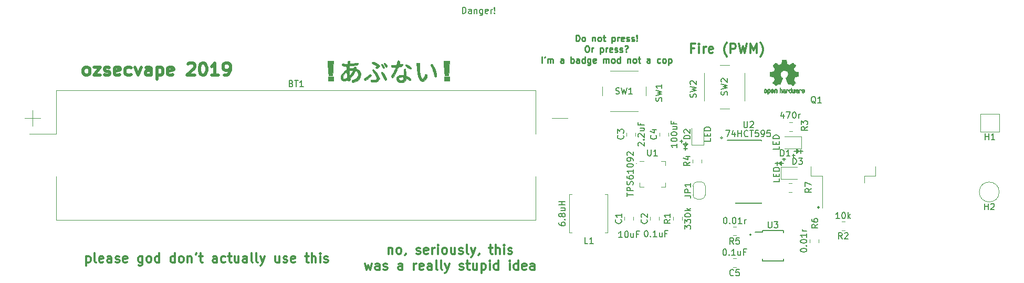
<source format=gbr>
G04 #@! TF.GenerationSoftware,KiCad,Pcbnew,5.0.2-bee76a0~70~ubuntu18.10.1*
G04 #@! TF.CreationDate,2019-05-29T11:20:30+10:00*
G04 #@! TF.ProjectId,ecig,65636967-2e6b-4696-9361-645f70636258,rev?*
G04 #@! TF.SameCoordinates,Original*
G04 #@! TF.FileFunction,Legend,Top*
G04 #@! TF.FilePolarity,Positive*
%FSLAX46Y46*%
G04 Gerber Fmt 4.6, Leading zero omitted, Abs format (unit mm)*
G04 Created by KiCad (PCBNEW 5.0.2-bee76a0~70~ubuntu18.10.1) date Wed 29 May 2019 11:20:30 AEST*
%MOMM*%
%LPD*%
G01*
G04 APERTURE LIST*
%ADD10C,0.200000*%
%ADD11C,0.250000*%
%ADD12C,0.300000*%
%ADD13C,0.500000*%
%ADD14C,0.010000*%
%ADD15C,0.120000*%
%ADD16C,0.150000*%
G04 APERTURE END LIST*
D10*
X172820384Y-104310000D02*
G75*
G03X172820384Y-104310000I-130384J0D01*
G01*
X183848114Y-99900000D02*
G75*
G03X183848114Y-99900000I-158114J0D01*
G01*
X168250000Y-88680000D02*
G75*
G03X168250000Y-88680000I-170000J0D01*
G01*
X154330000Y-92820000D02*
G75*
G03X154330000Y-92820000I-60000J0D01*
G01*
X177710000Y-93160000D02*
X177340000Y-92810000D01*
X178140000Y-92150000D02*
X178370000Y-92150000D01*
X177000000Y-92830000D02*
X177000000Y-92550000D01*
X178370000Y-92150000D02*
X177920000Y-92150000D01*
X177690000Y-92480000D02*
X177710000Y-93160000D01*
X177340000Y-92810000D02*
X177660000Y-92530000D01*
X177000000Y-92550000D02*
X177010000Y-93130000D01*
X178150000Y-92390000D02*
X178140000Y-92150000D01*
X178060000Y-92830000D02*
X176680000Y-92810000D01*
X178150000Y-91950000D02*
X178150000Y-92390000D01*
X176680000Y-92810000D02*
X177000000Y-92830000D01*
X179780000Y-90860000D02*
X181160000Y-90880000D01*
X181160000Y-90880000D02*
X180840000Y-90860000D01*
X180840000Y-90860000D02*
X180840000Y-91140000D01*
X180500000Y-90880000D02*
X180180000Y-91160000D01*
X180150000Y-91210000D02*
X180130000Y-90530000D01*
X180130000Y-90530000D02*
X180500000Y-90880000D01*
X180840000Y-91140000D02*
X180830000Y-90560000D01*
X179700000Y-91540000D02*
X179470000Y-91540000D01*
X179470000Y-91540000D02*
X179920000Y-91540000D01*
X179690000Y-91740000D02*
X179690000Y-91300000D01*
X179690000Y-91300000D02*
X179700000Y-91540000D01*
X161590000Y-89020000D02*
X161590000Y-89470000D01*
X161590000Y-89250000D02*
X161590000Y-89020000D01*
X161830000Y-89240000D02*
X161590000Y-89250000D01*
X161390000Y-89240000D02*
X161830000Y-89240000D01*
X162250000Y-90050000D02*
X161970000Y-89730000D01*
X162600000Y-89680000D02*
X162250000Y-90050000D01*
X161920000Y-89700000D02*
X162600000Y-89680000D01*
X161990000Y-90390000D02*
X162570000Y-90380000D01*
X162270000Y-90390000D02*
X161990000Y-90390000D01*
X162250000Y-90710000D02*
X162270000Y-90390000D01*
X162270000Y-89330000D02*
X162250000Y-90710000D01*
D11*
X144595238Y-73102380D02*
X144595238Y-72102380D01*
X144833333Y-72102380D01*
X144976190Y-72150000D01*
X145071428Y-72245238D01*
X145119047Y-72340476D01*
X145166666Y-72530952D01*
X145166666Y-72673809D01*
X145119047Y-72864285D01*
X145071428Y-72959523D01*
X144976190Y-73054761D01*
X144833333Y-73102380D01*
X144595238Y-73102380D01*
X145738095Y-73102380D02*
X145642857Y-73054761D01*
X145595238Y-73007142D01*
X145547619Y-72911904D01*
X145547619Y-72626190D01*
X145595238Y-72530952D01*
X145642857Y-72483333D01*
X145738095Y-72435714D01*
X145880952Y-72435714D01*
X145976190Y-72483333D01*
X146023809Y-72530952D01*
X146071428Y-72626190D01*
X146071428Y-72911904D01*
X146023809Y-73007142D01*
X145976190Y-73054761D01*
X145880952Y-73102380D01*
X145738095Y-73102380D01*
X147261904Y-72435714D02*
X147261904Y-73102380D01*
X147261904Y-72530952D02*
X147309523Y-72483333D01*
X147404761Y-72435714D01*
X147547619Y-72435714D01*
X147642857Y-72483333D01*
X147690476Y-72578571D01*
X147690476Y-73102380D01*
X148309523Y-73102380D02*
X148214285Y-73054761D01*
X148166666Y-73007142D01*
X148119047Y-72911904D01*
X148119047Y-72626190D01*
X148166666Y-72530952D01*
X148214285Y-72483333D01*
X148309523Y-72435714D01*
X148452380Y-72435714D01*
X148547619Y-72483333D01*
X148595238Y-72530952D01*
X148642857Y-72626190D01*
X148642857Y-72911904D01*
X148595238Y-73007142D01*
X148547619Y-73054761D01*
X148452380Y-73102380D01*
X148309523Y-73102380D01*
X148928571Y-72435714D02*
X149309523Y-72435714D01*
X149071428Y-72102380D02*
X149071428Y-72959523D01*
X149119047Y-73054761D01*
X149214285Y-73102380D01*
X149309523Y-73102380D01*
X150404761Y-72435714D02*
X150404761Y-73435714D01*
X150404761Y-72483333D02*
X150500000Y-72435714D01*
X150690476Y-72435714D01*
X150785714Y-72483333D01*
X150833333Y-72530952D01*
X150880952Y-72626190D01*
X150880952Y-72911904D01*
X150833333Y-73007142D01*
X150785714Y-73054761D01*
X150690476Y-73102380D01*
X150500000Y-73102380D01*
X150404761Y-73054761D01*
X151309523Y-73102380D02*
X151309523Y-72435714D01*
X151309523Y-72626190D02*
X151357142Y-72530952D01*
X151404761Y-72483333D01*
X151500000Y-72435714D01*
X151595238Y-72435714D01*
X152309523Y-73054761D02*
X152214285Y-73102380D01*
X152023809Y-73102380D01*
X151928571Y-73054761D01*
X151880952Y-72959523D01*
X151880952Y-72578571D01*
X151928571Y-72483333D01*
X152023809Y-72435714D01*
X152214285Y-72435714D01*
X152309523Y-72483333D01*
X152357142Y-72578571D01*
X152357142Y-72673809D01*
X151880952Y-72769047D01*
X152738095Y-73054761D02*
X152833333Y-73102380D01*
X153023809Y-73102380D01*
X153119047Y-73054761D01*
X153166666Y-72959523D01*
X153166666Y-72911904D01*
X153119047Y-72816666D01*
X153023809Y-72769047D01*
X152880952Y-72769047D01*
X152785714Y-72721428D01*
X152738095Y-72626190D01*
X152738095Y-72578571D01*
X152785714Y-72483333D01*
X152880952Y-72435714D01*
X153023809Y-72435714D01*
X153119047Y-72483333D01*
X153547619Y-73054761D02*
X153642857Y-73102380D01*
X153833333Y-73102380D01*
X153928571Y-73054761D01*
X153976190Y-72959523D01*
X153976190Y-72911904D01*
X153928571Y-72816666D01*
X153833333Y-72769047D01*
X153690476Y-72769047D01*
X153595238Y-72721428D01*
X153547619Y-72626190D01*
X153547619Y-72578571D01*
X153595238Y-72483333D01*
X153690476Y-72435714D01*
X153833333Y-72435714D01*
X153928571Y-72483333D01*
X154404761Y-73007142D02*
X154452380Y-73054761D01*
X154404761Y-73102380D01*
X154357142Y-73054761D01*
X154404761Y-73007142D01*
X154404761Y-73102380D01*
X154404761Y-72721428D02*
X154357142Y-72150000D01*
X154404761Y-72102380D01*
X154452380Y-72150000D01*
X154404761Y-72721428D01*
X154404761Y-72102380D01*
X146285714Y-73852380D02*
X146476190Y-73852380D01*
X146571428Y-73900000D01*
X146666666Y-73995238D01*
X146714285Y-74185714D01*
X146714285Y-74519047D01*
X146666666Y-74709523D01*
X146571428Y-74804761D01*
X146476190Y-74852380D01*
X146285714Y-74852380D01*
X146190476Y-74804761D01*
X146095238Y-74709523D01*
X146047619Y-74519047D01*
X146047619Y-74185714D01*
X146095238Y-73995238D01*
X146190476Y-73900000D01*
X146285714Y-73852380D01*
X147142857Y-74852380D02*
X147142857Y-74185714D01*
X147142857Y-74376190D02*
X147190476Y-74280952D01*
X147238095Y-74233333D01*
X147333333Y-74185714D01*
X147428571Y-74185714D01*
X148523809Y-74185714D02*
X148523809Y-75185714D01*
X148523809Y-74233333D02*
X148619047Y-74185714D01*
X148809523Y-74185714D01*
X148904761Y-74233333D01*
X148952380Y-74280952D01*
X149000000Y-74376190D01*
X149000000Y-74661904D01*
X148952380Y-74757142D01*
X148904761Y-74804761D01*
X148809523Y-74852380D01*
X148619047Y-74852380D01*
X148523809Y-74804761D01*
X149428571Y-74852380D02*
X149428571Y-74185714D01*
X149428571Y-74376190D02*
X149476190Y-74280952D01*
X149523809Y-74233333D01*
X149619047Y-74185714D01*
X149714285Y-74185714D01*
X150428571Y-74804761D02*
X150333333Y-74852380D01*
X150142857Y-74852380D01*
X150047619Y-74804761D01*
X150000000Y-74709523D01*
X150000000Y-74328571D01*
X150047619Y-74233333D01*
X150142857Y-74185714D01*
X150333333Y-74185714D01*
X150428571Y-74233333D01*
X150476190Y-74328571D01*
X150476190Y-74423809D01*
X150000000Y-74519047D01*
X150857142Y-74804761D02*
X150952380Y-74852380D01*
X151142857Y-74852380D01*
X151238095Y-74804761D01*
X151285714Y-74709523D01*
X151285714Y-74661904D01*
X151238095Y-74566666D01*
X151142857Y-74519047D01*
X151000000Y-74519047D01*
X150904761Y-74471428D01*
X150857142Y-74376190D01*
X150857142Y-74328571D01*
X150904761Y-74233333D01*
X151000000Y-74185714D01*
X151142857Y-74185714D01*
X151238095Y-74233333D01*
X151666666Y-74804761D02*
X151761904Y-74852380D01*
X151952380Y-74852380D01*
X152047619Y-74804761D01*
X152095238Y-74709523D01*
X152095238Y-74661904D01*
X152047619Y-74566666D01*
X151952380Y-74519047D01*
X151809523Y-74519047D01*
X151714285Y-74471428D01*
X151666666Y-74376190D01*
X151666666Y-74328571D01*
X151714285Y-74233333D01*
X151809523Y-74185714D01*
X151952380Y-74185714D01*
X152047619Y-74233333D01*
X152666666Y-74757142D02*
X152714285Y-74804761D01*
X152666666Y-74852380D01*
X152619047Y-74804761D01*
X152666666Y-74757142D01*
X152666666Y-74852380D01*
X152476190Y-73900000D02*
X152571428Y-73852380D01*
X152809523Y-73852380D01*
X152904761Y-73900000D01*
X152952380Y-73995238D01*
X152952380Y-74090476D01*
X152904761Y-74185714D01*
X152857142Y-74233333D01*
X152761904Y-74280952D01*
X152714285Y-74328571D01*
X152666666Y-74423809D01*
X152666666Y-74471428D01*
X139071428Y-76602380D02*
X139071428Y-75602380D01*
X139595238Y-75602380D02*
X139500000Y-75792857D01*
X140023809Y-76602380D02*
X140023809Y-75935714D01*
X140023809Y-76030952D02*
X140071428Y-75983333D01*
X140166666Y-75935714D01*
X140309523Y-75935714D01*
X140404761Y-75983333D01*
X140452380Y-76078571D01*
X140452380Y-76602380D01*
X140452380Y-76078571D02*
X140500000Y-75983333D01*
X140595238Y-75935714D01*
X140738095Y-75935714D01*
X140833333Y-75983333D01*
X140880952Y-76078571D01*
X140880952Y-76602380D01*
X142547619Y-76602380D02*
X142547619Y-76078571D01*
X142500000Y-75983333D01*
X142404761Y-75935714D01*
X142214285Y-75935714D01*
X142119047Y-75983333D01*
X142547619Y-76554761D02*
X142452380Y-76602380D01*
X142214285Y-76602380D01*
X142119047Y-76554761D01*
X142071428Y-76459523D01*
X142071428Y-76364285D01*
X142119047Y-76269047D01*
X142214285Y-76221428D01*
X142452380Y-76221428D01*
X142547619Y-76173809D01*
X143785714Y-76602380D02*
X143785714Y-75602380D01*
X143785714Y-75983333D02*
X143880952Y-75935714D01*
X144071428Y-75935714D01*
X144166666Y-75983333D01*
X144214285Y-76030952D01*
X144261904Y-76126190D01*
X144261904Y-76411904D01*
X144214285Y-76507142D01*
X144166666Y-76554761D01*
X144071428Y-76602380D01*
X143880952Y-76602380D01*
X143785714Y-76554761D01*
X145119047Y-76602380D02*
X145119047Y-76078571D01*
X145071428Y-75983333D01*
X144976190Y-75935714D01*
X144785714Y-75935714D01*
X144690476Y-75983333D01*
X145119047Y-76554761D02*
X145023809Y-76602380D01*
X144785714Y-76602380D01*
X144690476Y-76554761D01*
X144642857Y-76459523D01*
X144642857Y-76364285D01*
X144690476Y-76269047D01*
X144785714Y-76221428D01*
X145023809Y-76221428D01*
X145119047Y-76173809D01*
X146023809Y-76602380D02*
X146023809Y-75602380D01*
X146023809Y-76554761D02*
X145928571Y-76602380D01*
X145738095Y-76602380D01*
X145642857Y-76554761D01*
X145595238Y-76507142D01*
X145547619Y-76411904D01*
X145547619Y-76126190D01*
X145595238Y-76030952D01*
X145642857Y-75983333D01*
X145738095Y-75935714D01*
X145928571Y-75935714D01*
X146023809Y-75983333D01*
X146928571Y-75935714D02*
X146928571Y-76745238D01*
X146880952Y-76840476D01*
X146833333Y-76888095D01*
X146738095Y-76935714D01*
X146595238Y-76935714D01*
X146500000Y-76888095D01*
X146928571Y-76554761D02*
X146833333Y-76602380D01*
X146642857Y-76602380D01*
X146547619Y-76554761D01*
X146500000Y-76507142D01*
X146452380Y-76411904D01*
X146452380Y-76126190D01*
X146500000Y-76030952D01*
X146547619Y-75983333D01*
X146642857Y-75935714D01*
X146833333Y-75935714D01*
X146928571Y-75983333D01*
X147785714Y-76554761D02*
X147690476Y-76602380D01*
X147500000Y-76602380D01*
X147404761Y-76554761D01*
X147357142Y-76459523D01*
X147357142Y-76078571D01*
X147404761Y-75983333D01*
X147500000Y-75935714D01*
X147690476Y-75935714D01*
X147785714Y-75983333D01*
X147833333Y-76078571D01*
X147833333Y-76173809D01*
X147357142Y-76269047D01*
X149023809Y-76602380D02*
X149023809Y-75935714D01*
X149023809Y-76030952D02*
X149071428Y-75983333D01*
X149166666Y-75935714D01*
X149309523Y-75935714D01*
X149404761Y-75983333D01*
X149452380Y-76078571D01*
X149452380Y-76602380D01*
X149452380Y-76078571D02*
X149500000Y-75983333D01*
X149595238Y-75935714D01*
X149738095Y-75935714D01*
X149833333Y-75983333D01*
X149880952Y-76078571D01*
X149880952Y-76602380D01*
X150500000Y-76602380D02*
X150404761Y-76554761D01*
X150357142Y-76507142D01*
X150309523Y-76411904D01*
X150309523Y-76126190D01*
X150357142Y-76030952D01*
X150404761Y-75983333D01*
X150500000Y-75935714D01*
X150642857Y-75935714D01*
X150738095Y-75983333D01*
X150785714Y-76030952D01*
X150833333Y-76126190D01*
X150833333Y-76411904D01*
X150785714Y-76507142D01*
X150738095Y-76554761D01*
X150642857Y-76602380D01*
X150500000Y-76602380D01*
X151690476Y-76602380D02*
X151690476Y-75602380D01*
X151690476Y-76554761D02*
X151595238Y-76602380D01*
X151404761Y-76602380D01*
X151309523Y-76554761D01*
X151261904Y-76507142D01*
X151214285Y-76411904D01*
X151214285Y-76126190D01*
X151261904Y-76030952D01*
X151309523Y-75983333D01*
X151404761Y-75935714D01*
X151595238Y-75935714D01*
X151690476Y-75983333D01*
X152928571Y-75935714D02*
X152928571Y-76602380D01*
X152928571Y-76030952D02*
X152976190Y-75983333D01*
X153071428Y-75935714D01*
X153214285Y-75935714D01*
X153309523Y-75983333D01*
X153357142Y-76078571D01*
X153357142Y-76602380D01*
X153976190Y-76602380D02*
X153880952Y-76554761D01*
X153833333Y-76507142D01*
X153785714Y-76411904D01*
X153785714Y-76126190D01*
X153833333Y-76030952D01*
X153880952Y-75983333D01*
X153976190Y-75935714D01*
X154119047Y-75935714D01*
X154214285Y-75983333D01*
X154261904Y-76030952D01*
X154309523Y-76126190D01*
X154309523Y-76411904D01*
X154261904Y-76507142D01*
X154214285Y-76554761D01*
X154119047Y-76602380D01*
X153976190Y-76602380D01*
X154595238Y-75935714D02*
X154976190Y-75935714D01*
X154738095Y-75602380D02*
X154738095Y-76459523D01*
X154785714Y-76554761D01*
X154880952Y-76602380D01*
X154976190Y-76602380D01*
X156500000Y-76602380D02*
X156500000Y-76078571D01*
X156452380Y-75983333D01*
X156357142Y-75935714D01*
X156166666Y-75935714D01*
X156071428Y-75983333D01*
X156500000Y-76554761D02*
X156404761Y-76602380D01*
X156166666Y-76602380D01*
X156071428Y-76554761D01*
X156023809Y-76459523D01*
X156023809Y-76364285D01*
X156071428Y-76269047D01*
X156166666Y-76221428D01*
X156404761Y-76221428D01*
X156500000Y-76173809D01*
X158166666Y-76554761D02*
X158071428Y-76602380D01*
X157880952Y-76602380D01*
X157785714Y-76554761D01*
X157738095Y-76507142D01*
X157690476Y-76411904D01*
X157690476Y-76126190D01*
X157738095Y-76030952D01*
X157785714Y-75983333D01*
X157880952Y-75935714D01*
X158071428Y-75935714D01*
X158166666Y-75983333D01*
X158738095Y-76602380D02*
X158642857Y-76554761D01*
X158595238Y-76507142D01*
X158547619Y-76411904D01*
X158547619Y-76126190D01*
X158595238Y-76030952D01*
X158642857Y-75983333D01*
X158738095Y-75935714D01*
X158880952Y-75935714D01*
X158976190Y-75983333D01*
X159023809Y-76030952D01*
X159071428Y-76126190D01*
X159071428Y-76411904D01*
X159023809Y-76507142D01*
X158976190Y-76554761D01*
X158880952Y-76602380D01*
X158738095Y-76602380D01*
X159500000Y-75935714D02*
X159500000Y-76935714D01*
X159500000Y-75983333D02*
X159595238Y-75935714D01*
X159785714Y-75935714D01*
X159880952Y-75983333D01*
X159928571Y-76030952D01*
X159976190Y-76126190D01*
X159976190Y-76411904D01*
X159928571Y-76507142D01*
X159880952Y-76554761D01*
X159785714Y-76602380D01*
X159595238Y-76602380D01*
X159500000Y-76554761D01*
D12*
X163654285Y-74222857D02*
X163154285Y-74222857D01*
X163154285Y-75008571D02*
X163154285Y-73508571D01*
X163868571Y-73508571D01*
X164440000Y-75008571D02*
X164440000Y-74008571D01*
X164440000Y-73508571D02*
X164368571Y-73580000D01*
X164440000Y-73651428D01*
X164511428Y-73580000D01*
X164440000Y-73508571D01*
X164440000Y-73651428D01*
X165154285Y-75008571D02*
X165154285Y-74008571D01*
X165154285Y-74294285D02*
X165225714Y-74151428D01*
X165297142Y-74080000D01*
X165440000Y-74008571D01*
X165582857Y-74008571D01*
X166654285Y-74937142D02*
X166511428Y-75008571D01*
X166225714Y-75008571D01*
X166082857Y-74937142D01*
X166011428Y-74794285D01*
X166011428Y-74222857D01*
X166082857Y-74080000D01*
X166225714Y-74008571D01*
X166511428Y-74008571D01*
X166654285Y-74080000D01*
X166725714Y-74222857D01*
X166725714Y-74365714D01*
X166011428Y-74508571D01*
X168940000Y-75580000D02*
X168868571Y-75508571D01*
X168725714Y-75294285D01*
X168654285Y-75151428D01*
X168582857Y-74937142D01*
X168511428Y-74580000D01*
X168511428Y-74294285D01*
X168582857Y-73937142D01*
X168654285Y-73722857D01*
X168725714Y-73580000D01*
X168868571Y-73365714D01*
X168940000Y-73294285D01*
X169511428Y-75008571D02*
X169511428Y-73508571D01*
X170082857Y-73508571D01*
X170225714Y-73580000D01*
X170297142Y-73651428D01*
X170368571Y-73794285D01*
X170368571Y-74008571D01*
X170297142Y-74151428D01*
X170225714Y-74222857D01*
X170082857Y-74294285D01*
X169511428Y-74294285D01*
X170868571Y-73508571D02*
X171225714Y-75008571D01*
X171511428Y-73937142D01*
X171797142Y-75008571D01*
X172154285Y-73508571D01*
X172725714Y-75008571D02*
X172725714Y-73508571D01*
X173225714Y-74580000D01*
X173725714Y-73508571D01*
X173725714Y-75008571D01*
X174297142Y-75580000D02*
X174368571Y-75508571D01*
X174511428Y-75294285D01*
X174582857Y-75151428D01*
X174654285Y-74937142D01*
X174725714Y-74580000D01*
X174725714Y-74294285D01*
X174654285Y-73937142D01*
X174582857Y-73722857D01*
X174511428Y-73580000D01*
X174368571Y-73365714D01*
X174297142Y-73294285D01*
D13*
X65523809Y-78604761D02*
X65333333Y-78509523D01*
X65238095Y-78414285D01*
X65142857Y-78223809D01*
X65142857Y-77652380D01*
X65238095Y-77461904D01*
X65333333Y-77366666D01*
X65523809Y-77271428D01*
X65809523Y-77271428D01*
X66000000Y-77366666D01*
X66095238Y-77461904D01*
X66190476Y-77652380D01*
X66190476Y-78223809D01*
X66095238Y-78414285D01*
X66000000Y-78509523D01*
X65809523Y-78604761D01*
X65523809Y-78604761D01*
X66857142Y-77271428D02*
X67904761Y-77271428D01*
X66857142Y-78604761D01*
X67904761Y-78604761D01*
X68571428Y-78509523D02*
X68761904Y-78604761D01*
X69142857Y-78604761D01*
X69333333Y-78509523D01*
X69428571Y-78319047D01*
X69428571Y-78223809D01*
X69333333Y-78033333D01*
X69142857Y-77938095D01*
X68857142Y-77938095D01*
X68666666Y-77842857D01*
X68571428Y-77652380D01*
X68571428Y-77557142D01*
X68666666Y-77366666D01*
X68857142Y-77271428D01*
X69142857Y-77271428D01*
X69333333Y-77366666D01*
X71047619Y-78509523D02*
X70857142Y-78604761D01*
X70476190Y-78604761D01*
X70285714Y-78509523D01*
X70190476Y-78319047D01*
X70190476Y-77557142D01*
X70285714Y-77366666D01*
X70476190Y-77271428D01*
X70857142Y-77271428D01*
X71047619Y-77366666D01*
X71142857Y-77557142D01*
X71142857Y-77747619D01*
X70190476Y-77938095D01*
X72857142Y-78509523D02*
X72666666Y-78604761D01*
X72285714Y-78604761D01*
X72095238Y-78509523D01*
X72000000Y-78414285D01*
X71904761Y-78223809D01*
X71904761Y-77652380D01*
X72000000Y-77461904D01*
X72095238Y-77366666D01*
X72285714Y-77271428D01*
X72666666Y-77271428D01*
X72857142Y-77366666D01*
X73523809Y-77271428D02*
X74000000Y-78604761D01*
X74476190Y-77271428D01*
X76095238Y-78604761D02*
X76095238Y-77557142D01*
X76000000Y-77366666D01*
X75809523Y-77271428D01*
X75428571Y-77271428D01*
X75238095Y-77366666D01*
X76095238Y-78509523D02*
X75904761Y-78604761D01*
X75428571Y-78604761D01*
X75238095Y-78509523D01*
X75142857Y-78319047D01*
X75142857Y-78128571D01*
X75238095Y-77938095D01*
X75428571Y-77842857D01*
X75904761Y-77842857D01*
X76095238Y-77747619D01*
X77047619Y-77271428D02*
X77047619Y-79271428D01*
X77047619Y-77366666D02*
X77238095Y-77271428D01*
X77619047Y-77271428D01*
X77809523Y-77366666D01*
X77904761Y-77461904D01*
X78000000Y-77652380D01*
X78000000Y-78223809D01*
X77904761Y-78414285D01*
X77809523Y-78509523D01*
X77619047Y-78604761D01*
X77238095Y-78604761D01*
X77047619Y-78509523D01*
X79619047Y-78509523D02*
X79428571Y-78604761D01*
X79047619Y-78604761D01*
X78857142Y-78509523D01*
X78761904Y-78319047D01*
X78761904Y-77557142D01*
X78857142Y-77366666D01*
X79047619Y-77271428D01*
X79428571Y-77271428D01*
X79619047Y-77366666D01*
X79714285Y-77557142D01*
X79714285Y-77747619D01*
X78761904Y-77938095D01*
X82000000Y-76795238D02*
X82095238Y-76700000D01*
X82285714Y-76604761D01*
X82761904Y-76604761D01*
X82952380Y-76700000D01*
X83047619Y-76795238D01*
X83142857Y-76985714D01*
X83142857Y-77176190D01*
X83047619Y-77461904D01*
X81904761Y-78604761D01*
X83142857Y-78604761D01*
X84380952Y-76604761D02*
X84571428Y-76604761D01*
X84761904Y-76700000D01*
X84857142Y-76795238D01*
X84952380Y-76985714D01*
X85047619Y-77366666D01*
X85047619Y-77842857D01*
X84952380Y-78223809D01*
X84857142Y-78414285D01*
X84761904Y-78509523D01*
X84571428Y-78604761D01*
X84380952Y-78604761D01*
X84190476Y-78509523D01*
X84095238Y-78414285D01*
X84000000Y-78223809D01*
X83904761Y-77842857D01*
X83904761Y-77366666D01*
X84000000Y-76985714D01*
X84095238Y-76795238D01*
X84190476Y-76700000D01*
X84380952Y-76604761D01*
X86952380Y-78604761D02*
X85809523Y-78604761D01*
X86380952Y-78604761D02*
X86380952Y-76604761D01*
X86190476Y-76890476D01*
X86000000Y-77080952D01*
X85809523Y-77176190D01*
X87904761Y-78604761D02*
X88285714Y-78604761D01*
X88476190Y-78509523D01*
X88571428Y-78414285D01*
X88761904Y-78128571D01*
X88857142Y-77747619D01*
X88857142Y-76985714D01*
X88761904Y-76795238D01*
X88666666Y-76700000D01*
X88476190Y-76604761D01*
X88095238Y-76604761D01*
X87904761Y-76700000D01*
X87809523Y-76795238D01*
X87714285Y-76985714D01*
X87714285Y-77461904D01*
X87809523Y-77652380D01*
X87904761Y-77747619D01*
X88095238Y-77842857D01*
X88476190Y-77842857D01*
X88666666Y-77747619D01*
X88761904Y-77652380D01*
X88857142Y-77461904D01*
D12*
X114371428Y-106403571D02*
X114371428Y-107403571D01*
X114371428Y-106546428D02*
X114442857Y-106475000D01*
X114585714Y-106403571D01*
X114800000Y-106403571D01*
X114942857Y-106475000D01*
X115014285Y-106617857D01*
X115014285Y-107403571D01*
X115942857Y-107403571D02*
X115800000Y-107332142D01*
X115728571Y-107260714D01*
X115657142Y-107117857D01*
X115657142Y-106689285D01*
X115728571Y-106546428D01*
X115800000Y-106475000D01*
X115942857Y-106403571D01*
X116157142Y-106403571D01*
X116300000Y-106475000D01*
X116371428Y-106546428D01*
X116442857Y-106689285D01*
X116442857Y-107117857D01*
X116371428Y-107260714D01*
X116300000Y-107332142D01*
X116157142Y-107403571D01*
X115942857Y-107403571D01*
X117157142Y-107332142D02*
X117157142Y-107403571D01*
X117085714Y-107546428D01*
X117014285Y-107617857D01*
X118871428Y-107332142D02*
X119014285Y-107403571D01*
X119300000Y-107403571D01*
X119442857Y-107332142D01*
X119514285Y-107189285D01*
X119514285Y-107117857D01*
X119442857Y-106975000D01*
X119300000Y-106903571D01*
X119085714Y-106903571D01*
X118942857Y-106832142D01*
X118871428Y-106689285D01*
X118871428Y-106617857D01*
X118942857Y-106475000D01*
X119085714Y-106403571D01*
X119300000Y-106403571D01*
X119442857Y-106475000D01*
X120728571Y-107332142D02*
X120585714Y-107403571D01*
X120300000Y-107403571D01*
X120157142Y-107332142D01*
X120085714Y-107189285D01*
X120085714Y-106617857D01*
X120157142Y-106475000D01*
X120300000Y-106403571D01*
X120585714Y-106403571D01*
X120728571Y-106475000D01*
X120800000Y-106617857D01*
X120800000Y-106760714D01*
X120085714Y-106903571D01*
X121442857Y-107403571D02*
X121442857Y-106403571D01*
X121442857Y-106689285D02*
X121514285Y-106546428D01*
X121585714Y-106475000D01*
X121728571Y-106403571D01*
X121871428Y-106403571D01*
X122371428Y-107403571D02*
X122371428Y-106403571D01*
X122371428Y-105903571D02*
X122300000Y-105975000D01*
X122371428Y-106046428D01*
X122442857Y-105975000D01*
X122371428Y-105903571D01*
X122371428Y-106046428D01*
X123300000Y-107403571D02*
X123157142Y-107332142D01*
X123085714Y-107260714D01*
X123014285Y-107117857D01*
X123014285Y-106689285D01*
X123085714Y-106546428D01*
X123157142Y-106475000D01*
X123300000Y-106403571D01*
X123514285Y-106403571D01*
X123657142Y-106475000D01*
X123728571Y-106546428D01*
X123800000Y-106689285D01*
X123800000Y-107117857D01*
X123728571Y-107260714D01*
X123657142Y-107332142D01*
X123514285Y-107403571D01*
X123300000Y-107403571D01*
X125085714Y-106403571D02*
X125085714Y-107403571D01*
X124442857Y-106403571D02*
X124442857Y-107189285D01*
X124514285Y-107332142D01*
X124657142Y-107403571D01*
X124871428Y-107403571D01*
X125014285Y-107332142D01*
X125085714Y-107260714D01*
X125728571Y-107332142D02*
X125871428Y-107403571D01*
X126157142Y-107403571D01*
X126300000Y-107332142D01*
X126371428Y-107189285D01*
X126371428Y-107117857D01*
X126300000Y-106975000D01*
X126157142Y-106903571D01*
X125942857Y-106903571D01*
X125800000Y-106832142D01*
X125728571Y-106689285D01*
X125728571Y-106617857D01*
X125800000Y-106475000D01*
X125942857Y-106403571D01*
X126157142Y-106403571D01*
X126300000Y-106475000D01*
X127228571Y-107403571D02*
X127085714Y-107332142D01*
X127014285Y-107189285D01*
X127014285Y-105903571D01*
X127657142Y-106403571D02*
X128014285Y-107403571D01*
X128371428Y-106403571D02*
X128014285Y-107403571D01*
X127871428Y-107760714D01*
X127800000Y-107832142D01*
X127657142Y-107903571D01*
X129014285Y-107332142D02*
X129014285Y-107403571D01*
X128942857Y-107546428D01*
X128871428Y-107617857D01*
X130585714Y-106403571D02*
X131157142Y-106403571D01*
X130800000Y-105903571D02*
X130800000Y-107189285D01*
X130871428Y-107332142D01*
X131014285Y-107403571D01*
X131157142Y-107403571D01*
X131657142Y-107403571D02*
X131657142Y-105903571D01*
X132300000Y-107403571D02*
X132300000Y-106617857D01*
X132228571Y-106475000D01*
X132085714Y-106403571D01*
X131871428Y-106403571D01*
X131728571Y-106475000D01*
X131657142Y-106546428D01*
X133014285Y-107403571D02*
X133014285Y-106403571D01*
X133014285Y-105903571D02*
X132942857Y-105975000D01*
X133014285Y-106046428D01*
X133085714Y-105975000D01*
X133014285Y-105903571D01*
X133014285Y-106046428D01*
X133657142Y-107332142D02*
X133800000Y-107403571D01*
X134085714Y-107403571D01*
X134228571Y-107332142D01*
X134300000Y-107189285D01*
X134300000Y-107117857D01*
X134228571Y-106975000D01*
X134085714Y-106903571D01*
X133871428Y-106903571D01*
X133728571Y-106832142D01*
X133657142Y-106689285D01*
X133657142Y-106617857D01*
X133728571Y-106475000D01*
X133871428Y-106403571D01*
X134085714Y-106403571D01*
X134228571Y-106475000D01*
X110550000Y-108953571D02*
X110835714Y-109953571D01*
X111121428Y-109239285D01*
X111407142Y-109953571D01*
X111692857Y-108953571D01*
X112907142Y-109953571D02*
X112907142Y-109167857D01*
X112835714Y-109025000D01*
X112692857Y-108953571D01*
X112407142Y-108953571D01*
X112264285Y-109025000D01*
X112907142Y-109882142D02*
X112764285Y-109953571D01*
X112407142Y-109953571D01*
X112264285Y-109882142D01*
X112192857Y-109739285D01*
X112192857Y-109596428D01*
X112264285Y-109453571D01*
X112407142Y-109382142D01*
X112764285Y-109382142D01*
X112907142Y-109310714D01*
X113550000Y-109882142D02*
X113692857Y-109953571D01*
X113978571Y-109953571D01*
X114121428Y-109882142D01*
X114192857Y-109739285D01*
X114192857Y-109667857D01*
X114121428Y-109525000D01*
X113978571Y-109453571D01*
X113764285Y-109453571D01*
X113621428Y-109382142D01*
X113550000Y-109239285D01*
X113550000Y-109167857D01*
X113621428Y-109025000D01*
X113764285Y-108953571D01*
X113978571Y-108953571D01*
X114121428Y-109025000D01*
X116621428Y-109953571D02*
X116621428Y-109167857D01*
X116550000Y-109025000D01*
X116407142Y-108953571D01*
X116121428Y-108953571D01*
X115978571Y-109025000D01*
X116621428Y-109882142D02*
X116478571Y-109953571D01*
X116121428Y-109953571D01*
X115978571Y-109882142D01*
X115907142Y-109739285D01*
X115907142Y-109596428D01*
X115978571Y-109453571D01*
X116121428Y-109382142D01*
X116478571Y-109382142D01*
X116621428Y-109310714D01*
X118478571Y-109953571D02*
X118478571Y-108953571D01*
X118478571Y-109239285D02*
X118550000Y-109096428D01*
X118621428Y-109025000D01*
X118764285Y-108953571D01*
X118907142Y-108953571D01*
X119978571Y-109882142D02*
X119835714Y-109953571D01*
X119550000Y-109953571D01*
X119407142Y-109882142D01*
X119335714Y-109739285D01*
X119335714Y-109167857D01*
X119407142Y-109025000D01*
X119550000Y-108953571D01*
X119835714Y-108953571D01*
X119978571Y-109025000D01*
X120050000Y-109167857D01*
X120050000Y-109310714D01*
X119335714Y-109453571D01*
X121335714Y-109953571D02*
X121335714Y-109167857D01*
X121264285Y-109025000D01*
X121121428Y-108953571D01*
X120835714Y-108953571D01*
X120692857Y-109025000D01*
X121335714Y-109882142D02*
X121192857Y-109953571D01*
X120835714Y-109953571D01*
X120692857Y-109882142D01*
X120621428Y-109739285D01*
X120621428Y-109596428D01*
X120692857Y-109453571D01*
X120835714Y-109382142D01*
X121192857Y-109382142D01*
X121335714Y-109310714D01*
X122264285Y-109953571D02*
X122121428Y-109882142D01*
X122050000Y-109739285D01*
X122050000Y-108453571D01*
X123050000Y-109953571D02*
X122907142Y-109882142D01*
X122835714Y-109739285D01*
X122835714Y-108453571D01*
X123478571Y-108953571D02*
X123835714Y-109953571D01*
X124192857Y-108953571D02*
X123835714Y-109953571D01*
X123692857Y-110310714D01*
X123621428Y-110382142D01*
X123478571Y-110453571D01*
X125835714Y-109882142D02*
X125978571Y-109953571D01*
X126264285Y-109953571D01*
X126407142Y-109882142D01*
X126478571Y-109739285D01*
X126478571Y-109667857D01*
X126407142Y-109525000D01*
X126264285Y-109453571D01*
X126050000Y-109453571D01*
X125907142Y-109382142D01*
X125835714Y-109239285D01*
X125835714Y-109167857D01*
X125907142Y-109025000D01*
X126050000Y-108953571D01*
X126264285Y-108953571D01*
X126407142Y-109025000D01*
X126907142Y-108953571D02*
X127478571Y-108953571D01*
X127121428Y-108453571D02*
X127121428Y-109739285D01*
X127192857Y-109882142D01*
X127335714Y-109953571D01*
X127478571Y-109953571D01*
X128621428Y-108953571D02*
X128621428Y-109953571D01*
X127978571Y-108953571D02*
X127978571Y-109739285D01*
X128050000Y-109882142D01*
X128192857Y-109953571D01*
X128407142Y-109953571D01*
X128550000Y-109882142D01*
X128621428Y-109810714D01*
X129335714Y-108953571D02*
X129335714Y-110453571D01*
X129335714Y-109025000D02*
X129478571Y-108953571D01*
X129764285Y-108953571D01*
X129907142Y-109025000D01*
X129978571Y-109096428D01*
X130050000Y-109239285D01*
X130050000Y-109667857D01*
X129978571Y-109810714D01*
X129907142Y-109882142D01*
X129764285Y-109953571D01*
X129478571Y-109953571D01*
X129335714Y-109882142D01*
X130692857Y-109953571D02*
X130692857Y-108953571D01*
X130692857Y-108453571D02*
X130621428Y-108525000D01*
X130692857Y-108596428D01*
X130764285Y-108525000D01*
X130692857Y-108453571D01*
X130692857Y-108596428D01*
X132050000Y-109953571D02*
X132050000Y-108453571D01*
X132050000Y-109882142D02*
X131907142Y-109953571D01*
X131621428Y-109953571D01*
X131478571Y-109882142D01*
X131407142Y-109810714D01*
X131335714Y-109667857D01*
X131335714Y-109239285D01*
X131407142Y-109096428D01*
X131478571Y-109025000D01*
X131621428Y-108953571D01*
X131907142Y-108953571D01*
X132050000Y-109025000D01*
X133907142Y-109953571D02*
X133907142Y-108953571D01*
X133907142Y-108453571D02*
X133835714Y-108525000D01*
X133907142Y-108596428D01*
X133978571Y-108525000D01*
X133907142Y-108453571D01*
X133907142Y-108596428D01*
X135264285Y-109953571D02*
X135264285Y-108453571D01*
X135264285Y-109882142D02*
X135121428Y-109953571D01*
X134835714Y-109953571D01*
X134692857Y-109882142D01*
X134621428Y-109810714D01*
X134550000Y-109667857D01*
X134550000Y-109239285D01*
X134621428Y-109096428D01*
X134692857Y-109025000D01*
X134835714Y-108953571D01*
X135121428Y-108953571D01*
X135264285Y-109025000D01*
X136550000Y-109882142D02*
X136407142Y-109953571D01*
X136121428Y-109953571D01*
X135978571Y-109882142D01*
X135907142Y-109739285D01*
X135907142Y-109167857D01*
X135978571Y-109025000D01*
X136121428Y-108953571D01*
X136407142Y-108953571D01*
X136550000Y-109025000D01*
X136621428Y-109167857D01*
X136621428Y-109310714D01*
X135907142Y-109453571D01*
X137907142Y-109953571D02*
X137907142Y-109167857D01*
X137835714Y-109025000D01*
X137692857Y-108953571D01*
X137407142Y-108953571D01*
X137264285Y-109025000D01*
X137907142Y-109882142D02*
X137764285Y-109953571D01*
X137407142Y-109953571D01*
X137264285Y-109882142D01*
X137192857Y-109739285D01*
X137192857Y-109596428D01*
X137264285Y-109453571D01*
X137407142Y-109382142D01*
X137764285Y-109382142D01*
X137907142Y-109310714D01*
X65635714Y-107778571D02*
X65635714Y-109278571D01*
X65635714Y-107850000D02*
X65778571Y-107778571D01*
X66064285Y-107778571D01*
X66207142Y-107850000D01*
X66278571Y-107921428D01*
X66350000Y-108064285D01*
X66350000Y-108492857D01*
X66278571Y-108635714D01*
X66207142Y-108707142D01*
X66064285Y-108778571D01*
X65778571Y-108778571D01*
X65635714Y-108707142D01*
X67207142Y-108778571D02*
X67064285Y-108707142D01*
X66992857Y-108564285D01*
X66992857Y-107278571D01*
X68350000Y-108707142D02*
X68207142Y-108778571D01*
X67921428Y-108778571D01*
X67778571Y-108707142D01*
X67707142Y-108564285D01*
X67707142Y-107992857D01*
X67778571Y-107850000D01*
X67921428Y-107778571D01*
X68207142Y-107778571D01*
X68350000Y-107850000D01*
X68421428Y-107992857D01*
X68421428Y-108135714D01*
X67707142Y-108278571D01*
X69707142Y-108778571D02*
X69707142Y-107992857D01*
X69635714Y-107850000D01*
X69492857Y-107778571D01*
X69207142Y-107778571D01*
X69064285Y-107850000D01*
X69707142Y-108707142D02*
X69564285Y-108778571D01*
X69207142Y-108778571D01*
X69064285Y-108707142D01*
X68992857Y-108564285D01*
X68992857Y-108421428D01*
X69064285Y-108278571D01*
X69207142Y-108207142D01*
X69564285Y-108207142D01*
X69707142Y-108135714D01*
X70350000Y-108707142D02*
X70492857Y-108778571D01*
X70778571Y-108778571D01*
X70921428Y-108707142D01*
X70992857Y-108564285D01*
X70992857Y-108492857D01*
X70921428Y-108350000D01*
X70778571Y-108278571D01*
X70564285Y-108278571D01*
X70421428Y-108207142D01*
X70350000Y-108064285D01*
X70350000Y-107992857D01*
X70421428Y-107850000D01*
X70564285Y-107778571D01*
X70778571Y-107778571D01*
X70921428Y-107850000D01*
X72207142Y-108707142D02*
X72064285Y-108778571D01*
X71778571Y-108778571D01*
X71635714Y-108707142D01*
X71564285Y-108564285D01*
X71564285Y-107992857D01*
X71635714Y-107850000D01*
X71778571Y-107778571D01*
X72064285Y-107778571D01*
X72207142Y-107850000D01*
X72278571Y-107992857D01*
X72278571Y-108135714D01*
X71564285Y-108278571D01*
X74707142Y-107778571D02*
X74707142Y-108992857D01*
X74635714Y-109135714D01*
X74564285Y-109207142D01*
X74421428Y-109278571D01*
X74207142Y-109278571D01*
X74064285Y-109207142D01*
X74707142Y-108707142D02*
X74564285Y-108778571D01*
X74278571Y-108778571D01*
X74135714Y-108707142D01*
X74064285Y-108635714D01*
X73992857Y-108492857D01*
X73992857Y-108064285D01*
X74064285Y-107921428D01*
X74135714Y-107850000D01*
X74278571Y-107778571D01*
X74564285Y-107778571D01*
X74707142Y-107850000D01*
X75635714Y-108778571D02*
X75492857Y-108707142D01*
X75421428Y-108635714D01*
X75350000Y-108492857D01*
X75350000Y-108064285D01*
X75421428Y-107921428D01*
X75492857Y-107850000D01*
X75635714Y-107778571D01*
X75850000Y-107778571D01*
X75992857Y-107850000D01*
X76064285Y-107921428D01*
X76135714Y-108064285D01*
X76135714Y-108492857D01*
X76064285Y-108635714D01*
X75992857Y-108707142D01*
X75850000Y-108778571D01*
X75635714Y-108778571D01*
X77421428Y-108778571D02*
X77421428Y-107278571D01*
X77421428Y-108707142D02*
X77278571Y-108778571D01*
X76992857Y-108778571D01*
X76850000Y-108707142D01*
X76778571Y-108635714D01*
X76707142Y-108492857D01*
X76707142Y-108064285D01*
X76778571Y-107921428D01*
X76850000Y-107850000D01*
X76992857Y-107778571D01*
X77278571Y-107778571D01*
X77421428Y-107850000D01*
X79921428Y-108778571D02*
X79921428Y-107278571D01*
X79921428Y-108707142D02*
X79778571Y-108778571D01*
X79492857Y-108778571D01*
X79350000Y-108707142D01*
X79278571Y-108635714D01*
X79207142Y-108492857D01*
X79207142Y-108064285D01*
X79278571Y-107921428D01*
X79350000Y-107850000D01*
X79492857Y-107778571D01*
X79778571Y-107778571D01*
X79921428Y-107850000D01*
X80850000Y-108778571D02*
X80707142Y-108707142D01*
X80635714Y-108635714D01*
X80564285Y-108492857D01*
X80564285Y-108064285D01*
X80635714Y-107921428D01*
X80707142Y-107850000D01*
X80850000Y-107778571D01*
X81064285Y-107778571D01*
X81207142Y-107850000D01*
X81278571Y-107921428D01*
X81350000Y-108064285D01*
X81350000Y-108492857D01*
X81278571Y-108635714D01*
X81207142Y-108707142D01*
X81064285Y-108778571D01*
X80850000Y-108778571D01*
X81992857Y-107778571D02*
X81992857Y-108778571D01*
X81992857Y-107921428D02*
X82064285Y-107850000D01*
X82207142Y-107778571D01*
X82421428Y-107778571D01*
X82564285Y-107850000D01*
X82635714Y-107992857D01*
X82635714Y-108778571D01*
X83421428Y-107278571D02*
X83278571Y-107564285D01*
X83850000Y-107778571D02*
X84421428Y-107778571D01*
X84064285Y-107278571D02*
X84064285Y-108564285D01*
X84135714Y-108707142D01*
X84278571Y-108778571D01*
X84421428Y-108778571D01*
X86707142Y-108778571D02*
X86707142Y-107992857D01*
X86635714Y-107850000D01*
X86492857Y-107778571D01*
X86207142Y-107778571D01*
X86064285Y-107850000D01*
X86707142Y-108707142D02*
X86564285Y-108778571D01*
X86207142Y-108778571D01*
X86064285Y-108707142D01*
X85992857Y-108564285D01*
X85992857Y-108421428D01*
X86064285Y-108278571D01*
X86207142Y-108207142D01*
X86564285Y-108207142D01*
X86707142Y-108135714D01*
X88064285Y-108707142D02*
X87921428Y-108778571D01*
X87635714Y-108778571D01*
X87492857Y-108707142D01*
X87421428Y-108635714D01*
X87350000Y-108492857D01*
X87350000Y-108064285D01*
X87421428Y-107921428D01*
X87492857Y-107850000D01*
X87635714Y-107778571D01*
X87921428Y-107778571D01*
X88064285Y-107850000D01*
X88492857Y-107778571D02*
X89064285Y-107778571D01*
X88707142Y-107278571D02*
X88707142Y-108564285D01*
X88778571Y-108707142D01*
X88921428Y-108778571D01*
X89064285Y-108778571D01*
X90207142Y-107778571D02*
X90207142Y-108778571D01*
X89564285Y-107778571D02*
X89564285Y-108564285D01*
X89635714Y-108707142D01*
X89778571Y-108778571D01*
X89992857Y-108778571D01*
X90135714Y-108707142D01*
X90207142Y-108635714D01*
X91564285Y-108778571D02*
X91564285Y-107992857D01*
X91492857Y-107850000D01*
X91350000Y-107778571D01*
X91064285Y-107778571D01*
X90921428Y-107850000D01*
X91564285Y-108707142D02*
X91421428Y-108778571D01*
X91064285Y-108778571D01*
X90921428Y-108707142D01*
X90850000Y-108564285D01*
X90850000Y-108421428D01*
X90921428Y-108278571D01*
X91064285Y-108207142D01*
X91421428Y-108207142D01*
X91564285Y-108135714D01*
X92492857Y-108778571D02*
X92350000Y-108707142D01*
X92278571Y-108564285D01*
X92278571Y-107278571D01*
X93278571Y-108778571D02*
X93135714Y-108707142D01*
X93064285Y-108564285D01*
X93064285Y-107278571D01*
X93707142Y-107778571D02*
X94064285Y-108778571D01*
X94421428Y-107778571D02*
X94064285Y-108778571D01*
X93921428Y-109135714D01*
X93850000Y-109207142D01*
X93707142Y-109278571D01*
X96778571Y-107778571D02*
X96778571Y-108778571D01*
X96135714Y-107778571D02*
X96135714Y-108564285D01*
X96207142Y-108707142D01*
X96350000Y-108778571D01*
X96564285Y-108778571D01*
X96707142Y-108707142D01*
X96778571Y-108635714D01*
X97421428Y-108707142D02*
X97564285Y-108778571D01*
X97850000Y-108778571D01*
X97992857Y-108707142D01*
X98064285Y-108564285D01*
X98064285Y-108492857D01*
X97992857Y-108350000D01*
X97850000Y-108278571D01*
X97635714Y-108278571D01*
X97492857Y-108207142D01*
X97421428Y-108064285D01*
X97421428Y-107992857D01*
X97492857Y-107850000D01*
X97635714Y-107778571D01*
X97850000Y-107778571D01*
X97992857Y-107850000D01*
X99278571Y-108707142D02*
X99135714Y-108778571D01*
X98850000Y-108778571D01*
X98707142Y-108707142D01*
X98635714Y-108564285D01*
X98635714Y-107992857D01*
X98707142Y-107850000D01*
X98850000Y-107778571D01*
X99135714Y-107778571D01*
X99278571Y-107850000D01*
X99350000Y-107992857D01*
X99350000Y-108135714D01*
X98635714Y-108278571D01*
X100921428Y-107778571D02*
X101492857Y-107778571D01*
X101135714Y-107278571D02*
X101135714Y-108564285D01*
X101207142Y-108707142D01*
X101350000Y-108778571D01*
X101492857Y-108778571D01*
X101992857Y-108778571D02*
X101992857Y-107278571D01*
X102635714Y-108778571D02*
X102635714Y-107992857D01*
X102564285Y-107850000D01*
X102421428Y-107778571D01*
X102207142Y-107778571D01*
X102064285Y-107850000D01*
X101992857Y-107921428D01*
X103350000Y-108778571D02*
X103350000Y-107778571D01*
X103350000Y-107278571D02*
X103278571Y-107350000D01*
X103350000Y-107421428D01*
X103421428Y-107350000D01*
X103350000Y-107278571D01*
X103350000Y-107421428D01*
X103992857Y-108707142D02*
X104135714Y-108778571D01*
X104421428Y-108778571D01*
X104564285Y-108707142D01*
X104635714Y-108564285D01*
X104635714Y-108492857D01*
X104564285Y-108350000D01*
X104421428Y-108278571D01*
X104207142Y-108278571D01*
X104064285Y-108207142D01*
X103992857Y-108064285D01*
X103992857Y-107992857D01*
X104064285Y-107850000D01*
X104207142Y-107778571D01*
X104421428Y-107778571D01*
X104564285Y-107850000D01*
D14*
G04 #@! TO.C,G\002A\002A\002A*
G36*
X113893830Y-76692906D02*
X114014190Y-76855107D01*
X114108001Y-77043833D01*
X114136667Y-77192309D01*
X114128226Y-77216840D01*
X114031772Y-77295490D01*
X113914955Y-77229918D01*
X113762729Y-77012079D01*
X113652510Y-76784148D01*
X113660264Y-76660768D01*
X113785523Y-76624000D01*
X113893830Y-76692906D01*
X113893830Y-76692906D01*
G37*
X113893830Y-76692906D02*
X114014190Y-76855107D01*
X114108001Y-77043833D01*
X114136667Y-77192309D01*
X114128226Y-77216840D01*
X114031772Y-77295490D01*
X113914955Y-77229918D01*
X113762729Y-77012079D01*
X113652510Y-76784148D01*
X113660264Y-76660768D01*
X113785523Y-76624000D01*
X113893830Y-76692906D01*
G36*
X113426690Y-76860452D02*
X113546123Y-77019477D01*
X113650372Y-77206914D01*
X113701273Y-77359268D01*
X113695616Y-77401185D01*
X113586742Y-77467404D01*
X113444857Y-77367949D01*
X113327144Y-77201482D01*
X113216768Y-76963905D01*
X113232369Y-76826366D01*
X113330241Y-76793333D01*
X113426690Y-76860452D01*
X113426690Y-76860452D01*
G37*
X113426690Y-76860452D02*
X113546123Y-77019477D01*
X113650372Y-77206914D01*
X113701273Y-77359268D01*
X113695616Y-77401185D01*
X113586742Y-77467404D01*
X113444857Y-77367949D01*
X113327144Y-77201482D01*
X113216768Y-76963905D01*
X113232369Y-76826366D01*
X113330241Y-76793333D01*
X113426690Y-76860452D01*
G36*
X112047541Y-76452516D02*
X112153752Y-76503058D01*
X112501968Y-76700382D01*
X112755113Y-76883462D01*
X112887373Y-77032378D01*
X112900667Y-77079510D01*
X112837441Y-77214262D01*
X112686876Y-77349046D01*
X112507637Y-77446491D01*
X112358394Y-77469229D01*
X112320349Y-77449149D01*
X112277206Y-77334088D01*
X112353285Y-77213405D01*
X112411906Y-77126327D01*
X112383731Y-77052502D01*
X112243478Y-76962791D01*
X112055795Y-76870528D01*
X111791504Y-76737515D01*
X111664294Y-76643219D01*
X111654817Y-76561514D01*
X111743729Y-76466276D01*
X111751585Y-76459714D01*
X111874171Y-76408569D01*
X112047541Y-76452516D01*
X112047541Y-76452516D01*
G37*
X112047541Y-76452516D02*
X112153752Y-76503058D01*
X112501968Y-76700382D01*
X112755113Y-76883462D01*
X112887373Y-77032378D01*
X112900667Y-77079510D01*
X112837441Y-77214262D01*
X112686876Y-77349046D01*
X112507637Y-77446491D01*
X112358394Y-77469229D01*
X112320349Y-77449149D01*
X112277206Y-77334088D01*
X112353285Y-77213405D01*
X112411906Y-77126327D01*
X112383731Y-77052502D01*
X112243478Y-76962791D01*
X112055795Y-76870528D01*
X111791504Y-76737515D01*
X111664294Y-76643219D01*
X111654817Y-76561514D01*
X111743729Y-76466276D01*
X111751585Y-76459714D01*
X111874171Y-76408569D01*
X112047541Y-76452516D01*
G36*
X117239748Y-76854291D02*
X117438926Y-76942341D01*
X117667208Y-77078385D01*
X117876189Y-77231151D01*
X118017461Y-77369366D01*
X118049463Y-77447221D01*
X117995272Y-77567700D01*
X117881642Y-77588388D01*
X117683496Y-77505879D01*
X117451500Y-77365996D01*
X117173882Y-77156681D01*
X117053735Y-76987967D01*
X117093284Y-76863329D01*
X117118078Y-76845507D01*
X117239748Y-76854291D01*
X117239748Y-76854291D01*
G37*
X117239748Y-76854291D02*
X117438926Y-76942341D01*
X117667208Y-77078385D01*
X117876189Y-77231151D01*
X118017461Y-77369366D01*
X118049463Y-77447221D01*
X117995272Y-77567700D01*
X117881642Y-77588388D01*
X117683496Y-77505879D01*
X117451500Y-77365996D01*
X117173882Y-77156681D01*
X117053735Y-76987967D01*
X117093284Y-76863329D01*
X117118078Y-76845507D01*
X117239748Y-76854291D01*
G36*
X124161334Y-76695660D02*
X124155076Y-76973292D01*
X124138434Y-77350910D01*
X124114600Y-77759708D01*
X124106322Y-77880993D01*
X124051310Y-78656000D01*
X123414534Y-78656000D01*
X123366595Y-77957500D01*
X123339001Y-77549162D01*
X123311490Y-77131818D01*
X123289720Y-76791350D01*
X123288529Y-76772167D01*
X123258402Y-76285333D01*
X124161334Y-76285333D01*
X124161334Y-76695660D01*
X124161334Y-76695660D01*
G37*
X124161334Y-76695660D02*
X124155076Y-76973292D01*
X124138434Y-77350910D01*
X124114600Y-77759708D01*
X124106322Y-77880993D01*
X124051310Y-78656000D01*
X123414534Y-78656000D01*
X123366595Y-77957500D01*
X123339001Y-77549162D01*
X123311490Y-77131818D01*
X123289720Y-76791350D01*
X123288529Y-76772167D01*
X123258402Y-76285333D01*
X124161334Y-76285333D01*
X124161334Y-76695660D01*
G36*
X105450000Y-76695660D02*
X105443743Y-76973292D01*
X105427101Y-77350910D01*
X105403266Y-77759708D01*
X105394989Y-77880993D01*
X105339977Y-78656000D01*
X104703201Y-78656000D01*
X104655262Y-77957500D01*
X104627667Y-77549162D01*
X104600157Y-77131818D01*
X104578386Y-76791350D01*
X104577196Y-76772167D01*
X104547069Y-76285333D01*
X105450000Y-76285333D01*
X105450000Y-76695660D01*
X105450000Y-76695660D01*
G37*
X105450000Y-76695660D02*
X105443743Y-76973292D01*
X105427101Y-77350910D01*
X105403266Y-77759708D01*
X105394989Y-77880993D01*
X105339977Y-78656000D01*
X104703201Y-78656000D01*
X104655262Y-77957500D01*
X104627667Y-77549162D01*
X104600157Y-77131818D01*
X104578386Y-76791350D01*
X104577196Y-76772167D01*
X104547069Y-76285333D01*
X105450000Y-76285333D01*
X105450000Y-76695660D01*
G36*
X121529503Y-76931986D02*
X121678885Y-77181443D01*
X121815742Y-77496168D01*
X121982389Y-77966349D01*
X122079999Y-78357680D01*
X122105033Y-78648334D01*
X122053953Y-78816482D01*
X122032712Y-78834513D01*
X121878984Y-78901336D01*
X121792213Y-78835280D01*
X121746900Y-78677167D01*
X121645597Y-78257262D01*
X121511934Y-77813453D01*
X121368361Y-77415568D01*
X121269990Y-77193830D01*
X121175116Y-76988714D01*
X121161961Y-76882851D01*
X121226578Y-76829430D01*
X121238839Y-76824524D01*
X121387563Y-76818534D01*
X121529503Y-76931986D01*
X121529503Y-76931986D01*
G37*
X121529503Y-76931986D02*
X121678885Y-77181443D01*
X121815742Y-77496168D01*
X121982389Y-77966349D01*
X122079999Y-78357680D01*
X122105033Y-78648334D01*
X122053953Y-78816482D01*
X122032712Y-78834513D01*
X121878984Y-78901336D01*
X121792213Y-78835280D01*
X121746900Y-78677167D01*
X121645597Y-78257262D01*
X121511934Y-77813453D01*
X121368361Y-77415568D01*
X121269990Y-77193830D01*
X121175116Y-76988714D01*
X121161961Y-76882851D01*
X121226578Y-76829430D01*
X121238839Y-76824524D01*
X121387563Y-76818534D01*
X121529503Y-76931986D01*
G36*
X116114111Y-76240040D02*
X116165129Y-76374643D01*
X116121417Y-76612085D01*
X116078827Y-76791379D01*
X116115536Y-76849702D01*
X116260304Y-76827699D01*
X116272037Y-76824951D01*
X116509873Y-76775164D01*
X116626744Y-76779198D01*
X116665195Y-76846856D01*
X116668334Y-76916284D01*
X116622074Y-77037216D01*
X116460527Y-77125524D01*
X116300397Y-77171153D01*
X116088427Y-77234582D01*
X115951737Y-77326433D01*
X115844750Y-77492475D01*
X115739930Y-77733965D01*
X115599621Y-78051536D01*
X115439664Y-78372176D01*
X115280677Y-78659292D01*
X115143273Y-78876287D01*
X115048068Y-78986569D01*
X115030455Y-78993370D01*
X114919114Y-78951838D01*
X114848000Y-78911114D01*
X114766429Y-78819953D01*
X114818198Y-78691248D01*
X114826247Y-78679577D01*
X114914306Y-78535767D01*
X115043374Y-78304834D01*
X115190833Y-78029930D01*
X115334066Y-77754208D01*
X115450454Y-77520822D01*
X115517380Y-77372922D01*
X115525334Y-77345780D01*
X115449597Y-77319263D01*
X115257991Y-77303365D01*
X115144334Y-77301333D01*
X114908613Y-77291934D01*
X114796940Y-77248213D01*
X114764389Y-77146886D01*
X114763334Y-77103867D01*
X114775100Y-76991398D01*
X114838019Y-76937779D01*
X114993514Y-76928623D01*
X115222323Y-76944465D01*
X115681313Y-76982528D01*
X115739937Y-76591597D01*
X115794328Y-76340079D01*
X115871347Y-76222413D01*
X115953283Y-76200667D01*
X116114111Y-76240040D01*
X116114111Y-76240040D01*
G37*
X116114111Y-76240040D02*
X116165129Y-76374643D01*
X116121417Y-76612085D01*
X116078827Y-76791379D01*
X116115536Y-76849702D01*
X116260304Y-76827699D01*
X116272037Y-76824951D01*
X116509873Y-76775164D01*
X116626744Y-76779198D01*
X116665195Y-76846856D01*
X116668334Y-76916284D01*
X116622074Y-77037216D01*
X116460527Y-77125524D01*
X116300397Y-77171153D01*
X116088427Y-77234582D01*
X115951737Y-77326433D01*
X115844750Y-77492475D01*
X115739930Y-77733965D01*
X115599621Y-78051536D01*
X115439664Y-78372176D01*
X115280677Y-78659292D01*
X115143273Y-78876287D01*
X115048068Y-78986569D01*
X115030455Y-78993370D01*
X114919114Y-78951838D01*
X114848000Y-78911114D01*
X114766429Y-78819953D01*
X114818198Y-78691248D01*
X114826247Y-78679577D01*
X114914306Y-78535767D01*
X115043374Y-78304834D01*
X115190833Y-78029930D01*
X115334066Y-77754208D01*
X115450454Y-77520822D01*
X115517380Y-77372922D01*
X115525334Y-77345780D01*
X115449597Y-77319263D01*
X115257991Y-77303365D01*
X115144334Y-77301333D01*
X114908613Y-77291934D01*
X114796940Y-77248213D01*
X114764389Y-77146886D01*
X114763334Y-77103867D01*
X114775100Y-76991398D01*
X114838019Y-76937779D01*
X114993514Y-76928623D01*
X115222323Y-76944465D01*
X115681313Y-76982528D01*
X115739937Y-76591597D01*
X115794328Y-76340079D01*
X115871347Y-76222413D01*
X115953283Y-76200667D01*
X116114111Y-76240040D01*
G36*
X113389089Y-78044770D02*
X113574249Y-78232336D01*
X113785644Y-78584669D01*
X113897277Y-78813780D01*
X114010927Y-79079151D01*
X114048699Y-79235322D01*
X114017423Y-79320852D01*
X113990775Y-79341650D01*
X113862319Y-79407699D01*
X113827322Y-79416703D01*
X113770635Y-79347119D01*
X113658608Y-79159814D01*
X113511044Y-78888817D01*
X113436630Y-78745322D01*
X113274889Y-78419148D01*
X113187761Y-78211217D01*
X113166835Y-78092189D01*
X113203704Y-78032721D01*
X113228900Y-78020474D01*
X113389089Y-78044770D01*
X113389089Y-78044770D01*
G37*
X113389089Y-78044770D02*
X113574249Y-78232336D01*
X113785644Y-78584669D01*
X113897277Y-78813780D01*
X114010927Y-79079151D01*
X114048699Y-79235322D01*
X114017423Y-79320852D01*
X113990775Y-79341650D01*
X113862319Y-79407699D01*
X113827322Y-79416703D01*
X113770635Y-79347119D01*
X113658608Y-79159814D01*
X113511044Y-78888817D01*
X113436630Y-78745322D01*
X113274889Y-78419148D01*
X113187761Y-78211217D01*
X113166835Y-78092189D01*
X113203704Y-78032721D01*
X113228900Y-78020474D01*
X113389089Y-78044770D01*
G36*
X124161334Y-79502667D02*
X123314667Y-79502667D01*
X123314667Y-78825333D01*
X124161334Y-78825333D01*
X124161334Y-79502667D01*
X124161334Y-79502667D01*
G37*
X124161334Y-79502667D02*
X123314667Y-79502667D01*
X123314667Y-78825333D01*
X124161334Y-78825333D01*
X124161334Y-79502667D01*
G36*
X111503426Y-78486467D02*
X111583608Y-78578460D01*
X111553446Y-78676589D01*
X111460235Y-78784169D01*
X111287347Y-78943854D01*
X111045004Y-79139871D01*
X110911267Y-79239383D01*
X110694947Y-79389507D01*
X110572528Y-79447831D01*
X110502043Y-79423620D01*
X110449596Y-79341298D01*
X110413450Y-79216795D01*
X110480374Y-79105906D01*
X110635911Y-78986755D01*
X110890195Y-78797465D01*
X111130212Y-78596769D01*
X111140772Y-78587137D01*
X111307440Y-78454607D01*
X111420757Y-78435911D01*
X111503426Y-78486467D01*
X111503426Y-78486467D01*
G37*
X111503426Y-78486467D02*
X111583608Y-78578460D01*
X111553446Y-78676589D01*
X111460235Y-78784169D01*
X111287347Y-78943854D01*
X111045004Y-79139871D01*
X110911267Y-79239383D01*
X110694947Y-79389507D01*
X110572528Y-79447831D01*
X110502043Y-79423620D01*
X110449596Y-79341298D01*
X110413450Y-79216795D01*
X110480374Y-79105906D01*
X110635911Y-78986755D01*
X110890195Y-78797465D01*
X111130212Y-78596769D01*
X111140772Y-78587137D01*
X111307440Y-78454607D01*
X111420757Y-78435911D01*
X111503426Y-78486467D01*
G36*
X105450000Y-79502667D02*
X104603334Y-79502667D01*
X104603334Y-78825333D01*
X105450000Y-78825333D01*
X105450000Y-79502667D01*
X105450000Y-79502667D01*
G37*
X105450000Y-79502667D02*
X104603334Y-79502667D01*
X104603334Y-78825333D01*
X105450000Y-78825333D01*
X105450000Y-79502667D01*
G36*
X119335334Y-77339499D02*
X119359130Y-77955900D01*
X119428173Y-78457953D01*
X119538942Y-78828236D01*
X119679214Y-79041718D01*
X119810665Y-79141279D01*
X119912490Y-79121101D01*
X120007868Y-79041343D01*
X120150107Y-78845439D01*
X120226049Y-78648191D01*
X120304024Y-78423235D01*
X120398698Y-78358820D01*
X120501458Y-78458830D01*
X120528297Y-78511936D01*
X120572395Y-78678017D01*
X120535354Y-78863574D01*
X120443714Y-79064212D01*
X120224399Y-79394859D01*
X119987191Y-79558111D01*
X119728362Y-79555311D01*
X119475650Y-79413348D01*
X119276716Y-79166147D01*
X119122180Y-78769788D01*
X119010624Y-78219189D01*
X118940630Y-77509269D01*
X118939548Y-77491833D01*
X118886267Y-76624000D01*
X119335334Y-76624000D01*
X119335334Y-77339499D01*
X119335334Y-77339499D01*
G37*
X119335334Y-77339499D02*
X119359130Y-77955900D01*
X119428173Y-78457953D01*
X119538942Y-78828236D01*
X119679214Y-79041718D01*
X119810665Y-79141279D01*
X119912490Y-79121101D01*
X120007868Y-79041343D01*
X120150107Y-78845439D01*
X120226049Y-78648191D01*
X120304024Y-78423235D01*
X120398698Y-78358820D01*
X120501458Y-78458830D01*
X120528297Y-78511936D01*
X120572395Y-78678017D01*
X120535354Y-78863574D01*
X120443714Y-79064212D01*
X120224399Y-79394859D01*
X119987191Y-79558111D01*
X119728362Y-79555311D01*
X119475650Y-79413348D01*
X119276716Y-79166147D01*
X119122180Y-78769788D01*
X119010624Y-78219189D01*
X118940630Y-77509269D01*
X118939548Y-77491833D01*
X118886267Y-76624000D01*
X119335334Y-76624000D01*
X119335334Y-77339499D01*
G36*
X112026983Y-77709497D02*
X112209468Y-77892040D01*
X112412756Y-78148708D01*
X112609902Y-78440582D01*
X112773958Y-78728740D01*
X112877977Y-78974261D01*
X112900667Y-79096498D01*
X112843632Y-79263266D01*
X112705109Y-79451645D01*
X112692849Y-79464182D01*
X112526788Y-79593932D01*
X112325065Y-79656249D01*
X112029626Y-79672000D01*
X111765006Y-79662265D01*
X111574740Y-79637270D01*
X111517778Y-79615555D01*
X111467972Y-79489940D01*
X111461334Y-79416317D01*
X111488224Y-79331574D01*
X111595733Y-79299078D01*
X111824117Y-79308520D01*
X111866786Y-79312482D01*
X112206988Y-79305205D01*
X112406088Y-79205744D01*
X112463755Y-79016028D01*
X112379660Y-78737988D01*
X112153471Y-78373550D01*
X112050764Y-78238667D01*
X111841746Y-77940113D01*
X111767108Y-77743466D01*
X111826941Y-77649071D01*
X111892250Y-77640000D01*
X112026983Y-77709497D01*
X112026983Y-77709497D01*
G37*
X112026983Y-77709497D02*
X112209468Y-77892040D01*
X112412756Y-78148708D01*
X112609902Y-78440582D01*
X112773958Y-78728740D01*
X112877977Y-78974261D01*
X112900667Y-79096498D01*
X112843632Y-79263266D01*
X112705109Y-79451645D01*
X112692849Y-79464182D01*
X112526788Y-79593932D01*
X112325065Y-79656249D01*
X112029626Y-79672000D01*
X111765006Y-79662265D01*
X111574740Y-79637270D01*
X111517778Y-79615555D01*
X111467972Y-79489940D01*
X111461334Y-79416317D01*
X111488224Y-79331574D01*
X111595733Y-79299078D01*
X111824117Y-79308520D01*
X111866786Y-79312482D01*
X112206988Y-79305205D01*
X112406088Y-79205744D01*
X112463755Y-79016028D01*
X112379660Y-78737988D01*
X112153471Y-78373550D01*
X112050764Y-78238667D01*
X111841746Y-77940113D01*
X111767108Y-77743466D01*
X111826941Y-77649071D01*
X111892250Y-77640000D01*
X112026983Y-77709497D01*
G36*
X117056421Y-77572537D02*
X117107515Y-77649127D01*
X117129515Y-77822571D01*
X117134000Y-78103946D01*
X117134000Y-78652558D01*
X117457164Y-78817424D01*
X117772095Y-79005727D01*
X117927541Y-79171440D01*
X117930421Y-79323340D01*
X117896585Y-79374962D01*
X117811349Y-79442448D01*
X117705806Y-79415227D01*
X117533951Y-79284317D01*
X117276133Y-79067377D01*
X117169623Y-79320689D01*
X117004281Y-79573371D01*
X116752191Y-79712962D01*
X116381974Y-79756653D01*
X116373718Y-79756667D01*
X116068541Y-79714410D01*
X115837847Y-79568349D01*
X115817818Y-79548848D01*
X115674666Y-79356703D01*
X115613900Y-79183772D01*
X116004608Y-79183772D01*
X116037439Y-79256337D01*
X116146130Y-79373936D01*
X116332853Y-79407106D01*
X116441038Y-79401614D01*
X116652806Y-79365915D01*
X116749229Y-79279562D01*
X116779506Y-79145786D01*
X116767264Y-78965843D01*
X116644981Y-78877501D01*
X116588389Y-78861286D01*
X116307445Y-78873874D01*
X116158285Y-78945890D01*
X116015752Y-79065666D01*
X116004608Y-79183772D01*
X115613900Y-79183772D01*
X115610279Y-79173469D01*
X115610000Y-79164000D01*
X115687602Y-78915366D01*
X115894743Y-78716163D01*
X116192930Y-78594891D01*
X116410485Y-78571333D01*
X116795334Y-78571333D01*
X116795334Y-78063333D01*
X116801512Y-77779605D01*
X116828653Y-77626293D01*
X116889666Y-77564672D01*
X116964667Y-77555333D01*
X117056421Y-77572537D01*
X117056421Y-77572537D01*
G37*
X117056421Y-77572537D02*
X117107515Y-77649127D01*
X117129515Y-77822571D01*
X117134000Y-78103946D01*
X117134000Y-78652558D01*
X117457164Y-78817424D01*
X117772095Y-79005727D01*
X117927541Y-79171440D01*
X117930421Y-79323340D01*
X117896585Y-79374962D01*
X117811349Y-79442448D01*
X117705806Y-79415227D01*
X117533951Y-79284317D01*
X117276133Y-79067377D01*
X117169623Y-79320689D01*
X117004281Y-79573371D01*
X116752191Y-79712962D01*
X116381974Y-79756653D01*
X116373718Y-79756667D01*
X116068541Y-79714410D01*
X115837847Y-79568349D01*
X115817818Y-79548848D01*
X115674666Y-79356703D01*
X115613900Y-79183772D01*
X116004608Y-79183772D01*
X116037439Y-79256337D01*
X116146130Y-79373936D01*
X116332853Y-79407106D01*
X116441038Y-79401614D01*
X116652806Y-79365915D01*
X116749229Y-79279562D01*
X116779506Y-79145786D01*
X116767264Y-78965843D01*
X116644981Y-78877501D01*
X116588389Y-78861286D01*
X116307445Y-78873874D01*
X116158285Y-78945890D01*
X116015752Y-79065666D01*
X116004608Y-79183772D01*
X115613900Y-79183772D01*
X115610279Y-79173469D01*
X115610000Y-79164000D01*
X115687602Y-78915366D01*
X115894743Y-78716163D01*
X116192930Y-78594891D01*
X116410485Y-78571333D01*
X116795334Y-78571333D01*
X116795334Y-78063333D01*
X116801512Y-77779605D01*
X116828653Y-77626293D01*
X116889666Y-77564672D01*
X116964667Y-77555333D01*
X117056421Y-77572537D01*
G36*
X108100527Y-76307895D02*
X108127510Y-76410296D01*
X108109435Y-76497000D01*
X108088503Y-76628282D01*
X108139914Y-76689347D01*
X108303119Y-76706381D01*
X108425322Y-76706647D01*
X108745950Y-76687263D01*
X109059800Y-76642143D01*
X109106646Y-76632066D01*
X109324558Y-76597360D01*
X109434502Y-76632608D01*
X109469255Y-76690577D01*
X109489130Y-76805408D01*
X109428893Y-76886389D01*
X109264275Y-76943551D01*
X108971008Y-76986923D01*
X108687969Y-77013471D01*
X108346196Y-77044394D01*
X108139392Y-77076113D01*
X108033679Y-77122274D01*
X107995181Y-77196519D01*
X107990000Y-77294577D01*
X108002773Y-77432980D01*
X108072152Y-77490975D01*
X108244732Y-77493101D01*
X108349834Y-77484109D01*
X108588412Y-77437801D01*
X108751343Y-77362161D01*
X108777374Y-77333705D01*
X108893598Y-77233224D01*
X109033325Y-77214720D01*
X109132145Y-77272171D01*
X109138872Y-77367500D01*
X109151962Y-77498648D01*
X109306902Y-77599398D01*
X109335837Y-77610750D01*
X109622532Y-77797872D01*
X109800539Y-78077030D01*
X109871319Y-78411648D01*
X109836332Y-78765148D01*
X109697038Y-79100955D01*
X109454896Y-79382491D01*
X109260000Y-79510583D01*
X108883812Y-79676347D01*
X108627030Y-79727106D01*
X108485368Y-79663501D01*
X108467142Y-79629040D01*
X108421153Y-79498578D01*
X108413334Y-79466810D01*
X108485768Y-79431434D01*
X108667102Y-79369399D01*
X108745761Y-79345206D01*
X109078622Y-79183994D01*
X109322405Y-78946864D01*
X109467024Y-78667384D01*
X109502395Y-78379119D01*
X109418432Y-78115636D01*
X109205050Y-77910500D01*
X109180892Y-77896974D01*
X109080241Y-77868269D01*
X108986453Y-77922230D01*
X108868938Y-78085492D01*
X108769852Y-78254867D01*
X108601459Y-78526198D01*
X108433058Y-78756547D01*
X108339020Y-78859622D01*
X108195683Y-79079468D01*
X108159334Y-79261789D01*
X108128253Y-79443153D01*
X108017885Y-79502022D01*
X107997056Y-79502667D01*
X107846912Y-79458912D01*
X107802509Y-79405859D01*
X107736390Y-79351394D01*
X107589353Y-79405859D01*
X107266575Y-79507121D01*
X106983985Y-79468644D01*
X106772581Y-79310940D01*
X106663361Y-79054520D01*
X106664689Y-78998153D01*
X106996605Y-78998153D01*
X107004940Y-79037839D01*
X107120199Y-79149305D01*
X107337155Y-79135000D01*
X107525998Y-79063170D01*
X107685345Y-78950768D01*
X107703911Y-78801713D01*
X107700471Y-78788003D01*
X107666854Y-78579026D01*
X107652490Y-78328173D01*
X107650292Y-78279997D01*
X107990000Y-78279997D01*
X108002488Y-78538783D01*
X108047514Y-78641034D01*
X108136421Y-78598213D01*
X108215407Y-78507833D01*
X108329478Y-78339112D01*
X108468578Y-78102475D01*
X108505710Y-78034165D01*
X108678939Y-77708663D01*
X108397970Y-77768955D01*
X108156185Y-77829774D01*
X108035813Y-77911704D01*
X107994528Y-78067763D01*
X107990000Y-78279997D01*
X107650292Y-78279997D01*
X107643937Y-78140758D01*
X107597819Y-78093268D01*
X107480202Y-78156338D01*
X107465321Y-78166187D01*
X107297712Y-78329071D01*
X107143063Y-78561144D01*
X107032363Y-78803729D01*
X106996605Y-78998153D01*
X106664689Y-78998153D01*
X106669426Y-78797151D01*
X106762961Y-78555705D01*
X106938547Y-78278437D01*
X107154588Y-78017966D01*
X107369488Y-77826910D01*
X107484353Y-77766253D01*
X107609523Y-77669467D01*
X107650980Y-77461368D01*
X107651334Y-77430573D01*
X107641718Y-77262295D01*
X107584063Y-77170843D01*
X107435152Y-77121414D01*
X107228000Y-77089667D01*
X106969680Y-77041869D01*
X106841631Y-76977158D01*
X106804837Y-76874731D01*
X106804667Y-76863963D01*
X106819683Y-76770076D01*
X106891618Y-76728926D01*
X107060802Y-76731049D01*
X107270334Y-76754663D01*
X107736000Y-76812844D01*
X107736000Y-76549089D01*
X107756743Y-76363192D01*
X107846596Y-76293110D01*
X107949280Y-76285333D01*
X108100527Y-76307895D01*
X108100527Y-76307895D01*
G37*
X108100527Y-76307895D02*
X108127510Y-76410296D01*
X108109435Y-76497000D01*
X108088503Y-76628282D01*
X108139914Y-76689347D01*
X108303119Y-76706381D01*
X108425322Y-76706647D01*
X108745950Y-76687263D01*
X109059800Y-76642143D01*
X109106646Y-76632066D01*
X109324558Y-76597360D01*
X109434502Y-76632608D01*
X109469255Y-76690577D01*
X109489130Y-76805408D01*
X109428893Y-76886389D01*
X109264275Y-76943551D01*
X108971008Y-76986923D01*
X108687969Y-77013471D01*
X108346196Y-77044394D01*
X108139392Y-77076113D01*
X108033679Y-77122274D01*
X107995181Y-77196519D01*
X107990000Y-77294577D01*
X108002773Y-77432980D01*
X108072152Y-77490975D01*
X108244732Y-77493101D01*
X108349834Y-77484109D01*
X108588412Y-77437801D01*
X108751343Y-77362161D01*
X108777374Y-77333705D01*
X108893598Y-77233224D01*
X109033325Y-77214720D01*
X109132145Y-77272171D01*
X109138872Y-77367500D01*
X109151962Y-77498648D01*
X109306902Y-77599398D01*
X109335837Y-77610750D01*
X109622532Y-77797872D01*
X109800539Y-78077030D01*
X109871319Y-78411648D01*
X109836332Y-78765148D01*
X109697038Y-79100955D01*
X109454896Y-79382491D01*
X109260000Y-79510583D01*
X108883812Y-79676347D01*
X108627030Y-79727106D01*
X108485368Y-79663501D01*
X108467142Y-79629040D01*
X108421153Y-79498578D01*
X108413334Y-79466810D01*
X108485768Y-79431434D01*
X108667102Y-79369399D01*
X108745761Y-79345206D01*
X109078622Y-79183994D01*
X109322405Y-78946864D01*
X109467024Y-78667384D01*
X109502395Y-78379119D01*
X109418432Y-78115636D01*
X109205050Y-77910500D01*
X109180892Y-77896974D01*
X109080241Y-77868269D01*
X108986453Y-77922230D01*
X108868938Y-78085492D01*
X108769852Y-78254867D01*
X108601459Y-78526198D01*
X108433058Y-78756547D01*
X108339020Y-78859622D01*
X108195683Y-79079468D01*
X108159334Y-79261789D01*
X108128253Y-79443153D01*
X108017885Y-79502022D01*
X107997056Y-79502667D01*
X107846912Y-79458912D01*
X107802509Y-79405859D01*
X107736390Y-79351394D01*
X107589353Y-79405859D01*
X107266575Y-79507121D01*
X106983985Y-79468644D01*
X106772581Y-79310940D01*
X106663361Y-79054520D01*
X106664689Y-78998153D01*
X106996605Y-78998153D01*
X107004940Y-79037839D01*
X107120199Y-79149305D01*
X107337155Y-79135000D01*
X107525998Y-79063170D01*
X107685345Y-78950768D01*
X107703911Y-78801713D01*
X107700471Y-78788003D01*
X107666854Y-78579026D01*
X107652490Y-78328173D01*
X107650292Y-78279997D01*
X107990000Y-78279997D01*
X108002488Y-78538783D01*
X108047514Y-78641034D01*
X108136421Y-78598213D01*
X108215407Y-78507833D01*
X108329478Y-78339112D01*
X108468578Y-78102475D01*
X108505710Y-78034165D01*
X108678939Y-77708663D01*
X108397970Y-77768955D01*
X108156185Y-77829774D01*
X108035813Y-77911704D01*
X107994528Y-78067763D01*
X107990000Y-78279997D01*
X107650292Y-78279997D01*
X107643937Y-78140758D01*
X107597819Y-78093268D01*
X107480202Y-78156338D01*
X107465321Y-78166187D01*
X107297712Y-78329071D01*
X107143063Y-78561144D01*
X107032363Y-78803729D01*
X106996605Y-78998153D01*
X106664689Y-78998153D01*
X106669426Y-78797151D01*
X106762961Y-78555705D01*
X106938547Y-78278437D01*
X107154588Y-78017966D01*
X107369488Y-77826910D01*
X107484353Y-77766253D01*
X107609523Y-77669467D01*
X107650980Y-77461368D01*
X107651334Y-77430573D01*
X107641718Y-77262295D01*
X107584063Y-77170843D01*
X107435152Y-77121414D01*
X107228000Y-77089667D01*
X106969680Y-77041869D01*
X106841631Y-76977158D01*
X106804837Y-76874731D01*
X106804667Y-76863963D01*
X106819683Y-76770076D01*
X106891618Y-76728926D01*
X107060802Y-76731049D01*
X107270334Y-76754663D01*
X107736000Y-76812844D01*
X107736000Y-76549089D01*
X107756743Y-76363192D01*
X107846596Y-76293110D01*
X107949280Y-76285333D01*
X108100527Y-76307895D01*
D15*
G04 #@! TO.C,BT1*
X60830000Y-88060000D02*
X56470000Y-88060000D01*
X60830000Y-101940000D02*
X60830000Y-94940000D01*
X138110000Y-101940000D02*
X60830000Y-101940000D01*
X138110000Y-94940000D02*
X138110000Y-101940000D01*
X60830000Y-81060000D02*
X60830000Y-88060000D01*
X138110000Y-81060000D02*
X60830000Y-81060000D01*
X138110000Y-88060000D02*
X138110000Y-81080000D01*
X143220000Y-85500000D02*
X140720000Y-85500000D01*
X55720000Y-85500000D02*
X58220000Y-85500000D01*
X56970000Y-86750000D02*
X56970000Y-84250000D01*
G04 #@! TO.C,C1*
X152430000Y-101966078D02*
X152430000Y-101448922D01*
X153850000Y-101966078D02*
X153850000Y-101448922D01*
G04 #@! TO.C,C2*
X156580000Y-101966078D02*
X156580000Y-101448922D01*
X158000000Y-101966078D02*
X158000000Y-101448922D01*
G04 #@! TO.C,C3*
X154190000Y-88361078D02*
X154190000Y-87843922D01*
X152770000Y-88361078D02*
X152770000Y-87843922D01*
G04 #@! TO.C,C4*
X158080000Y-88361078D02*
X158080000Y-87843922D01*
X159500000Y-88361078D02*
X159500000Y-87843922D01*
G04 #@! TO.C,C5*
X170418578Y-108120000D02*
X169901422Y-108120000D01*
X170418578Y-109540000D02*
X169901422Y-109540000D01*
G04 #@! TO.C,D1*
X178237500Y-90380000D02*
X180922500Y-90380000D01*
X180922500Y-90380000D02*
X180922500Y-88460000D01*
X180922500Y-88460000D02*
X178237500Y-88460000D01*
G04 #@! TO.C,D2*
X163235000Y-87102500D02*
X163235000Y-89787500D01*
X163235000Y-89787500D02*
X165155000Y-89787500D01*
X165155000Y-89787500D02*
X165155000Y-87102500D01*
G04 #@! TO.C,D3*
X177592500Y-95310000D02*
X180277500Y-95310000D01*
X177592500Y-93390000D02*
X177592500Y-95310000D01*
X180277500Y-93390000D02*
X177592500Y-93390000D01*
G04 #@! TO.C,H1*
X209820000Y-84870000D02*
X212820000Y-84870000D01*
X212820000Y-84870000D02*
X212820000Y-87720000D01*
X209820000Y-84870000D02*
X209820000Y-87720000D01*
X209820000Y-87720000D02*
X212820000Y-87720000D01*
G04 #@! TO.C,H2*
X212820781Y-97420000D02*
G75*
G03X212820781Y-97420000I-1600781J0D01*
G01*
G04 #@! TO.C,JP1*
X163450000Y-96470000D02*
G75*
G02X164150000Y-95770000I700000J0D01*
G01*
X164750000Y-95770000D02*
G75*
G02X165450000Y-96470000I0J-700000D01*
G01*
X165450000Y-97870000D02*
G75*
G02X164750000Y-98570000I-700000J0D01*
G01*
X164150000Y-98570000D02*
G75*
G02X163450000Y-97870000I0J700000D01*
G01*
X164750000Y-98570000D02*
X164150000Y-98570000D01*
X165450000Y-96470000D02*
X165450000Y-97870000D01*
X164150000Y-95770000D02*
X164750000Y-95770000D01*
X163450000Y-97870000D02*
X163450000Y-96470000D01*
G04 #@! TO.C,L1*
X149700000Y-97775000D02*
X149700000Y-103975000D01*
X149700000Y-103975000D02*
X149250000Y-103975000D01*
X143500000Y-103975000D02*
X143500000Y-97775000D01*
X143500000Y-103975000D02*
X143950000Y-103975000D01*
X143500000Y-97775000D02*
X143950000Y-97775000D01*
X149700000Y-97775000D02*
X149250000Y-97775000D01*
G04 #@! TO.C,Q1*
X182480000Y-93340000D02*
X182480000Y-94840000D01*
X182480000Y-94840000D02*
X184290000Y-94840000D01*
X184290000Y-94840000D02*
X184290000Y-99965000D01*
X192880000Y-93340000D02*
X192880000Y-94840000D01*
X192880000Y-94840000D02*
X191070000Y-94840000D01*
X191070000Y-94840000D02*
X191070000Y-95940000D01*
G04 #@! TO.C,R1*
X161710000Y-101966078D02*
X161710000Y-101448922D01*
X160290000Y-101966078D02*
X160290000Y-101448922D01*
G04 #@! TO.C,R2*
X187936078Y-103600000D02*
X187418922Y-103600000D01*
X187936078Y-102180000D02*
X187418922Y-102180000D01*
G04 #@! TO.C,R3*
X178941422Y-86190000D02*
X179458578Y-86190000D01*
X178941422Y-87610000D02*
X179458578Y-87610000D01*
G04 #@! TO.C,R4*
X164860000Y-92681078D02*
X164860000Y-92163922D01*
X163440000Y-92681078D02*
X163440000Y-92163922D01*
G04 #@! TO.C,R5*
X170418578Y-104420000D02*
X169901422Y-104420000D01*
X170418578Y-103000000D02*
X169901422Y-103000000D01*
G04 #@! TO.C,R6*
X182270000Y-105041422D02*
X182270000Y-105558578D01*
X183690000Y-105041422D02*
X183690000Y-105558578D01*
G04 #@! TO.C,R7*
X178903922Y-95990000D02*
X179421078Y-95990000D01*
X178903922Y-97410000D02*
X179421078Y-97410000D01*
G04 #@! TO.C,SW1*
X154600000Y-77900000D02*
X150100000Y-77900000D01*
X155850000Y-81900000D02*
X155850000Y-80400000D01*
X150100000Y-84400000D02*
X154600000Y-84400000D01*
X148850000Y-80400000D02*
X148850000Y-81900000D01*
G04 #@! TO.C,SW2*
X169300000Y-76950000D02*
X167800000Y-76950000D01*
X165300000Y-78200000D02*
X165300000Y-82700000D01*
X167800000Y-83950000D02*
X169300000Y-83950000D01*
X171800000Y-82700000D02*
X171800000Y-78200000D01*
G04 #@! TO.C,U1*
X158970000Y-92460000D02*
X158970000Y-93110000D01*
X154850000Y-96580000D02*
X154850000Y-95930000D01*
X158970000Y-96580000D02*
X158970000Y-95930000D01*
X154850000Y-96580000D02*
X155500000Y-96580000D01*
X158970000Y-96580000D02*
X158320000Y-96580000D01*
X158970000Y-92460000D02*
X158320000Y-92460000D01*
X154850000Y-92460000D02*
X155500000Y-92460000D01*
D16*
G04 #@! TO.C,U2*
X170385000Y-89065000D02*
X170385000Y-89090000D01*
X174535000Y-89065000D02*
X174535000Y-89170000D01*
X174535000Y-99215000D02*
X174535000Y-99110000D01*
X170385000Y-99215000D02*
X170385000Y-99110000D01*
X170385000Y-89065000D02*
X174535000Y-89065000D01*
X170385000Y-99215000D02*
X174535000Y-99215000D01*
X170385000Y-89090000D02*
X169010000Y-89090000D01*
G04 #@! TO.C,U3*
X174675000Y-103665000D02*
X174675000Y-103890000D01*
X178025000Y-103665000D02*
X178025000Y-103965000D01*
X178025000Y-108515000D02*
X178025000Y-108215000D01*
X174675000Y-108515000D02*
X174675000Y-108215000D01*
X174675000Y-103665000D02*
X178025000Y-103665000D01*
X174675000Y-108515000D02*
X178025000Y-108515000D01*
X174675000Y-103890000D02*
X173450000Y-103890000D01*
D14*
G04 #@! TO.C,REF\002A\002A*
G36*
X178253910Y-76122348D02*
X178332454Y-76122778D01*
X178389298Y-76123942D01*
X178428105Y-76126207D01*
X178452538Y-76129940D01*
X178466262Y-76135506D01*
X178472940Y-76143273D01*
X178476236Y-76153605D01*
X178476556Y-76154943D01*
X178481562Y-76179079D01*
X178490829Y-76226701D01*
X178503392Y-76292741D01*
X178518287Y-76372128D01*
X178534551Y-76459796D01*
X178535119Y-76462875D01*
X178551410Y-76548789D01*
X178566652Y-76624696D01*
X178579861Y-76686045D01*
X178590054Y-76728282D01*
X178596248Y-76746855D01*
X178596543Y-76747184D01*
X178614788Y-76756253D01*
X178652405Y-76771367D01*
X178701271Y-76789262D01*
X178701543Y-76789358D01*
X178763093Y-76812493D01*
X178835657Y-76841965D01*
X178904057Y-76871597D01*
X178907294Y-76873062D01*
X179018702Y-76923626D01*
X179265399Y-76755160D01*
X179341077Y-76703803D01*
X179409631Y-76657889D01*
X179467088Y-76620030D01*
X179509476Y-76592837D01*
X179532825Y-76578921D01*
X179535042Y-76577889D01*
X179552010Y-76582484D01*
X179583701Y-76604655D01*
X179631352Y-76645447D01*
X179696198Y-76705905D01*
X179762397Y-76770227D01*
X179826214Y-76833612D01*
X179883329Y-76891451D01*
X179930305Y-76940175D01*
X179963703Y-76976210D01*
X179980085Y-76995984D01*
X179980694Y-76997002D01*
X179982505Y-77010572D01*
X179975683Y-77032733D01*
X179958540Y-77066478D01*
X179929393Y-77114800D01*
X179886555Y-77180692D01*
X179829448Y-77265517D01*
X179778766Y-77340177D01*
X179733461Y-77407140D01*
X179696150Y-77462516D01*
X179669452Y-77502420D01*
X179655985Y-77522962D01*
X179655137Y-77524356D01*
X179656781Y-77544038D01*
X179669245Y-77582293D01*
X179690048Y-77631889D01*
X179697462Y-77647728D01*
X179729814Y-77718290D01*
X179764328Y-77798353D01*
X179792365Y-77867629D01*
X179812568Y-77919045D01*
X179828615Y-77958119D01*
X179837888Y-77978541D01*
X179839041Y-77980114D01*
X179856096Y-77982721D01*
X179896298Y-77989863D01*
X179954302Y-78000523D01*
X180024763Y-78013685D01*
X180102335Y-78028333D01*
X180181672Y-78043449D01*
X180257431Y-78058018D01*
X180324264Y-78071022D01*
X180376828Y-78081445D01*
X180409776Y-78088270D01*
X180417857Y-78090199D01*
X180426205Y-78094962D01*
X180432506Y-78105718D01*
X180437045Y-78126098D01*
X180440104Y-78159734D01*
X180441967Y-78210255D01*
X180442918Y-78281292D01*
X180443240Y-78376476D01*
X180443257Y-78415492D01*
X180443257Y-78732799D01*
X180367057Y-78747839D01*
X180324663Y-78755995D01*
X180261400Y-78767899D01*
X180184962Y-78782116D01*
X180103043Y-78797210D01*
X180080400Y-78801355D01*
X180004806Y-78816053D01*
X179938953Y-78830505D01*
X179888366Y-78843375D01*
X179858574Y-78853322D01*
X179853612Y-78856287D01*
X179841426Y-78877283D01*
X179823953Y-78917967D01*
X179804577Y-78970322D01*
X179800734Y-78981600D01*
X179775339Y-79051523D01*
X179743817Y-79130418D01*
X179712969Y-79201266D01*
X179712817Y-79201595D01*
X179661447Y-79312733D01*
X179830399Y-79561253D01*
X179999352Y-79809772D01*
X179782429Y-80027058D01*
X179716819Y-80091726D01*
X179656979Y-80148733D01*
X179606267Y-80195033D01*
X179568046Y-80227584D01*
X179545675Y-80243343D01*
X179542466Y-80244343D01*
X179523626Y-80236469D01*
X179485180Y-80214578D01*
X179431330Y-80181267D01*
X179366276Y-80139131D01*
X179295940Y-80091943D01*
X179224555Y-80043810D01*
X179160908Y-80001928D01*
X179109041Y-79968871D01*
X179072995Y-79947218D01*
X179056867Y-79939543D01*
X179037189Y-79946037D01*
X178999875Y-79963150D01*
X178952621Y-79987326D01*
X178947612Y-79990013D01*
X178883977Y-80021927D01*
X178840341Y-80037579D01*
X178813202Y-80037745D01*
X178799057Y-80023204D01*
X178798975Y-80023000D01*
X178791905Y-80005779D01*
X178775042Y-79964899D01*
X178749695Y-79903525D01*
X178717171Y-79824819D01*
X178678778Y-79731947D01*
X178635822Y-79628072D01*
X178594222Y-79527502D01*
X178548504Y-79416516D01*
X178506526Y-79313703D01*
X178469548Y-79222215D01*
X178438827Y-79145201D01*
X178415622Y-79085815D01*
X178401190Y-79047209D01*
X178396743Y-79032800D01*
X178407896Y-79016272D01*
X178437069Y-78989930D01*
X178475971Y-78960887D01*
X178586757Y-78869039D01*
X178673351Y-78763759D01*
X178734716Y-78647266D01*
X178769815Y-78521776D01*
X178777608Y-78389507D01*
X178771943Y-78328457D01*
X178741078Y-78201795D01*
X178687920Y-78089941D01*
X178615767Y-77994001D01*
X178527917Y-77915076D01*
X178427665Y-77854270D01*
X178318310Y-77812687D01*
X178203147Y-77791428D01*
X178085475Y-77791599D01*
X177968590Y-77814301D01*
X177855789Y-77860638D01*
X177750369Y-77931713D01*
X177706368Y-77971911D01*
X177621979Y-78075129D01*
X177563222Y-78187925D01*
X177529704Y-78307010D01*
X177521035Y-78429095D01*
X177536823Y-78550893D01*
X177576678Y-78669116D01*
X177640207Y-78780475D01*
X177727021Y-78881684D01*
X177824029Y-78960887D01*
X177864437Y-78991162D01*
X177892982Y-79017219D01*
X177903257Y-79032825D01*
X177897877Y-79049843D01*
X177882575Y-79090500D01*
X177858612Y-79151642D01*
X177827244Y-79230119D01*
X177789732Y-79322780D01*
X177747333Y-79426472D01*
X177705663Y-79527526D01*
X177659690Y-79638607D01*
X177617107Y-79741541D01*
X177579221Y-79833165D01*
X177547340Y-79910316D01*
X177522771Y-79969831D01*
X177506820Y-80008544D01*
X177500910Y-80023000D01*
X177486948Y-80037685D01*
X177459940Y-80037642D01*
X177416413Y-80022099D01*
X177352890Y-79990284D01*
X177352388Y-79990013D01*
X177304560Y-79965323D01*
X177265897Y-79947338D01*
X177244095Y-79939614D01*
X177243133Y-79939543D01*
X177226721Y-79947378D01*
X177190487Y-79969165D01*
X177138474Y-80002328D01*
X177074725Y-80044291D01*
X177004060Y-80091943D01*
X176932116Y-80140191D01*
X176867274Y-80182151D01*
X176813735Y-80215227D01*
X176775697Y-80236821D01*
X176757533Y-80244343D01*
X176740808Y-80234457D01*
X176707180Y-80206826D01*
X176660010Y-80164495D01*
X176602658Y-80110505D01*
X176538484Y-80047899D01*
X176517497Y-80026983D01*
X176300499Y-79809623D01*
X176465668Y-79567220D01*
X176515864Y-79492781D01*
X176559919Y-79425972D01*
X176595362Y-79370665D01*
X176619719Y-79330729D01*
X176630522Y-79310036D01*
X176630838Y-79308563D01*
X176625143Y-79289058D01*
X176609826Y-79249822D01*
X176587537Y-79197430D01*
X176571893Y-79162355D01*
X176542641Y-79095201D01*
X176515094Y-79027358D01*
X176493737Y-78970034D01*
X176487935Y-78952572D01*
X176471452Y-78905938D01*
X176455340Y-78869905D01*
X176446490Y-78856287D01*
X176426960Y-78847952D01*
X176384334Y-78836137D01*
X176324145Y-78822181D01*
X176251922Y-78807422D01*
X176219600Y-78801355D01*
X176137522Y-78786273D01*
X176058795Y-78771669D01*
X175991109Y-78758980D01*
X175942160Y-78749642D01*
X175932943Y-78747839D01*
X175856743Y-78732799D01*
X175856743Y-78415492D01*
X175856914Y-78311154D01*
X175857616Y-78232213D01*
X175859134Y-78175038D01*
X175861749Y-78135999D01*
X175865746Y-78111465D01*
X175871409Y-78097805D01*
X175879020Y-78091389D01*
X175882143Y-78090199D01*
X175900978Y-78085980D01*
X175942588Y-78077562D01*
X176001630Y-78065961D01*
X176072757Y-78052195D01*
X176150625Y-78037280D01*
X176229887Y-78022232D01*
X176305198Y-78008069D01*
X176371213Y-77995806D01*
X176422587Y-77986461D01*
X176453975Y-77981050D01*
X176460959Y-77980114D01*
X176467285Y-77967596D01*
X176481290Y-77934246D01*
X176500355Y-77886377D01*
X176507634Y-77867629D01*
X176536996Y-77795195D01*
X176571571Y-77715170D01*
X176602537Y-77647728D01*
X176625323Y-77596159D01*
X176640482Y-77553785D01*
X176645542Y-77527834D01*
X176644736Y-77524356D01*
X176634041Y-77507936D01*
X176609620Y-77471417D01*
X176574095Y-77418687D01*
X176530087Y-77353635D01*
X176480217Y-77280151D01*
X176470356Y-77265645D01*
X176412492Y-77179704D01*
X176369956Y-77114261D01*
X176341054Y-77066304D01*
X176324090Y-77032820D01*
X176317367Y-77010795D01*
X176319190Y-76997217D01*
X176319236Y-76997131D01*
X176333586Y-76979297D01*
X176365323Y-76944817D01*
X176411010Y-76897268D01*
X176467204Y-76840222D01*
X176530468Y-76777255D01*
X176537602Y-76770227D01*
X176617330Y-76693020D01*
X176678857Y-76636330D01*
X176723421Y-76599110D01*
X176752257Y-76580315D01*
X176764958Y-76577889D01*
X176783494Y-76588471D01*
X176821961Y-76612916D01*
X176876386Y-76648612D01*
X176942798Y-76692947D01*
X177017225Y-76743311D01*
X177034601Y-76755160D01*
X177281297Y-76923626D01*
X177392706Y-76873062D01*
X177460457Y-76843595D01*
X177533183Y-76813959D01*
X177595703Y-76790330D01*
X177598457Y-76789358D01*
X177647360Y-76771457D01*
X177685057Y-76756320D01*
X177703425Y-76747210D01*
X177703456Y-76747184D01*
X177709285Y-76730717D01*
X177719192Y-76690219D01*
X177732195Y-76630242D01*
X177747309Y-76555340D01*
X177763552Y-76470064D01*
X177764881Y-76462875D01*
X177781175Y-76375014D01*
X177796133Y-76295260D01*
X177808791Y-76228681D01*
X177818186Y-76180347D01*
X177823354Y-76155325D01*
X177823444Y-76154943D01*
X177826589Y-76144299D01*
X177832704Y-76136262D01*
X177845453Y-76130467D01*
X177868500Y-76126547D01*
X177905509Y-76124135D01*
X177960144Y-76122865D01*
X178036067Y-76122371D01*
X178136944Y-76122286D01*
X178150000Y-76122286D01*
X178253910Y-76122348D01*
X178253910Y-76122348D01*
G37*
X178253910Y-76122348D02*
X178332454Y-76122778D01*
X178389298Y-76123942D01*
X178428105Y-76126207D01*
X178452538Y-76129940D01*
X178466262Y-76135506D01*
X178472940Y-76143273D01*
X178476236Y-76153605D01*
X178476556Y-76154943D01*
X178481562Y-76179079D01*
X178490829Y-76226701D01*
X178503392Y-76292741D01*
X178518287Y-76372128D01*
X178534551Y-76459796D01*
X178535119Y-76462875D01*
X178551410Y-76548789D01*
X178566652Y-76624696D01*
X178579861Y-76686045D01*
X178590054Y-76728282D01*
X178596248Y-76746855D01*
X178596543Y-76747184D01*
X178614788Y-76756253D01*
X178652405Y-76771367D01*
X178701271Y-76789262D01*
X178701543Y-76789358D01*
X178763093Y-76812493D01*
X178835657Y-76841965D01*
X178904057Y-76871597D01*
X178907294Y-76873062D01*
X179018702Y-76923626D01*
X179265399Y-76755160D01*
X179341077Y-76703803D01*
X179409631Y-76657889D01*
X179467088Y-76620030D01*
X179509476Y-76592837D01*
X179532825Y-76578921D01*
X179535042Y-76577889D01*
X179552010Y-76582484D01*
X179583701Y-76604655D01*
X179631352Y-76645447D01*
X179696198Y-76705905D01*
X179762397Y-76770227D01*
X179826214Y-76833612D01*
X179883329Y-76891451D01*
X179930305Y-76940175D01*
X179963703Y-76976210D01*
X179980085Y-76995984D01*
X179980694Y-76997002D01*
X179982505Y-77010572D01*
X179975683Y-77032733D01*
X179958540Y-77066478D01*
X179929393Y-77114800D01*
X179886555Y-77180692D01*
X179829448Y-77265517D01*
X179778766Y-77340177D01*
X179733461Y-77407140D01*
X179696150Y-77462516D01*
X179669452Y-77502420D01*
X179655985Y-77522962D01*
X179655137Y-77524356D01*
X179656781Y-77544038D01*
X179669245Y-77582293D01*
X179690048Y-77631889D01*
X179697462Y-77647728D01*
X179729814Y-77718290D01*
X179764328Y-77798353D01*
X179792365Y-77867629D01*
X179812568Y-77919045D01*
X179828615Y-77958119D01*
X179837888Y-77978541D01*
X179839041Y-77980114D01*
X179856096Y-77982721D01*
X179896298Y-77989863D01*
X179954302Y-78000523D01*
X180024763Y-78013685D01*
X180102335Y-78028333D01*
X180181672Y-78043449D01*
X180257431Y-78058018D01*
X180324264Y-78071022D01*
X180376828Y-78081445D01*
X180409776Y-78088270D01*
X180417857Y-78090199D01*
X180426205Y-78094962D01*
X180432506Y-78105718D01*
X180437045Y-78126098D01*
X180440104Y-78159734D01*
X180441967Y-78210255D01*
X180442918Y-78281292D01*
X180443240Y-78376476D01*
X180443257Y-78415492D01*
X180443257Y-78732799D01*
X180367057Y-78747839D01*
X180324663Y-78755995D01*
X180261400Y-78767899D01*
X180184962Y-78782116D01*
X180103043Y-78797210D01*
X180080400Y-78801355D01*
X180004806Y-78816053D01*
X179938953Y-78830505D01*
X179888366Y-78843375D01*
X179858574Y-78853322D01*
X179853612Y-78856287D01*
X179841426Y-78877283D01*
X179823953Y-78917967D01*
X179804577Y-78970322D01*
X179800734Y-78981600D01*
X179775339Y-79051523D01*
X179743817Y-79130418D01*
X179712969Y-79201266D01*
X179712817Y-79201595D01*
X179661447Y-79312733D01*
X179830399Y-79561253D01*
X179999352Y-79809772D01*
X179782429Y-80027058D01*
X179716819Y-80091726D01*
X179656979Y-80148733D01*
X179606267Y-80195033D01*
X179568046Y-80227584D01*
X179545675Y-80243343D01*
X179542466Y-80244343D01*
X179523626Y-80236469D01*
X179485180Y-80214578D01*
X179431330Y-80181267D01*
X179366276Y-80139131D01*
X179295940Y-80091943D01*
X179224555Y-80043810D01*
X179160908Y-80001928D01*
X179109041Y-79968871D01*
X179072995Y-79947218D01*
X179056867Y-79939543D01*
X179037189Y-79946037D01*
X178999875Y-79963150D01*
X178952621Y-79987326D01*
X178947612Y-79990013D01*
X178883977Y-80021927D01*
X178840341Y-80037579D01*
X178813202Y-80037745D01*
X178799057Y-80023204D01*
X178798975Y-80023000D01*
X178791905Y-80005779D01*
X178775042Y-79964899D01*
X178749695Y-79903525D01*
X178717171Y-79824819D01*
X178678778Y-79731947D01*
X178635822Y-79628072D01*
X178594222Y-79527502D01*
X178548504Y-79416516D01*
X178506526Y-79313703D01*
X178469548Y-79222215D01*
X178438827Y-79145201D01*
X178415622Y-79085815D01*
X178401190Y-79047209D01*
X178396743Y-79032800D01*
X178407896Y-79016272D01*
X178437069Y-78989930D01*
X178475971Y-78960887D01*
X178586757Y-78869039D01*
X178673351Y-78763759D01*
X178734716Y-78647266D01*
X178769815Y-78521776D01*
X178777608Y-78389507D01*
X178771943Y-78328457D01*
X178741078Y-78201795D01*
X178687920Y-78089941D01*
X178615767Y-77994001D01*
X178527917Y-77915076D01*
X178427665Y-77854270D01*
X178318310Y-77812687D01*
X178203147Y-77791428D01*
X178085475Y-77791599D01*
X177968590Y-77814301D01*
X177855789Y-77860638D01*
X177750369Y-77931713D01*
X177706368Y-77971911D01*
X177621979Y-78075129D01*
X177563222Y-78187925D01*
X177529704Y-78307010D01*
X177521035Y-78429095D01*
X177536823Y-78550893D01*
X177576678Y-78669116D01*
X177640207Y-78780475D01*
X177727021Y-78881684D01*
X177824029Y-78960887D01*
X177864437Y-78991162D01*
X177892982Y-79017219D01*
X177903257Y-79032825D01*
X177897877Y-79049843D01*
X177882575Y-79090500D01*
X177858612Y-79151642D01*
X177827244Y-79230119D01*
X177789732Y-79322780D01*
X177747333Y-79426472D01*
X177705663Y-79527526D01*
X177659690Y-79638607D01*
X177617107Y-79741541D01*
X177579221Y-79833165D01*
X177547340Y-79910316D01*
X177522771Y-79969831D01*
X177506820Y-80008544D01*
X177500910Y-80023000D01*
X177486948Y-80037685D01*
X177459940Y-80037642D01*
X177416413Y-80022099D01*
X177352890Y-79990284D01*
X177352388Y-79990013D01*
X177304560Y-79965323D01*
X177265897Y-79947338D01*
X177244095Y-79939614D01*
X177243133Y-79939543D01*
X177226721Y-79947378D01*
X177190487Y-79969165D01*
X177138474Y-80002328D01*
X177074725Y-80044291D01*
X177004060Y-80091943D01*
X176932116Y-80140191D01*
X176867274Y-80182151D01*
X176813735Y-80215227D01*
X176775697Y-80236821D01*
X176757533Y-80244343D01*
X176740808Y-80234457D01*
X176707180Y-80206826D01*
X176660010Y-80164495D01*
X176602658Y-80110505D01*
X176538484Y-80047899D01*
X176517497Y-80026983D01*
X176300499Y-79809623D01*
X176465668Y-79567220D01*
X176515864Y-79492781D01*
X176559919Y-79425972D01*
X176595362Y-79370665D01*
X176619719Y-79330729D01*
X176630522Y-79310036D01*
X176630838Y-79308563D01*
X176625143Y-79289058D01*
X176609826Y-79249822D01*
X176587537Y-79197430D01*
X176571893Y-79162355D01*
X176542641Y-79095201D01*
X176515094Y-79027358D01*
X176493737Y-78970034D01*
X176487935Y-78952572D01*
X176471452Y-78905938D01*
X176455340Y-78869905D01*
X176446490Y-78856287D01*
X176426960Y-78847952D01*
X176384334Y-78836137D01*
X176324145Y-78822181D01*
X176251922Y-78807422D01*
X176219600Y-78801355D01*
X176137522Y-78786273D01*
X176058795Y-78771669D01*
X175991109Y-78758980D01*
X175942160Y-78749642D01*
X175932943Y-78747839D01*
X175856743Y-78732799D01*
X175856743Y-78415492D01*
X175856914Y-78311154D01*
X175857616Y-78232213D01*
X175859134Y-78175038D01*
X175861749Y-78135999D01*
X175865746Y-78111465D01*
X175871409Y-78097805D01*
X175879020Y-78091389D01*
X175882143Y-78090199D01*
X175900978Y-78085980D01*
X175942588Y-78077562D01*
X176001630Y-78065961D01*
X176072757Y-78052195D01*
X176150625Y-78037280D01*
X176229887Y-78022232D01*
X176305198Y-78008069D01*
X176371213Y-77995806D01*
X176422587Y-77986461D01*
X176453975Y-77981050D01*
X176460959Y-77980114D01*
X176467285Y-77967596D01*
X176481290Y-77934246D01*
X176500355Y-77886377D01*
X176507634Y-77867629D01*
X176536996Y-77795195D01*
X176571571Y-77715170D01*
X176602537Y-77647728D01*
X176625323Y-77596159D01*
X176640482Y-77553785D01*
X176645542Y-77527834D01*
X176644736Y-77524356D01*
X176634041Y-77507936D01*
X176609620Y-77471417D01*
X176574095Y-77418687D01*
X176530087Y-77353635D01*
X176480217Y-77280151D01*
X176470356Y-77265645D01*
X176412492Y-77179704D01*
X176369956Y-77114261D01*
X176341054Y-77066304D01*
X176324090Y-77032820D01*
X176317367Y-77010795D01*
X176319190Y-76997217D01*
X176319236Y-76997131D01*
X176333586Y-76979297D01*
X176365323Y-76944817D01*
X176411010Y-76897268D01*
X176467204Y-76840222D01*
X176530468Y-76777255D01*
X176537602Y-76770227D01*
X176617330Y-76693020D01*
X176678857Y-76636330D01*
X176723421Y-76599110D01*
X176752257Y-76580315D01*
X176764958Y-76577889D01*
X176783494Y-76588471D01*
X176821961Y-76612916D01*
X176876386Y-76648612D01*
X176942798Y-76692947D01*
X177017225Y-76743311D01*
X177034601Y-76755160D01*
X177281297Y-76923626D01*
X177392706Y-76873062D01*
X177460457Y-76843595D01*
X177533183Y-76813959D01*
X177595703Y-76790330D01*
X177598457Y-76789358D01*
X177647360Y-76771457D01*
X177685057Y-76756320D01*
X177703425Y-76747210D01*
X177703456Y-76747184D01*
X177709285Y-76730717D01*
X177719192Y-76690219D01*
X177732195Y-76630242D01*
X177747309Y-76555340D01*
X177763552Y-76470064D01*
X177764881Y-76462875D01*
X177781175Y-76375014D01*
X177796133Y-76295260D01*
X177808791Y-76228681D01*
X177818186Y-76180347D01*
X177823354Y-76155325D01*
X177823444Y-76154943D01*
X177826589Y-76144299D01*
X177832704Y-76136262D01*
X177845453Y-76130467D01*
X177868500Y-76126547D01*
X177905509Y-76124135D01*
X177960144Y-76122865D01*
X178036067Y-76122371D01*
X178136944Y-76122286D01*
X178150000Y-76122286D01*
X178253910Y-76122348D01*
G36*
X181303595Y-80846966D02*
X181361021Y-80884497D01*
X181388719Y-80918096D01*
X181410662Y-80979064D01*
X181412405Y-81027308D01*
X181408457Y-81091816D01*
X181259686Y-81156934D01*
X181187349Y-81190202D01*
X181140084Y-81216964D01*
X181115507Y-81240144D01*
X181111237Y-81262667D01*
X181124889Y-81287455D01*
X181139943Y-81303886D01*
X181183746Y-81330235D01*
X181231389Y-81332081D01*
X181275145Y-81311546D01*
X181307289Y-81270752D01*
X181313038Y-81256347D01*
X181340576Y-81211356D01*
X181372258Y-81192182D01*
X181415714Y-81175779D01*
X181415714Y-81237966D01*
X181411872Y-81280283D01*
X181396823Y-81315969D01*
X181365280Y-81356943D01*
X181360592Y-81362267D01*
X181325506Y-81398720D01*
X181295347Y-81418283D01*
X181257615Y-81427283D01*
X181226335Y-81430230D01*
X181170385Y-81430965D01*
X181130555Y-81421660D01*
X181105708Y-81407846D01*
X181066656Y-81377467D01*
X181039625Y-81344613D01*
X181022517Y-81303294D01*
X181013238Y-81247521D01*
X181009693Y-81171305D01*
X181009410Y-81132622D01*
X181010372Y-81086247D01*
X181098007Y-81086247D01*
X181099023Y-81111126D01*
X181101556Y-81115200D01*
X181118274Y-81109665D01*
X181154249Y-81095017D01*
X181202331Y-81074190D01*
X181212386Y-81069714D01*
X181273152Y-81038814D01*
X181306632Y-81011657D01*
X181313990Y-80986220D01*
X181296391Y-80960481D01*
X181281856Y-80949109D01*
X181229410Y-80926364D01*
X181180322Y-80930122D01*
X181139227Y-80957884D01*
X181110758Y-81007152D01*
X181101631Y-81046257D01*
X181098007Y-81086247D01*
X181010372Y-81086247D01*
X181011285Y-81042249D01*
X181018196Y-80975384D01*
X181031884Y-80926695D01*
X181054096Y-80890849D01*
X181086574Y-80862513D01*
X181100733Y-80853355D01*
X181165053Y-80829507D01*
X181235473Y-80828006D01*
X181303595Y-80846966D01*
X181303595Y-80846966D01*
G37*
X181303595Y-80846966D02*
X181361021Y-80884497D01*
X181388719Y-80918096D01*
X181410662Y-80979064D01*
X181412405Y-81027308D01*
X181408457Y-81091816D01*
X181259686Y-81156934D01*
X181187349Y-81190202D01*
X181140084Y-81216964D01*
X181115507Y-81240144D01*
X181111237Y-81262667D01*
X181124889Y-81287455D01*
X181139943Y-81303886D01*
X181183746Y-81330235D01*
X181231389Y-81332081D01*
X181275145Y-81311546D01*
X181307289Y-81270752D01*
X181313038Y-81256347D01*
X181340576Y-81211356D01*
X181372258Y-81192182D01*
X181415714Y-81175779D01*
X181415714Y-81237966D01*
X181411872Y-81280283D01*
X181396823Y-81315969D01*
X181365280Y-81356943D01*
X181360592Y-81362267D01*
X181325506Y-81398720D01*
X181295347Y-81418283D01*
X181257615Y-81427283D01*
X181226335Y-81430230D01*
X181170385Y-81430965D01*
X181130555Y-81421660D01*
X181105708Y-81407846D01*
X181066656Y-81377467D01*
X181039625Y-81344613D01*
X181022517Y-81303294D01*
X181013238Y-81247521D01*
X181009693Y-81171305D01*
X181009410Y-81132622D01*
X181010372Y-81086247D01*
X181098007Y-81086247D01*
X181099023Y-81111126D01*
X181101556Y-81115200D01*
X181118274Y-81109665D01*
X181154249Y-81095017D01*
X181202331Y-81074190D01*
X181212386Y-81069714D01*
X181273152Y-81038814D01*
X181306632Y-81011657D01*
X181313990Y-80986220D01*
X181296391Y-80960481D01*
X181281856Y-80949109D01*
X181229410Y-80926364D01*
X181180322Y-80930122D01*
X181139227Y-80957884D01*
X181110758Y-81007152D01*
X181101631Y-81046257D01*
X181098007Y-81086247D01*
X181010372Y-81086247D01*
X181011285Y-81042249D01*
X181018196Y-80975384D01*
X181031884Y-80926695D01*
X181054096Y-80890849D01*
X181086574Y-80862513D01*
X181100733Y-80853355D01*
X181165053Y-80829507D01*
X181235473Y-80828006D01*
X181303595Y-80846966D01*
G36*
X180802600Y-80838752D02*
X180819948Y-80846334D01*
X180861356Y-80879128D01*
X180896765Y-80926547D01*
X180918664Y-80977151D01*
X180922229Y-81002098D01*
X180910279Y-81036927D01*
X180884067Y-81055357D01*
X180855964Y-81066516D01*
X180843095Y-81068572D01*
X180836829Y-81053649D01*
X180824456Y-81021175D01*
X180819028Y-81006502D01*
X180788590Y-80955744D01*
X180744520Y-80930427D01*
X180688010Y-80931206D01*
X180683825Y-80932203D01*
X180653655Y-80946507D01*
X180631476Y-80974393D01*
X180616327Y-81019287D01*
X180607250Y-81084615D01*
X180603286Y-81173804D01*
X180602914Y-81221261D01*
X180602730Y-81296071D01*
X180601522Y-81347069D01*
X180598309Y-81379471D01*
X180592109Y-81398495D01*
X180581940Y-81409356D01*
X180566819Y-81417272D01*
X180565946Y-81417670D01*
X180536828Y-81429981D01*
X180522403Y-81434514D01*
X180520186Y-81420809D01*
X180518289Y-81382925D01*
X180516847Y-81325715D01*
X180515998Y-81254027D01*
X180515829Y-81201565D01*
X180516692Y-81100047D01*
X180520070Y-81023032D01*
X180527142Y-80966023D01*
X180539088Y-80924526D01*
X180557090Y-80894043D01*
X180582327Y-80870080D01*
X180607247Y-80853355D01*
X180667171Y-80831097D01*
X180736911Y-80826076D01*
X180802600Y-80838752D01*
X180802600Y-80838752D01*
G37*
X180802600Y-80838752D02*
X180819948Y-80846334D01*
X180861356Y-80879128D01*
X180896765Y-80926547D01*
X180918664Y-80977151D01*
X180922229Y-81002098D01*
X180910279Y-81036927D01*
X180884067Y-81055357D01*
X180855964Y-81066516D01*
X180843095Y-81068572D01*
X180836829Y-81053649D01*
X180824456Y-81021175D01*
X180819028Y-81006502D01*
X180788590Y-80955744D01*
X180744520Y-80930427D01*
X180688010Y-80931206D01*
X180683825Y-80932203D01*
X180653655Y-80946507D01*
X180631476Y-80974393D01*
X180616327Y-81019287D01*
X180607250Y-81084615D01*
X180603286Y-81173804D01*
X180602914Y-81221261D01*
X180602730Y-81296071D01*
X180601522Y-81347069D01*
X180598309Y-81379471D01*
X180592109Y-81398495D01*
X180581940Y-81409356D01*
X180566819Y-81417272D01*
X180565946Y-81417670D01*
X180536828Y-81429981D01*
X180522403Y-81434514D01*
X180520186Y-81420809D01*
X180518289Y-81382925D01*
X180516847Y-81325715D01*
X180515998Y-81254027D01*
X180515829Y-81201565D01*
X180516692Y-81100047D01*
X180520070Y-81023032D01*
X180527142Y-80966023D01*
X180539088Y-80924526D01*
X180557090Y-80894043D01*
X180582327Y-80870080D01*
X180607247Y-80853355D01*
X180667171Y-80831097D01*
X180736911Y-80826076D01*
X180802600Y-80838752D01*
G36*
X180294876Y-80836335D02*
X180336667Y-80855344D01*
X180369469Y-80878378D01*
X180393503Y-80904133D01*
X180410097Y-80937358D01*
X180420577Y-80982800D01*
X180426271Y-81045207D01*
X180428507Y-81129327D01*
X180428743Y-81184721D01*
X180428743Y-81400826D01*
X180391774Y-81417670D01*
X180362656Y-81429981D01*
X180348231Y-81434514D01*
X180345472Y-81421025D01*
X180343282Y-81384653D01*
X180341942Y-81331542D01*
X180341657Y-81289372D01*
X180340434Y-81228447D01*
X180337136Y-81180115D01*
X180332321Y-81150518D01*
X180328496Y-81144229D01*
X180302783Y-81150652D01*
X180262418Y-81167125D01*
X180215679Y-81189458D01*
X180170845Y-81213457D01*
X180136193Y-81234930D01*
X180120002Y-81249685D01*
X180119938Y-81249845D01*
X180121330Y-81277152D01*
X180133818Y-81303219D01*
X180155743Y-81324392D01*
X180187743Y-81331474D01*
X180215092Y-81330649D01*
X180253826Y-81330042D01*
X180274158Y-81339116D01*
X180286369Y-81363092D01*
X180287909Y-81367613D01*
X180293203Y-81401806D01*
X180279047Y-81422568D01*
X180242148Y-81432462D01*
X180202289Y-81434292D01*
X180130562Y-81420727D01*
X180093432Y-81401355D01*
X180047576Y-81355845D01*
X180023256Y-81299983D01*
X180021073Y-81240957D01*
X180041629Y-81185953D01*
X180072549Y-81151486D01*
X180103420Y-81132189D01*
X180151942Y-81107759D01*
X180208485Y-81082985D01*
X180217910Y-81079199D01*
X180280019Y-81051791D01*
X180315822Y-81027634D01*
X180327337Y-81003619D01*
X180316580Y-80976635D01*
X180298114Y-80955543D01*
X180254469Y-80929572D01*
X180206446Y-80927624D01*
X180162406Y-80947637D01*
X180130709Y-80987551D01*
X180126549Y-80997848D01*
X180102327Y-81035724D01*
X180066965Y-81063842D01*
X180022343Y-81086917D01*
X180022343Y-81021485D01*
X180024969Y-80981506D01*
X180036230Y-80949997D01*
X180061199Y-80916378D01*
X180085169Y-80890484D01*
X180122441Y-80853817D01*
X180151401Y-80834121D01*
X180182505Y-80826220D01*
X180217713Y-80824914D01*
X180294876Y-80836335D01*
X180294876Y-80836335D01*
G37*
X180294876Y-80836335D02*
X180336667Y-80855344D01*
X180369469Y-80878378D01*
X180393503Y-80904133D01*
X180410097Y-80937358D01*
X180420577Y-80982800D01*
X180426271Y-81045207D01*
X180428507Y-81129327D01*
X180428743Y-81184721D01*
X180428743Y-81400826D01*
X180391774Y-81417670D01*
X180362656Y-81429981D01*
X180348231Y-81434514D01*
X180345472Y-81421025D01*
X180343282Y-81384653D01*
X180341942Y-81331542D01*
X180341657Y-81289372D01*
X180340434Y-81228447D01*
X180337136Y-81180115D01*
X180332321Y-81150518D01*
X180328496Y-81144229D01*
X180302783Y-81150652D01*
X180262418Y-81167125D01*
X180215679Y-81189458D01*
X180170845Y-81213457D01*
X180136193Y-81234930D01*
X180120002Y-81249685D01*
X180119938Y-81249845D01*
X180121330Y-81277152D01*
X180133818Y-81303219D01*
X180155743Y-81324392D01*
X180187743Y-81331474D01*
X180215092Y-81330649D01*
X180253826Y-81330042D01*
X180274158Y-81339116D01*
X180286369Y-81363092D01*
X180287909Y-81367613D01*
X180293203Y-81401806D01*
X180279047Y-81422568D01*
X180242148Y-81432462D01*
X180202289Y-81434292D01*
X180130562Y-81420727D01*
X180093432Y-81401355D01*
X180047576Y-81355845D01*
X180023256Y-81299983D01*
X180021073Y-81240957D01*
X180041629Y-81185953D01*
X180072549Y-81151486D01*
X180103420Y-81132189D01*
X180151942Y-81107759D01*
X180208485Y-81082985D01*
X180217910Y-81079199D01*
X180280019Y-81051791D01*
X180315822Y-81027634D01*
X180327337Y-81003619D01*
X180316580Y-80976635D01*
X180298114Y-80955543D01*
X180254469Y-80929572D01*
X180206446Y-80927624D01*
X180162406Y-80947637D01*
X180130709Y-80987551D01*
X180126549Y-80997848D01*
X180102327Y-81035724D01*
X180066965Y-81063842D01*
X180022343Y-81086917D01*
X180022343Y-81021485D01*
X180024969Y-80981506D01*
X180036230Y-80949997D01*
X180061199Y-80916378D01*
X180085169Y-80890484D01*
X180122441Y-80853817D01*
X180151401Y-80834121D01*
X180182505Y-80826220D01*
X180217713Y-80824914D01*
X180294876Y-80836335D01*
G36*
X179929833Y-80838663D02*
X179932048Y-80876850D01*
X179933784Y-80934886D01*
X179934899Y-81008180D01*
X179935257Y-81085055D01*
X179935257Y-81345196D01*
X179889326Y-81391127D01*
X179857675Y-81419429D01*
X179829890Y-81430893D01*
X179791915Y-81430168D01*
X179776840Y-81428321D01*
X179729726Y-81422948D01*
X179690756Y-81419869D01*
X179681257Y-81419585D01*
X179649233Y-81421445D01*
X179603432Y-81426114D01*
X179585674Y-81428321D01*
X179542057Y-81431735D01*
X179512745Y-81424320D01*
X179483680Y-81401427D01*
X179473188Y-81391127D01*
X179427257Y-81345196D01*
X179427257Y-80858602D01*
X179464226Y-80841758D01*
X179496059Y-80829282D01*
X179514683Y-80824914D01*
X179519458Y-80838718D01*
X179523921Y-80877286D01*
X179527775Y-80936356D01*
X179530722Y-81011663D01*
X179532143Y-81075286D01*
X179536114Y-81325657D01*
X179570759Y-81330556D01*
X179602268Y-81327131D01*
X179617708Y-81316041D01*
X179622023Y-81295308D01*
X179625708Y-81251145D01*
X179628469Y-81189146D01*
X179630012Y-81114909D01*
X179630235Y-81076706D01*
X179630457Y-80856783D01*
X179676166Y-80840849D01*
X179708518Y-80830015D01*
X179726115Y-80824962D01*
X179726623Y-80824914D01*
X179728388Y-80838648D01*
X179730329Y-80876730D01*
X179732282Y-80934482D01*
X179734084Y-81007227D01*
X179735343Y-81075286D01*
X179739314Y-81325657D01*
X179826400Y-81325657D01*
X179830396Y-81097240D01*
X179834392Y-80868822D01*
X179876847Y-80846868D01*
X179908192Y-80831793D01*
X179926744Y-80824951D01*
X179927279Y-80824914D01*
X179929833Y-80838663D01*
X179929833Y-80838663D01*
G37*
X179929833Y-80838663D02*
X179932048Y-80876850D01*
X179933784Y-80934886D01*
X179934899Y-81008180D01*
X179935257Y-81085055D01*
X179935257Y-81345196D01*
X179889326Y-81391127D01*
X179857675Y-81419429D01*
X179829890Y-81430893D01*
X179791915Y-81430168D01*
X179776840Y-81428321D01*
X179729726Y-81422948D01*
X179690756Y-81419869D01*
X179681257Y-81419585D01*
X179649233Y-81421445D01*
X179603432Y-81426114D01*
X179585674Y-81428321D01*
X179542057Y-81431735D01*
X179512745Y-81424320D01*
X179483680Y-81401427D01*
X179473188Y-81391127D01*
X179427257Y-81345196D01*
X179427257Y-80858602D01*
X179464226Y-80841758D01*
X179496059Y-80829282D01*
X179514683Y-80824914D01*
X179519458Y-80838718D01*
X179523921Y-80877286D01*
X179527775Y-80936356D01*
X179530722Y-81011663D01*
X179532143Y-81075286D01*
X179536114Y-81325657D01*
X179570759Y-81330556D01*
X179602268Y-81327131D01*
X179617708Y-81316041D01*
X179622023Y-81295308D01*
X179625708Y-81251145D01*
X179628469Y-81189146D01*
X179630012Y-81114909D01*
X179630235Y-81076706D01*
X179630457Y-80856783D01*
X179676166Y-80840849D01*
X179708518Y-80830015D01*
X179726115Y-80824962D01*
X179726623Y-80824914D01*
X179728388Y-80838648D01*
X179730329Y-80876730D01*
X179732282Y-80934482D01*
X179734084Y-81007227D01*
X179735343Y-81075286D01*
X179739314Y-81325657D01*
X179826400Y-81325657D01*
X179830396Y-81097240D01*
X179834392Y-80868822D01*
X179876847Y-80846868D01*
X179908192Y-80831793D01*
X179926744Y-80824951D01*
X179927279Y-80824914D01*
X179929833Y-80838663D01*
G36*
X179340117Y-80945358D02*
X179339933Y-81053837D01*
X179339219Y-81137287D01*
X179337675Y-81199704D01*
X179335001Y-81245085D01*
X179330894Y-81277429D01*
X179325055Y-81300733D01*
X179317182Y-81318995D01*
X179311221Y-81329418D01*
X179261855Y-81385945D01*
X179199264Y-81421377D01*
X179130013Y-81434090D01*
X179060668Y-81422463D01*
X179019375Y-81401568D01*
X178976025Y-81365422D01*
X178946481Y-81321276D01*
X178928655Y-81263462D01*
X178920463Y-81186313D01*
X178919302Y-81129714D01*
X178919458Y-81125647D01*
X179020857Y-81125647D01*
X179021476Y-81190550D01*
X179024314Y-81233514D01*
X179030840Y-81261622D01*
X179042523Y-81281953D01*
X179056483Y-81297288D01*
X179103365Y-81326890D01*
X179153701Y-81329419D01*
X179201276Y-81304705D01*
X179204979Y-81301356D01*
X179220783Y-81283935D01*
X179230693Y-81263209D01*
X179236058Y-81232362D01*
X179238228Y-81184577D01*
X179238571Y-81131748D01*
X179237827Y-81065381D01*
X179234748Y-81021106D01*
X179228061Y-80992009D01*
X179216496Y-80971173D01*
X179207013Y-80960107D01*
X179162960Y-80932198D01*
X179112224Y-80928843D01*
X179063796Y-80950159D01*
X179054450Y-80958073D01*
X179038540Y-80975647D01*
X179028610Y-80996587D01*
X179023278Y-81027782D01*
X179021163Y-81076122D01*
X179020857Y-81125647D01*
X178919458Y-81125647D01*
X178922810Y-81038568D01*
X178934726Y-80970086D01*
X178957135Y-80918600D01*
X178992124Y-80878443D01*
X179019375Y-80857861D01*
X179068907Y-80835625D01*
X179126316Y-80825304D01*
X179179682Y-80828067D01*
X179209543Y-80839212D01*
X179221261Y-80842383D01*
X179229037Y-80830557D01*
X179234465Y-80798866D01*
X179238571Y-80750593D01*
X179243067Y-80696829D01*
X179249313Y-80664482D01*
X179260676Y-80645985D01*
X179280528Y-80633770D01*
X179293000Y-80628362D01*
X179340171Y-80608601D01*
X179340117Y-80945358D01*
X179340117Y-80945358D01*
G37*
X179340117Y-80945358D02*
X179339933Y-81053837D01*
X179339219Y-81137287D01*
X179337675Y-81199704D01*
X179335001Y-81245085D01*
X179330894Y-81277429D01*
X179325055Y-81300733D01*
X179317182Y-81318995D01*
X179311221Y-81329418D01*
X179261855Y-81385945D01*
X179199264Y-81421377D01*
X179130013Y-81434090D01*
X179060668Y-81422463D01*
X179019375Y-81401568D01*
X178976025Y-81365422D01*
X178946481Y-81321276D01*
X178928655Y-81263462D01*
X178920463Y-81186313D01*
X178919302Y-81129714D01*
X178919458Y-81125647D01*
X179020857Y-81125647D01*
X179021476Y-81190550D01*
X179024314Y-81233514D01*
X179030840Y-81261622D01*
X179042523Y-81281953D01*
X179056483Y-81297288D01*
X179103365Y-81326890D01*
X179153701Y-81329419D01*
X179201276Y-81304705D01*
X179204979Y-81301356D01*
X179220783Y-81283935D01*
X179230693Y-81263209D01*
X179236058Y-81232362D01*
X179238228Y-81184577D01*
X179238571Y-81131748D01*
X179237827Y-81065381D01*
X179234748Y-81021106D01*
X179228061Y-80992009D01*
X179216496Y-80971173D01*
X179207013Y-80960107D01*
X179162960Y-80932198D01*
X179112224Y-80928843D01*
X179063796Y-80950159D01*
X179054450Y-80958073D01*
X179038540Y-80975647D01*
X179028610Y-80996587D01*
X179023278Y-81027782D01*
X179021163Y-81076122D01*
X179020857Y-81125647D01*
X178919458Y-81125647D01*
X178922810Y-81038568D01*
X178934726Y-80970086D01*
X178957135Y-80918600D01*
X178992124Y-80878443D01*
X179019375Y-80857861D01*
X179068907Y-80835625D01*
X179126316Y-80825304D01*
X179179682Y-80828067D01*
X179209543Y-80839212D01*
X179221261Y-80842383D01*
X179229037Y-80830557D01*
X179234465Y-80798866D01*
X179238571Y-80750593D01*
X179243067Y-80696829D01*
X179249313Y-80664482D01*
X179260676Y-80645985D01*
X179280528Y-80633770D01*
X179293000Y-80628362D01*
X179340171Y-80608601D01*
X179340117Y-80945358D01*
G36*
X178679926Y-80829755D02*
X178745858Y-80854084D01*
X178799273Y-80897117D01*
X178820164Y-80927409D01*
X178842939Y-80982994D01*
X178842466Y-81023186D01*
X178818562Y-81050217D01*
X178809717Y-81054813D01*
X178771530Y-81069144D01*
X178752028Y-81065472D01*
X178745422Y-81041407D01*
X178745086Y-81028114D01*
X178732992Y-80979210D01*
X178701471Y-80944999D01*
X178657659Y-80928476D01*
X178608695Y-80932634D01*
X178568894Y-80954227D01*
X178555450Y-80966544D01*
X178545921Y-80981487D01*
X178539485Y-81004075D01*
X178535317Y-81039328D01*
X178532597Y-81092266D01*
X178530502Y-81167907D01*
X178529960Y-81191857D01*
X178527981Y-81273790D01*
X178525731Y-81331455D01*
X178522357Y-81369608D01*
X178517006Y-81393004D01*
X178508824Y-81406398D01*
X178496959Y-81414545D01*
X178489362Y-81418144D01*
X178457102Y-81430452D01*
X178438111Y-81434514D01*
X178431836Y-81420948D01*
X178428006Y-81379934D01*
X178426600Y-81310999D01*
X178427598Y-81213669D01*
X178427908Y-81198657D01*
X178430101Y-81109859D01*
X178432693Y-81045019D01*
X178436382Y-80999067D01*
X178441864Y-80966935D01*
X178449835Y-80943553D01*
X178460993Y-80923852D01*
X178466830Y-80915410D01*
X178500296Y-80878057D01*
X178537727Y-80849003D01*
X178542309Y-80846467D01*
X178609426Y-80826443D01*
X178679926Y-80829755D01*
X178679926Y-80829755D01*
G37*
X178679926Y-80829755D02*
X178745858Y-80854084D01*
X178799273Y-80897117D01*
X178820164Y-80927409D01*
X178842939Y-80982994D01*
X178842466Y-81023186D01*
X178818562Y-81050217D01*
X178809717Y-81054813D01*
X178771530Y-81069144D01*
X178752028Y-81065472D01*
X178745422Y-81041407D01*
X178745086Y-81028114D01*
X178732992Y-80979210D01*
X178701471Y-80944999D01*
X178657659Y-80928476D01*
X178608695Y-80932634D01*
X178568894Y-80954227D01*
X178555450Y-80966544D01*
X178545921Y-80981487D01*
X178539485Y-81004075D01*
X178535317Y-81039328D01*
X178532597Y-81092266D01*
X178530502Y-81167907D01*
X178529960Y-81191857D01*
X178527981Y-81273790D01*
X178525731Y-81331455D01*
X178522357Y-81369608D01*
X178517006Y-81393004D01*
X178508824Y-81406398D01*
X178496959Y-81414545D01*
X178489362Y-81418144D01*
X178457102Y-81430452D01*
X178438111Y-81434514D01*
X178431836Y-81420948D01*
X178428006Y-81379934D01*
X178426600Y-81310999D01*
X178427598Y-81213669D01*
X178427908Y-81198657D01*
X178430101Y-81109859D01*
X178432693Y-81045019D01*
X178436382Y-80999067D01*
X178441864Y-80966935D01*
X178449835Y-80943553D01*
X178460993Y-80923852D01*
X178466830Y-80915410D01*
X178500296Y-80878057D01*
X178537727Y-80849003D01*
X178542309Y-80846467D01*
X178609426Y-80826443D01*
X178679926Y-80829755D01*
G36*
X178189744Y-80830968D02*
X178246616Y-80852087D01*
X178247267Y-80852493D01*
X178282440Y-80878380D01*
X178308407Y-80908633D01*
X178326670Y-80948058D01*
X178338732Y-81001462D01*
X178346096Y-81073651D01*
X178350264Y-81169432D01*
X178350629Y-81183078D01*
X178355876Y-81388842D01*
X178311716Y-81411678D01*
X178279763Y-81427110D01*
X178260470Y-81434423D01*
X178259578Y-81434514D01*
X178256239Y-81421022D01*
X178253587Y-81384626D01*
X178251956Y-81331452D01*
X178251600Y-81288393D01*
X178251592Y-81218641D01*
X178248403Y-81174837D01*
X178237288Y-81153944D01*
X178213501Y-81152925D01*
X178172296Y-81168741D01*
X178110086Y-81197815D01*
X178064341Y-81221963D01*
X178040813Y-81242913D01*
X178033896Y-81265747D01*
X178033886Y-81266877D01*
X178045299Y-81306212D01*
X178079092Y-81327462D01*
X178130809Y-81330539D01*
X178168061Y-81330006D01*
X178187703Y-81340735D01*
X178199952Y-81366505D01*
X178207002Y-81399337D01*
X178196842Y-81417966D01*
X178193017Y-81420632D01*
X178157001Y-81431340D01*
X178106566Y-81432856D01*
X178054626Y-81425759D01*
X178017822Y-81412788D01*
X177966938Y-81369585D01*
X177938014Y-81309446D01*
X177932286Y-81262462D01*
X177936657Y-81220082D01*
X177952475Y-81185488D01*
X177983797Y-81154763D01*
X178034678Y-81123990D01*
X178109176Y-81089252D01*
X178113714Y-81087288D01*
X178180821Y-81056287D01*
X178222232Y-81030862D01*
X178239981Y-81008014D01*
X178236107Y-80984745D01*
X178212643Y-80958056D01*
X178205627Y-80951914D01*
X178158630Y-80928100D01*
X178109933Y-80929103D01*
X178067522Y-80952451D01*
X178039384Y-80995675D01*
X178036769Y-81004160D01*
X178011308Y-81045308D01*
X177979001Y-81065128D01*
X177932286Y-81084770D01*
X177932286Y-81033950D01*
X177946496Y-80960082D01*
X177988675Y-80892327D01*
X178010624Y-80869661D01*
X178060517Y-80840569D01*
X178123967Y-80827400D01*
X178189744Y-80830968D01*
X178189744Y-80830968D01*
G37*
X178189744Y-80830968D02*
X178246616Y-80852087D01*
X178247267Y-80852493D01*
X178282440Y-80878380D01*
X178308407Y-80908633D01*
X178326670Y-80948058D01*
X178338732Y-81001462D01*
X178346096Y-81073651D01*
X178350264Y-81169432D01*
X178350629Y-81183078D01*
X178355876Y-81388842D01*
X178311716Y-81411678D01*
X178279763Y-81427110D01*
X178260470Y-81434423D01*
X178259578Y-81434514D01*
X178256239Y-81421022D01*
X178253587Y-81384626D01*
X178251956Y-81331452D01*
X178251600Y-81288393D01*
X178251592Y-81218641D01*
X178248403Y-81174837D01*
X178237288Y-81153944D01*
X178213501Y-81152925D01*
X178172296Y-81168741D01*
X178110086Y-81197815D01*
X178064341Y-81221963D01*
X178040813Y-81242913D01*
X178033896Y-81265747D01*
X178033886Y-81266877D01*
X178045299Y-81306212D01*
X178079092Y-81327462D01*
X178130809Y-81330539D01*
X178168061Y-81330006D01*
X178187703Y-81340735D01*
X178199952Y-81366505D01*
X178207002Y-81399337D01*
X178196842Y-81417966D01*
X178193017Y-81420632D01*
X178157001Y-81431340D01*
X178106566Y-81432856D01*
X178054626Y-81425759D01*
X178017822Y-81412788D01*
X177966938Y-81369585D01*
X177938014Y-81309446D01*
X177932286Y-81262462D01*
X177936657Y-81220082D01*
X177952475Y-81185488D01*
X177983797Y-81154763D01*
X178034678Y-81123990D01*
X178109176Y-81089252D01*
X178113714Y-81087288D01*
X178180821Y-81056287D01*
X178222232Y-81030862D01*
X178239981Y-81008014D01*
X178236107Y-80984745D01*
X178212643Y-80958056D01*
X178205627Y-80951914D01*
X178158630Y-80928100D01*
X178109933Y-80929103D01*
X178067522Y-80952451D01*
X178039384Y-80995675D01*
X178036769Y-81004160D01*
X178011308Y-81045308D01*
X177979001Y-81065128D01*
X177932286Y-81084770D01*
X177932286Y-81033950D01*
X177946496Y-80960082D01*
X177988675Y-80892327D01*
X178010624Y-80869661D01*
X178060517Y-80840569D01*
X178123967Y-80827400D01*
X178189744Y-80830968D01*
G36*
X177525886Y-80731289D02*
X177530139Y-80790613D01*
X177535025Y-80825572D01*
X177541795Y-80840820D01*
X177551702Y-80841015D01*
X177554914Y-80839195D01*
X177597644Y-80826015D01*
X177653227Y-80826785D01*
X177709737Y-80840333D01*
X177745082Y-80857861D01*
X177781321Y-80885861D01*
X177807813Y-80917549D01*
X177825999Y-80957813D01*
X177837322Y-81011543D01*
X177843222Y-81083626D01*
X177845143Y-81178951D01*
X177845177Y-81197237D01*
X177845200Y-81402646D01*
X177799491Y-81418580D01*
X177767027Y-81429420D01*
X177749215Y-81434468D01*
X177748691Y-81434514D01*
X177746937Y-81420828D01*
X177745444Y-81383076D01*
X177744326Y-81326224D01*
X177743697Y-81255234D01*
X177743600Y-81212073D01*
X177743398Y-81126973D01*
X177742358Y-81065981D01*
X177739831Y-81024177D01*
X177735164Y-80996642D01*
X177727707Y-80978456D01*
X177716811Y-80964698D01*
X177710007Y-80958073D01*
X177663272Y-80931375D01*
X177612272Y-80929375D01*
X177566001Y-80951955D01*
X177557444Y-80960107D01*
X177544893Y-80975436D01*
X177536188Y-80993618D01*
X177530631Y-81019909D01*
X177527526Y-81059562D01*
X177526176Y-81117832D01*
X177525886Y-81198173D01*
X177525886Y-81402646D01*
X177480177Y-81418580D01*
X177447713Y-81429420D01*
X177429901Y-81434468D01*
X177429377Y-81434514D01*
X177428037Y-81420623D01*
X177426828Y-81381439D01*
X177425801Y-81320700D01*
X177425002Y-81242141D01*
X177424481Y-81149498D01*
X177424286Y-81046509D01*
X177424286Y-80649342D01*
X177471457Y-80629444D01*
X177518629Y-80609547D01*
X177525886Y-80731289D01*
X177525886Y-80731289D01*
G37*
X177525886Y-80731289D02*
X177530139Y-80790613D01*
X177535025Y-80825572D01*
X177541795Y-80840820D01*
X177551702Y-80841015D01*
X177554914Y-80839195D01*
X177597644Y-80826015D01*
X177653227Y-80826785D01*
X177709737Y-80840333D01*
X177745082Y-80857861D01*
X177781321Y-80885861D01*
X177807813Y-80917549D01*
X177825999Y-80957813D01*
X177837322Y-81011543D01*
X177843222Y-81083626D01*
X177845143Y-81178951D01*
X177845177Y-81197237D01*
X177845200Y-81402646D01*
X177799491Y-81418580D01*
X177767027Y-81429420D01*
X177749215Y-81434468D01*
X177748691Y-81434514D01*
X177746937Y-81420828D01*
X177745444Y-81383076D01*
X177744326Y-81326224D01*
X177743697Y-81255234D01*
X177743600Y-81212073D01*
X177743398Y-81126973D01*
X177742358Y-81065981D01*
X177739831Y-81024177D01*
X177735164Y-80996642D01*
X177727707Y-80978456D01*
X177716811Y-80964698D01*
X177710007Y-80958073D01*
X177663272Y-80931375D01*
X177612272Y-80929375D01*
X177566001Y-80951955D01*
X177557444Y-80960107D01*
X177544893Y-80975436D01*
X177536188Y-80993618D01*
X177530631Y-81019909D01*
X177527526Y-81059562D01*
X177526176Y-81117832D01*
X177525886Y-81198173D01*
X177525886Y-81402646D01*
X177480177Y-81418580D01*
X177447713Y-81429420D01*
X177429901Y-81434468D01*
X177429377Y-81434514D01*
X177428037Y-81420623D01*
X177426828Y-81381439D01*
X177425801Y-81320700D01*
X177425002Y-81242141D01*
X177424481Y-81149498D01*
X177424286Y-81046509D01*
X177424286Y-80649342D01*
X177471457Y-80629444D01*
X177518629Y-80609547D01*
X177525886Y-80731289D01*
G36*
X176318303Y-80811239D02*
X176375527Y-80849735D01*
X176419749Y-80905335D01*
X176446167Y-80976086D01*
X176451510Y-81028162D01*
X176450903Y-81049893D01*
X176445822Y-81066531D01*
X176431855Y-81081437D01*
X176404589Y-81097973D01*
X176359612Y-81119498D01*
X176292511Y-81149374D01*
X176292171Y-81149524D01*
X176230407Y-81177813D01*
X176179759Y-81202933D01*
X176145404Y-81222179D01*
X176132518Y-81232848D01*
X176132514Y-81232934D01*
X176143872Y-81256166D01*
X176170431Y-81281774D01*
X176200923Y-81300221D01*
X176216370Y-81303886D01*
X176258515Y-81291212D01*
X176294808Y-81259471D01*
X176312517Y-81224572D01*
X176329552Y-81198845D01*
X176362922Y-81169546D01*
X176402149Y-81144235D01*
X176436756Y-81130471D01*
X176443993Y-81129714D01*
X176452139Y-81142160D01*
X176452630Y-81173972D01*
X176446643Y-81216866D01*
X176435357Y-81262558D01*
X176419950Y-81302761D01*
X176419171Y-81304322D01*
X176372804Y-81369062D01*
X176312711Y-81413097D01*
X176244465Y-81434711D01*
X176173638Y-81432185D01*
X176105804Y-81403804D01*
X176102788Y-81401808D01*
X176049427Y-81353448D01*
X176014340Y-81290352D01*
X175994922Y-81207387D01*
X175992316Y-81184078D01*
X175987701Y-81074055D01*
X175993233Y-81022748D01*
X176132514Y-81022748D01*
X176134324Y-81054753D01*
X176144222Y-81064093D01*
X176168898Y-81057105D01*
X176207795Y-81040587D01*
X176251275Y-81019881D01*
X176252356Y-81019333D01*
X176289209Y-80999949D01*
X176304000Y-80987013D01*
X176300353Y-80973451D01*
X176284995Y-80955632D01*
X176245923Y-80929845D01*
X176203846Y-80927950D01*
X176166103Y-80946717D01*
X176140034Y-80982915D01*
X176132514Y-81022748D01*
X175993233Y-81022748D01*
X175997194Y-80986027D01*
X176021550Y-80916212D01*
X176055456Y-80867302D01*
X176116653Y-80817878D01*
X176184063Y-80793359D01*
X176252880Y-80791797D01*
X176318303Y-80811239D01*
X176318303Y-80811239D01*
G37*
X176318303Y-80811239D02*
X176375527Y-80849735D01*
X176419749Y-80905335D01*
X176446167Y-80976086D01*
X176451510Y-81028162D01*
X176450903Y-81049893D01*
X176445822Y-81066531D01*
X176431855Y-81081437D01*
X176404589Y-81097973D01*
X176359612Y-81119498D01*
X176292511Y-81149374D01*
X176292171Y-81149524D01*
X176230407Y-81177813D01*
X176179759Y-81202933D01*
X176145404Y-81222179D01*
X176132518Y-81232848D01*
X176132514Y-81232934D01*
X176143872Y-81256166D01*
X176170431Y-81281774D01*
X176200923Y-81300221D01*
X176216370Y-81303886D01*
X176258515Y-81291212D01*
X176294808Y-81259471D01*
X176312517Y-81224572D01*
X176329552Y-81198845D01*
X176362922Y-81169546D01*
X176402149Y-81144235D01*
X176436756Y-81130471D01*
X176443993Y-81129714D01*
X176452139Y-81142160D01*
X176452630Y-81173972D01*
X176446643Y-81216866D01*
X176435357Y-81262558D01*
X176419950Y-81302761D01*
X176419171Y-81304322D01*
X176372804Y-81369062D01*
X176312711Y-81413097D01*
X176244465Y-81434711D01*
X176173638Y-81432185D01*
X176105804Y-81403804D01*
X176102788Y-81401808D01*
X176049427Y-81353448D01*
X176014340Y-81290352D01*
X175994922Y-81207387D01*
X175992316Y-81184078D01*
X175987701Y-81074055D01*
X175993233Y-81022748D01*
X176132514Y-81022748D01*
X176134324Y-81054753D01*
X176144222Y-81064093D01*
X176168898Y-81057105D01*
X176207795Y-81040587D01*
X176251275Y-81019881D01*
X176252356Y-81019333D01*
X176289209Y-80999949D01*
X176304000Y-80987013D01*
X176300353Y-80973451D01*
X176284995Y-80955632D01*
X176245923Y-80929845D01*
X176203846Y-80927950D01*
X176166103Y-80946717D01*
X176140034Y-80982915D01*
X176132514Y-81022748D01*
X175993233Y-81022748D01*
X175997194Y-80986027D01*
X176021550Y-80916212D01*
X176055456Y-80867302D01*
X176116653Y-80817878D01*
X176184063Y-80793359D01*
X176252880Y-80791797D01*
X176318303Y-80811239D01*
G36*
X175191115Y-80801962D02*
X175259145Y-80837733D01*
X175309351Y-80895301D01*
X175327185Y-80932312D01*
X175341063Y-80987882D01*
X175348167Y-81058096D01*
X175348840Y-81134727D01*
X175343427Y-81209552D01*
X175332270Y-81274342D01*
X175315714Y-81320873D01*
X175310626Y-81328887D01*
X175250355Y-81388707D01*
X175178769Y-81424535D01*
X175101092Y-81435020D01*
X175022548Y-81418810D01*
X175000689Y-81409092D01*
X174958122Y-81379143D01*
X174920763Y-81339433D01*
X174917232Y-81334397D01*
X174902881Y-81310124D01*
X174893394Y-81284178D01*
X174887790Y-81250022D01*
X174885086Y-81201119D01*
X174884299Y-81130935D01*
X174884286Y-81115200D01*
X174884322Y-81110192D01*
X175029429Y-81110192D01*
X175030273Y-81176430D01*
X175033596Y-81220386D01*
X175040583Y-81248779D01*
X175052416Y-81268325D01*
X175058457Y-81274857D01*
X175093186Y-81299680D01*
X175126903Y-81298548D01*
X175160995Y-81277016D01*
X175181329Y-81254029D01*
X175193371Y-81220478D01*
X175200134Y-81167569D01*
X175200598Y-81161399D01*
X175201752Y-81065513D01*
X175189688Y-80994299D01*
X175164570Y-80948194D01*
X175126560Y-80927635D01*
X175112992Y-80926514D01*
X175077364Y-80932152D01*
X175052994Y-80951686D01*
X175038093Y-80989042D01*
X175030875Y-81048150D01*
X175029429Y-81110192D01*
X174884322Y-81110192D01*
X174884826Y-81040413D01*
X174887096Y-80988159D01*
X174892068Y-80951949D01*
X174900713Y-80925299D01*
X174914005Y-80901722D01*
X174916943Y-80897338D01*
X174966313Y-80838249D01*
X175020109Y-80803947D01*
X175085602Y-80790331D01*
X175107842Y-80789665D01*
X175191115Y-80801962D01*
X175191115Y-80801962D01*
G37*
X175191115Y-80801962D02*
X175259145Y-80837733D01*
X175309351Y-80895301D01*
X175327185Y-80932312D01*
X175341063Y-80987882D01*
X175348167Y-81058096D01*
X175348840Y-81134727D01*
X175343427Y-81209552D01*
X175332270Y-81274342D01*
X175315714Y-81320873D01*
X175310626Y-81328887D01*
X175250355Y-81388707D01*
X175178769Y-81424535D01*
X175101092Y-81435020D01*
X175022548Y-81418810D01*
X175000689Y-81409092D01*
X174958122Y-81379143D01*
X174920763Y-81339433D01*
X174917232Y-81334397D01*
X174902881Y-81310124D01*
X174893394Y-81284178D01*
X174887790Y-81250022D01*
X174885086Y-81201119D01*
X174884299Y-81130935D01*
X174884286Y-81115200D01*
X174884322Y-81110192D01*
X175029429Y-81110192D01*
X175030273Y-81176430D01*
X175033596Y-81220386D01*
X175040583Y-81248779D01*
X175052416Y-81268325D01*
X175058457Y-81274857D01*
X175093186Y-81299680D01*
X175126903Y-81298548D01*
X175160995Y-81277016D01*
X175181329Y-81254029D01*
X175193371Y-81220478D01*
X175200134Y-81167569D01*
X175200598Y-81161399D01*
X175201752Y-81065513D01*
X175189688Y-80994299D01*
X175164570Y-80948194D01*
X175126560Y-80927635D01*
X175112992Y-80926514D01*
X175077364Y-80932152D01*
X175052994Y-80951686D01*
X175038093Y-80989042D01*
X175030875Y-81048150D01*
X175029429Y-81110192D01*
X174884322Y-81110192D01*
X174884826Y-81040413D01*
X174887096Y-80988159D01*
X174892068Y-80951949D01*
X174900713Y-80925299D01*
X174914005Y-80901722D01*
X174916943Y-80897338D01*
X174966313Y-80838249D01*
X175020109Y-80803947D01*
X175085602Y-80790331D01*
X175107842Y-80789665D01*
X175191115Y-80801962D01*
G36*
X176866093Y-80807780D02*
X176912672Y-80834723D01*
X176945057Y-80861466D01*
X176968742Y-80889484D01*
X176985059Y-80923748D01*
X176995339Y-80969227D01*
X177000914Y-81030892D01*
X177003116Y-81113711D01*
X177003371Y-81173246D01*
X177003371Y-81392391D01*
X176941686Y-81420044D01*
X176880000Y-81447697D01*
X176872743Y-81207670D01*
X176869744Y-81118028D01*
X176866598Y-81052962D01*
X176862701Y-81008026D01*
X176857447Y-80978770D01*
X176850231Y-80960748D01*
X176840450Y-80949511D01*
X176837312Y-80947079D01*
X176789761Y-80928083D01*
X176741697Y-80935600D01*
X176713086Y-80955543D01*
X176701447Y-80969675D01*
X176693391Y-80988220D01*
X176688271Y-81016334D01*
X176685441Y-81059173D01*
X176684256Y-81121895D01*
X176684057Y-81187261D01*
X176684018Y-81269268D01*
X176682614Y-81327316D01*
X176677914Y-81366465D01*
X176667987Y-81391780D01*
X176650903Y-81408323D01*
X176624732Y-81421156D01*
X176589775Y-81434491D01*
X176551596Y-81449007D01*
X176556141Y-81191389D01*
X176557971Y-81098519D01*
X176560112Y-81029889D01*
X176563181Y-80980711D01*
X176567794Y-80946198D01*
X176574568Y-80921562D01*
X176584119Y-80902016D01*
X176595634Y-80884770D01*
X176651190Y-80829680D01*
X176718980Y-80797822D01*
X176792713Y-80790191D01*
X176866093Y-80807780D01*
X176866093Y-80807780D01*
G37*
X176866093Y-80807780D02*
X176912672Y-80834723D01*
X176945057Y-80861466D01*
X176968742Y-80889484D01*
X176985059Y-80923748D01*
X176995339Y-80969227D01*
X177000914Y-81030892D01*
X177003116Y-81113711D01*
X177003371Y-81173246D01*
X177003371Y-81392391D01*
X176941686Y-81420044D01*
X176880000Y-81447697D01*
X176872743Y-81207670D01*
X176869744Y-81118028D01*
X176866598Y-81052962D01*
X176862701Y-81008026D01*
X176857447Y-80978770D01*
X176850231Y-80960748D01*
X176840450Y-80949511D01*
X176837312Y-80947079D01*
X176789761Y-80928083D01*
X176741697Y-80935600D01*
X176713086Y-80955543D01*
X176701447Y-80969675D01*
X176693391Y-80988220D01*
X176688271Y-81016334D01*
X176685441Y-81059173D01*
X176684256Y-81121895D01*
X176684057Y-81187261D01*
X176684018Y-81269268D01*
X176682614Y-81327316D01*
X176677914Y-81366465D01*
X176667987Y-81391780D01*
X176650903Y-81408323D01*
X176624732Y-81421156D01*
X176589775Y-81434491D01*
X176551596Y-81449007D01*
X176556141Y-81191389D01*
X176557971Y-81098519D01*
X176560112Y-81029889D01*
X176563181Y-80980711D01*
X176567794Y-80946198D01*
X176574568Y-80921562D01*
X176584119Y-80902016D01*
X176595634Y-80884770D01*
X176651190Y-80829680D01*
X176718980Y-80797822D01*
X176792713Y-80790191D01*
X176866093Y-80807780D01*
G36*
X175749744Y-80799918D02*
X175805201Y-80827568D01*
X175854148Y-80878480D01*
X175867629Y-80897338D01*
X175882314Y-80922015D01*
X175891842Y-80948816D01*
X175897293Y-80984587D01*
X175899747Y-81036169D01*
X175900286Y-81104267D01*
X175897852Y-81197588D01*
X175889394Y-81267657D01*
X175873174Y-81319931D01*
X175847454Y-81359869D01*
X175810497Y-81392929D01*
X175807782Y-81394886D01*
X175771360Y-81414908D01*
X175727502Y-81424815D01*
X175671724Y-81427257D01*
X175581048Y-81427257D01*
X175581010Y-81515283D01*
X175580166Y-81564308D01*
X175575024Y-81593065D01*
X175561587Y-81610311D01*
X175535858Y-81624808D01*
X175529679Y-81627769D01*
X175500764Y-81641648D01*
X175478376Y-81650414D01*
X175461729Y-81651171D01*
X175450036Y-81641023D01*
X175442510Y-81617073D01*
X175438366Y-81576426D01*
X175436815Y-81516186D01*
X175437071Y-81433455D01*
X175438349Y-81325339D01*
X175438748Y-81293000D01*
X175440185Y-81181524D01*
X175441472Y-81108603D01*
X175580971Y-81108603D01*
X175581755Y-81170499D01*
X175585240Y-81210997D01*
X175593124Y-81237708D01*
X175607105Y-81258244D01*
X175616597Y-81268260D01*
X175655404Y-81297567D01*
X175689763Y-81299952D01*
X175725216Y-81275750D01*
X175726114Y-81274857D01*
X175740539Y-81256153D01*
X175749313Y-81230732D01*
X175753739Y-81191584D01*
X175755118Y-81131697D01*
X175755143Y-81118430D01*
X175751812Y-81035901D01*
X175740969Y-80978691D01*
X175721340Y-80943766D01*
X175691650Y-80928094D01*
X175674491Y-80926514D01*
X175633766Y-80933926D01*
X175605832Y-80958330D01*
X175589017Y-81002980D01*
X175581650Y-81071130D01*
X175580971Y-81108603D01*
X175441472Y-81108603D01*
X175441708Y-81095245D01*
X175443677Y-81030333D01*
X175446450Y-80982958D01*
X175450388Y-80949290D01*
X175455849Y-80925498D01*
X175463192Y-80907753D01*
X175472777Y-80892224D01*
X175476887Y-80886381D01*
X175531405Y-80831185D01*
X175600336Y-80799890D01*
X175680072Y-80791165D01*
X175749744Y-80799918D01*
X175749744Y-80799918D01*
G37*
X175749744Y-80799918D02*
X175805201Y-80827568D01*
X175854148Y-80878480D01*
X175867629Y-80897338D01*
X175882314Y-80922015D01*
X175891842Y-80948816D01*
X175897293Y-80984587D01*
X175899747Y-81036169D01*
X175900286Y-81104267D01*
X175897852Y-81197588D01*
X175889394Y-81267657D01*
X175873174Y-81319931D01*
X175847454Y-81359869D01*
X175810497Y-81392929D01*
X175807782Y-81394886D01*
X175771360Y-81414908D01*
X175727502Y-81424815D01*
X175671724Y-81427257D01*
X175581048Y-81427257D01*
X175581010Y-81515283D01*
X175580166Y-81564308D01*
X175575024Y-81593065D01*
X175561587Y-81610311D01*
X175535858Y-81624808D01*
X175529679Y-81627769D01*
X175500764Y-81641648D01*
X175478376Y-81650414D01*
X175461729Y-81651171D01*
X175450036Y-81641023D01*
X175442510Y-81617073D01*
X175438366Y-81576426D01*
X175436815Y-81516186D01*
X175437071Y-81433455D01*
X175438349Y-81325339D01*
X175438748Y-81293000D01*
X175440185Y-81181524D01*
X175441472Y-81108603D01*
X175580971Y-81108603D01*
X175581755Y-81170499D01*
X175585240Y-81210997D01*
X175593124Y-81237708D01*
X175607105Y-81258244D01*
X175616597Y-81268260D01*
X175655404Y-81297567D01*
X175689763Y-81299952D01*
X175725216Y-81275750D01*
X175726114Y-81274857D01*
X175740539Y-81256153D01*
X175749313Y-81230732D01*
X175753739Y-81191584D01*
X175755118Y-81131697D01*
X175755143Y-81118430D01*
X175751812Y-81035901D01*
X175740969Y-80978691D01*
X175721340Y-80943766D01*
X175691650Y-80928094D01*
X175674491Y-80926514D01*
X175633766Y-80933926D01*
X175605832Y-80958330D01*
X175589017Y-81002980D01*
X175581650Y-81071130D01*
X175580971Y-81108603D01*
X175441472Y-81108603D01*
X175441708Y-81095245D01*
X175443677Y-81030333D01*
X175446450Y-80982958D01*
X175450388Y-80949290D01*
X175455849Y-80925498D01*
X175463192Y-80907753D01*
X175472777Y-80892224D01*
X175476887Y-80886381D01*
X175531405Y-80831185D01*
X175600336Y-80799890D01*
X175680072Y-80791165D01*
X175749744Y-80799918D01*
G04 #@! TO.C,BT1*
D16*
X98684285Y-79928571D02*
X98827142Y-79976190D01*
X98874761Y-80023809D01*
X98922380Y-80119047D01*
X98922380Y-80261904D01*
X98874761Y-80357142D01*
X98827142Y-80404761D01*
X98731904Y-80452380D01*
X98350952Y-80452380D01*
X98350952Y-79452380D01*
X98684285Y-79452380D01*
X98779523Y-79500000D01*
X98827142Y-79547619D01*
X98874761Y-79642857D01*
X98874761Y-79738095D01*
X98827142Y-79833333D01*
X98779523Y-79880952D01*
X98684285Y-79928571D01*
X98350952Y-79928571D01*
X99208095Y-79452380D02*
X99779523Y-79452380D01*
X99493809Y-80452380D02*
X99493809Y-79452380D01*
X100636666Y-80452380D02*
X100065238Y-80452380D01*
X100350952Y-80452380D02*
X100350952Y-79452380D01*
X100255714Y-79595238D01*
X100160476Y-79690476D01*
X100065238Y-79738095D01*
G04 #@! TO.C,C1*
X151847142Y-101874166D02*
X151894761Y-101921785D01*
X151942380Y-102064642D01*
X151942380Y-102159880D01*
X151894761Y-102302738D01*
X151799523Y-102397976D01*
X151704285Y-102445595D01*
X151513809Y-102493214D01*
X151370952Y-102493214D01*
X151180476Y-102445595D01*
X151085238Y-102397976D01*
X150990000Y-102302738D01*
X150942380Y-102159880D01*
X150942380Y-102064642D01*
X150990000Y-101921785D01*
X151037619Y-101874166D01*
X151942380Y-100921785D02*
X151942380Y-101493214D01*
X151942380Y-101207500D02*
X150942380Y-101207500D01*
X151085238Y-101302738D01*
X151180476Y-101397976D01*
X151228095Y-101493214D01*
X152068571Y-104739880D02*
X151497142Y-104739880D01*
X151782857Y-104739880D02*
X151782857Y-103739880D01*
X151687619Y-103882738D01*
X151592380Y-103977976D01*
X151497142Y-104025595D01*
X152687619Y-103739880D02*
X152782857Y-103739880D01*
X152878095Y-103787500D01*
X152925714Y-103835119D01*
X152973333Y-103930357D01*
X153020952Y-104120833D01*
X153020952Y-104358928D01*
X152973333Y-104549404D01*
X152925714Y-104644642D01*
X152878095Y-104692261D01*
X152782857Y-104739880D01*
X152687619Y-104739880D01*
X152592380Y-104692261D01*
X152544761Y-104644642D01*
X152497142Y-104549404D01*
X152449523Y-104358928D01*
X152449523Y-104120833D01*
X152497142Y-103930357D01*
X152544761Y-103835119D01*
X152592380Y-103787500D01*
X152687619Y-103739880D01*
X153878095Y-104073214D02*
X153878095Y-104739880D01*
X153449523Y-104073214D02*
X153449523Y-104597023D01*
X153497142Y-104692261D01*
X153592380Y-104739880D01*
X153735238Y-104739880D01*
X153830476Y-104692261D01*
X153878095Y-104644642D01*
X154687619Y-104216071D02*
X154354285Y-104216071D01*
X154354285Y-104739880D02*
X154354285Y-103739880D01*
X154830476Y-103739880D01*
G04 #@! TO.C,C2*
X155997142Y-101874166D02*
X156044761Y-101921785D01*
X156092380Y-102064642D01*
X156092380Y-102159880D01*
X156044761Y-102302738D01*
X155949523Y-102397976D01*
X155854285Y-102445595D01*
X155663809Y-102493214D01*
X155520952Y-102493214D01*
X155330476Y-102445595D01*
X155235238Y-102397976D01*
X155140000Y-102302738D01*
X155092380Y-102159880D01*
X155092380Y-102064642D01*
X155140000Y-101921785D01*
X155187619Y-101874166D01*
X155187619Y-101493214D02*
X155140000Y-101445595D01*
X155092380Y-101350357D01*
X155092380Y-101112261D01*
X155140000Y-101017023D01*
X155187619Y-100969404D01*
X155282857Y-100921785D01*
X155378095Y-100921785D01*
X155520952Y-100969404D01*
X156092380Y-101540833D01*
X156092380Y-100921785D01*
X155857142Y-103627380D02*
X155952380Y-103627380D01*
X156047619Y-103675000D01*
X156095238Y-103722619D01*
X156142857Y-103817857D01*
X156190476Y-104008333D01*
X156190476Y-104246428D01*
X156142857Y-104436904D01*
X156095238Y-104532142D01*
X156047619Y-104579761D01*
X155952380Y-104627380D01*
X155857142Y-104627380D01*
X155761904Y-104579761D01*
X155714285Y-104532142D01*
X155666666Y-104436904D01*
X155619047Y-104246428D01*
X155619047Y-104008333D01*
X155666666Y-103817857D01*
X155714285Y-103722619D01*
X155761904Y-103675000D01*
X155857142Y-103627380D01*
X156619047Y-104532142D02*
X156666666Y-104579761D01*
X156619047Y-104627380D01*
X156571428Y-104579761D01*
X156619047Y-104532142D01*
X156619047Y-104627380D01*
X157619047Y-104627380D02*
X157047619Y-104627380D01*
X157333333Y-104627380D02*
X157333333Y-103627380D01*
X157238095Y-103770238D01*
X157142857Y-103865476D01*
X157047619Y-103913095D01*
X158476190Y-103960714D02*
X158476190Y-104627380D01*
X158047619Y-103960714D02*
X158047619Y-104484523D01*
X158095238Y-104579761D01*
X158190476Y-104627380D01*
X158333333Y-104627380D01*
X158428571Y-104579761D01*
X158476190Y-104532142D01*
X159285714Y-104103571D02*
X158952380Y-104103571D01*
X158952380Y-104627380D02*
X158952380Y-103627380D01*
X159428571Y-103627380D01*
G04 #@! TO.C,C3*
X152187142Y-88269166D02*
X152234761Y-88316785D01*
X152282380Y-88459642D01*
X152282380Y-88554880D01*
X152234761Y-88697738D01*
X152139523Y-88792976D01*
X152044285Y-88840595D01*
X151853809Y-88888214D01*
X151710952Y-88888214D01*
X151520476Y-88840595D01*
X151425238Y-88792976D01*
X151330000Y-88697738D01*
X151282380Y-88554880D01*
X151282380Y-88459642D01*
X151330000Y-88316785D01*
X151377619Y-88269166D01*
X151282380Y-87935833D02*
X151282380Y-87316785D01*
X151663333Y-87650119D01*
X151663333Y-87507261D01*
X151710952Y-87412023D01*
X151758571Y-87364404D01*
X151853809Y-87316785D01*
X152091904Y-87316785D01*
X152187142Y-87364404D01*
X152234761Y-87412023D01*
X152282380Y-87507261D01*
X152282380Y-87792976D01*
X152234761Y-87888214D01*
X152187142Y-87935833D01*
X154677619Y-89983452D02*
X154630000Y-89935833D01*
X154582380Y-89840595D01*
X154582380Y-89602500D01*
X154630000Y-89507261D01*
X154677619Y-89459642D01*
X154772857Y-89412023D01*
X154868095Y-89412023D01*
X155010952Y-89459642D01*
X155582380Y-90031071D01*
X155582380Y-89412023D01*
X155487142Y-88983452D02*
X155534761Y-88935833D01*
X155582380Y-88983452D01*
X155534761Y-89031071D01*
X155487142Y-88983452D01*
X155582380Y-88983452D01*
X154677619Y-88554880D02*
X154630000Y-88507261D01*
X154582380Y-88412023D01*
X154582380Y-88173928D01*
X154630000Y-88078690D01*
X154677619Y-88031071D01*
X154772857Y-87983452D01*
X154868095Y-87983452D01*
X155010952Y-88031071D01*
X155582380Y-88602500D01*
X155582380Y-87983452D01*
X154915714Y-87126309D02*
X155582380Y-87126309D01*
X154915714Y-87554880D02*
X155439523Y-87554880D01*
X155534761Y-87507261D01*
X155582380Y-87412023D01*
X155582380Y-87269166D01*
X155534761Y-87173928D01*
X155487142Y-87126309D01*
X155058571Y-86316785D02*
X155058571Y-86650119D01*
X155582380Y-86650119D02*
X154582380Y-86650119D01*
X154582380Y-86173928D01*
G04 #@! TO.C,C4*
X157497142Y-88269166D02*
X157544761Y-88316785D01*
X157592380Y-88459642D01*
X157592380Y-88554880D01*
X157544761Y-88697738D01*
X157449523Y-88792976D01*
X157354285Y-88840595D01*
X157163809Y-88888214D01*
X157020952Y-88888214D01*
X156830476Y-88840595D01*
X156735238Y-88792976D01*
X156640000Y-88697738D01*
X156592380Y-88554880D01*
X156592380Y-88459642D01*
X156640000Y-88316785D01*
X156687619Y-88269166D01*
X156925714Y-87412023D02*
X157592380Y-87412023D01*
X156544761Y-87650119D02*
X157259047Y-87888214D01*
X157259047Y-87269166D01*
X160892380Y-89650119D02*
X160892380Y-90221547D01*
X160892380Y-89935833D02*
X159892380Y-89935833D01*
X160035238Y-90031071D01*
X160130476Y-90126309D01*
X160178095Y-90221547D01*
X159892380Y-89031071D02*
X159892380Y-88935833D01*
X159940000Y-88840595D01*
X159987619Y-88792976D01*
X160082857Y-88745357D01*
X160273333Y-88697738D01*
X160511428Y-88697738D01*
X160701904Y-88745357D01*
X160797142Y-88792976D01*
X160844761Y-88840595D01*
X160892380Y-88935833D01*
X160892380Y-89031071D01*
X160844761Y-89126309D01*
X160797142Y-89173928D01*
X160701904Y-89221547D01*
X160511428Y-89269166D01*
X160273333Y-89269166D01*
X160082857Y-89221547D01*
X159987619Y-89173928D01*
X159940000Y-89126309D01*
X159892380Y-89031071D01*
X159892380Y-88078690D02*
X159892380Y-87983452D01*
X159940000Y-87888214D01*
X159987619Y-87840595D01*
X160082857Y-87792976D01*
X160273333Y-87745357D01*
X160511428Y-87745357D01*
X160701904Y-87792976D01*
X160797142Y-87840595D01*
X160844761Y-87888214D01*
X160892380Y-87983452D01*
X160892380Y-88078690D01*
X160844761Y-88173928D01*
X160797142Y-88221547D01*
X160701904Y-88269166D01*
X160511428Y-88316785D01*
X160273333Y-88316785D01*
X160082857Y-88269166D01*
X159987619Y-88221547D01*
X159940000Y-88173928D01*
X159892380Y-88078690D01*
X160225714Y-86888214D02*
X160892380Y-86888214D01*
X160225714Y-87316785D02*
X160749523Y-87316785D01*
X160844761Y-87269166D01*
X160892380Y-87173928D01*
X160892380Y-87031071D01*
X160844761Y-86935833D01*
X160797142Y-86888214D01*
X160368571Y-86078690D02*
X160368571Y-86412023D01*
X160892380Y-86412023D02*
X159892380Y-86412023D01*
X159892380Y-85935833D01*
G04 #@! TO.C,C5*
X169993333Y-110837142D02*
X169945714Y-110884761D01*
X169802857Y-110932380D01*
X169707619Y-110932380D01*
X169564761Y-110884761D01*
X169469523Y-110789523D01*
X169421904Y-110694285D01*
X169374285Y-110503809D01*
X169374285Y-110360952D01*
X169421904Y-110170476D01*
X169469523Y-110075238D01*
X169564761Y-109980000D01*
X169707619Y-109932380D01*
X169802857Y-109932380D01*
X169945714Y-109980000D01*
X169993333Y-110027619D01*
X170898095Y-109932380D02*
X170421904Y-109932380D01*
X170374285Y-110408571D01*
X170421904Y-110360952D01*
X170517142Y-110313333D01*
X170755238Y-110313333D01*
X170850476Y-110360952D01*
X170898095Y-110408571D01*
X170945714Y-110503809D01*
X170945714Y-110741904D01*
X170898095Y-110837142D01*
X170850476Y-110884761D01*
X170755238Y-110932380D01*
X170517142Y-110932380D01*
X170421904Y-110884761D01*
X170374285Y-110837142D01*
X168517142Y-106632380D02*
X168612380Y-106632380D01*
X168707619Y-106680000D01*
X168755238Y-106727619D01*
X168802857Y-106822857D01*
X168850476Y-107013333D01*
X168850476Y-107251428D01*
X168802857Y-107441904D01*
X168755238Y-107537142D01*
X168707619Y-107584761D01*
X168612380Y-107632380D01*
X168517142Y-107632380D01*
X168421904Y-107584761D01*
X168374285Y-107537142D01*
X168326666Y-107441904D01*
X168279047Y-107251428D01*
X168279047Y-107013333D01*
X168326666Y-106822857D01*
X168374285Y-106727619D01*
X168421904Y-106680000D01*
X168517142Y-106632380D01*
X169279047Y-107537142D02*
X169326666Y-107584761D01*
X169279047Y-107632380D01*
X169231428Y-107584761D01*
X169279047Y-107537142D01*
X169279047Y-107632380D01*
X170279047Y-107632380D02*
X169707619Y-107632380D01*
X169993333Y-107632380D02*
X169993333Y-106632380D01*
X169898095Y-106775238D01*
X169802857Y-106870476D01*
X169707619Y-106918095D01*
X171136190Y-106965714D02*
X171136190Y-107632380D01*
X170707619Y-106965714D02*
X170707619Y-107489523D01*
X170755238Y-107584761D01*
X170850476Y-107632380D01*
X170993333Y-107632380D01*
X171088571Y-107584761D01*
X171136190Y-107537142D01*
X171945714Y-107108571D02*
X171612380Y-107108571D01*
X171612380Y-107632380D02*
X171612380Y-106632380D01*
X172088571Y-106632380D01*
G04 #@! TO.C,D1*
X177571904Y-91622380D02*
X177571904Y-90622380D01*
X177810000Y-90622380D01*
X177952857Y-90670000D01*
X178048095Y-90765238D01*
X178095714Y-90860476D01*
X178143333Y-91050952D01*
X178143333Y-91193809D01*
X178095714Y-91384285D01*
X178048095Y-91479523D01*
X177952857Y-91574761D01*
X177810000Y-91622380D01*
X177571904Y-91622380D01*
X179095714Y-91622380D02*
X178524285Y-91622380D01*
X178810000Y-91622380D02*
X178810000Y-90622380D01*
X178714761Y-90765238D01*
X178619523Y-90860476D01*
X178524285Y-90908095D01*
X177372380Y-90052857D02*
X177372380Y-90529047D01*
X176372380Y-90529047D01*
X176848571Y-89719523D02*
X176848571Y-89386190D01*
X177372380Y-89243333D02*
X177372380Y-89719523D01*
X176372380Y-89719523D01*
X176372380Y-89243333D01*
X177372380Y-88814761D02*
X176372380Y-88814761D01*
X176372380Y-88576666D01*
X176420000Y-88433809D01*
X176515238Y-88338571D01*
X176610476Y-88290952D01*
X176800952Y-88243333D01*
X176943809Y-88243333D01*
X177134285Y-88290952D01*
X177229523Y-88338571D01*
X177324761Y-88433809D01*
X177372380Y-88576666D01*
X177372380Y-88814761D01*
G04 #@! TO.C,D2*
X162997380Y-88840595D02*
X161997380Y-88840595D01*
X161997380Y-88602500D01*
X162045000Y-88459642D01*
X162140238Y-88364404D01*
X162235476Y-88316785D01*
X162425952Y-88269166D01*
X162568809Y-88269166D01*
X162759285Y-88316785D01*
X162854523Y-88364404D01*
X162949761Y-88459642D01*
X162997380Y-88602500D01*
X162997380Y-88840595D01*
X162092619Y-87888214D02*
X162045000Y-87840595D01*
X161997380Y-87745357D01*
X161997380Y-87507261D01*
X162045000Y-87412023D01*
X162092619Y-87364404D01*
X162187857Y-87316785D01*
X162283095Y-87316785D01*
X162425952Y-87364404D01*
X162997380Y-87935833D01*
X162997380Y-87316785D01*
X166297380Y-88745357D02*
X166297380Y-89221547D01*
X165297380Y-89221547D01*
X165773571Y-88412023D02*
X165773571Y-88078690D01*
X166297380Y-87935833D02*
X166297380Y-88412023D01*
X165297380Y-88412023D01*
X165297380Y-87935833D01*
X166297380Y-87507261D02*
X165297380Y-87507261D01*
X165297380Y-87269166D01*
X165345000Y-87126309D01*
X165440238Y-87031071D01*
X165535476Y-86983452D01*
X165725952Y-86935833D01*
X165868809Y-86935833D01*
X166059285Y-86983452D01*
X166154523Y-87031071D01*
X166249761Y-87126309D01*
X166297380Y-87269166D01*
X166297380Y-87507261D01*
G04 #@! TO.C,D3*
X179561904Y-92952380D02*
X179561904Y-91952380D01*
X179800000Y-91952380D01*
X179942857Y-92000000D01*
X180038095Y-92095238D01*
X180085714Y-92190476D01*
X180133333Y-92380952D01*
X180133333Y-92523809D01*
X180085714Y-92714285D01*
X180038095Y-92809523D01*
X179942857Y-92904761D01*
X179800000Y-92952380D01*
X179561904Y-92952380D01*
X180466666Y-91952380D02*
X181085714Y-91952380D01*
X180752380Y-92333333D01*
X180895238Y-92333333D01*
X180990476Y-92380952D01*
X181038095Y-92428571D01*
X181085714Y-92523809D01*
X181085714Y-92761904D01*
X181038095Y-92857142D01*
X180990476Y-92904761D01*
X180895238Y-92952380D01*
X180609523Y-92952380D01*
X180514285Y-92904761D01*
X180466666Y-92857142D01*
X177402380Y-95262857D02*
X177402380Y-95739047D01*
X176402380Y-95739047D01*
X176878571Y-94929523D02*
X176878571Y-94596190D01*
X177402380Y-94453333D02*
X177402380Y-94929523D01*
X176402380Y-94929523D01*
X176402380Y-94453333D01*
X177402380Y-94024761D02*
X176402380Y-94024761D01*
X176402380Y-93786666D01*
X176450000Y-93643809D01*
X176545238Y-93548571D01*
X176640476Y-93500952D01*
X176830952Y-93453333D01*
X176973809Y-93453333D01*
X177164285Y-93500952D01*
X177259523Y-93548571D01*
X177354761Y-93643809D01*
X177402380Y-93786666D01*
X177402380Y-94024761D01*
G04 #@! TO.C,H1*
X210558095Y-88972380D02*
X210558095Y-87972380D01*
X210558095Y-88448571D02*
X211129523Y-88448571D01*
X211129523Y-88972380D02*
X211129523Y-87972380D01*
X212129523Y-88972380D02*
X211558095Y-88972380D01*
X211843809Y-88972380D02*
X211843809Y-87972380D01*
X211748571Y-88115238D01*
X211653333Y-88210476D01*
X211558095Y-88258095D01*
G04 #@! TO.C,H2*
X210458095Y-100272380D02*
X210458095Y-99272380D01*
X210458095Y-99748571D02*
X211029523Y-99748571D01*
X211029523Y-100272380D02*
X211029523Y-99272380D01*
X211458095Y-99367619D02*
X211505714Y-99320000D01*
X211600952Y-99272380D01*
X211839047Y-99272380D01*
X211934285Y-99320000D01*
X211981904Y-99367619D01*
X212029523Y-99462857D01*
X212029523Y-99558095D01*
X211981904Y-99700952D01*
X211410476Y-100272380D01*
X212029523Y-100272380D01*
G04 #@! TO.C,JP1*
X162102380Y-98003333D02*
X162816666Y-98003333D01*
X162959523Y-98050952D01*
X163054761Y-98146190D01*
X163102380Y-98289047D01*
X163102380Y-98384285D01*
X163102380Y-97527142D02*
X162102380Y-97527142D01*
X162102380Y-97146190D01*
X162150000Y-97050952D01*
X162197619Y-97003333D01*
X162292857Y-96955714D01*
X162435714Y-96955714D01*
X162530952Y-97003333D01*
X162578571Y-97050952D01*
X162626190Y-97146190D01*
X162626190Y-97527142D01*
X163102380Y-96003333D02*
X163102380Y-96574761D01*
X163102380Y-96289047D02*
X162102380Y-96289047D01*
X162245238Y-96384285D01*
X162340476Y-96479523D01*
X162388095Y-96574761D01*
G04 #@! TO.C,L1*
X146503333Y-105737380D02*
X146027142Y-105737380D01*
X146027142Y-104737380D01*
X147360476Y-105737380D02*
X146789047Y-105737380D01*
X147074761Y-105737380D02*
X147074761Y-104737380D01*
X146979523Y-104880238D01*
X146884285Y-104975476D01*
X146789047Y-105023095D01*
X141852380Y-102375000D02*
X141852380Y-102565476D01*
X141900000Y-102660714D01*
X141947619Y-102708333D01*
X142090476Y-102803571D01*
X142280952Y-102851190D01*
X142661904Y-102851190D01*
X142757142Y-102803571D01*
X142804761Y-102755952D01*
X142852380Y-102660714D01*
X142852380Y-102470238D01*
X142804761Y-102375000D01*
X142757142Y-102327380D01*
X142661904Y-102279761D01*
X142423809Y-102279761D01*
X142328571Y-102327380D01*
X142280952Y-102375000D01*
X142233333Y-102470238D01*
X142233333Y-102660714D01*
X142280952Y-102755952D01*
X142328571Y-102803571D01*
X142423809Y-102851190D01*
X142757142Y-101851190D02*
X142804761Y-101803571D01*
X142852380Y-101851190D01*
X142804761Y-101898809D01*
X142757142Y-101851190D01*
X142852380Y-101851190D01*
X142280952Y-101232142D02*
X142233333Y-101327380D01*
X142185714Y-101375000D01*
X142090476Y-101422619D01*
X142042857Y-101422619D01*
X141947619Y-101375000D01*
X141900000Y-101327380D01*
X141852380Y-101232142D01*
X141852380Y-101041666D01*
X141900000Y-100946428D01*
X141947619Y-100898809D01*
X142042857Y-100851190D01*
X142090476Y-100851190D01*
X142185714Y-100898809D01*
X142233333Y-100946428D01*
X142280952Y-101041666D01*
X142280952Y-101232142D01*
X142328571Y-101327380D01*
X142376190Y-101375000D01*
X142471428Y-101422619D01*
X142661904Y-101422619D01*
X142757142Y-101375000D01*
X142804761Y-101327380D01*
X142852380Y-101232142D01*
X142852380Y-101041666D01*
X142804761Y-100946428D01*
X142757142Y-100898809D01*
X142661904Y-100851190D01*
X142471428Y-100851190D01*
X142376190Y-100898809D01*
X142328571Y-100946428D01*
X142280952Y-101041666D01*
X142185714Y-99994047D02*
X142852380Y-99994047D01*
X142185714Y-100422619D02*
X142709523Y-100422619D01*
X142804761Y-100375000D01*
X142852380Y-100279761D01*
X142852380Y-100136904D01*
X142804761Y-100041666D01*
X142757142Y-99994047D01*
X142852380Y-99517857D02*
X141852380Y-99517857D01*
X142328571Y-99517857D02*
X142328571Y-98946428D01*
X142852380Y-98946428D02*
X141852380Y-98946428D01*
G04 #@! TO.C,Q1*
X183254761Y-83107619D02*
X183159523Y-83060000D01*
X183064285Y-82964761D01*
X182921428Y-82821904D01*
X182826190Y-82774285D01*
X182730952Y-82774285D01*
X182778571Y-83012380D02*
X182683333Y-82964761D01*
X182588095Y-82869523D01*
X182540476Y-82679047D01*
X182540476Y-82345714D01*
X182588095Y-82155238D01*
X182683333Y-82060000D01*
X182778571Y-82012380D01*
X182969047Y-82012380D01*
X183064285Y-82060000D01*
X183159523Y-82155238D01*
X183207142Y-82345714D01*
X183207142Y-82679047D01*
X183159523Y-82869523D01*
X183064285Y-82964761D01*
X182969047Y-83012380D01*
X182778571Y-83012380D01*
X184159523Y-83012380D02*
X183588095Y-83012380D01*
X183873809Y-83012380D02*
X183873809Y-82012380D01*
X183778571Y-82155238D01*
X183683333Y-82250476D01*
X183588095Y-82298095D01*
G04 #@! TO.C,R1*
X159802380Y-101874166D02*
X159326190Y-102207500D01*
X159802380Y-102445595D02*
X158802380Y-102445595D01*
X158802380Y-102064642D01*
X158850000Y-101969404D01*
X158897619Y-101921785D01*
X158992857Y-101874166D01*
X159135714Y-101874166D01*
X159230952Y-101921785D01*
X159278571Y-101969404D01*
X159326190Y-102064642D01*
X159326190Y-102445595D01*
X159802380Y-100921785D02*
X159802380Y-101493214D01*
X159802380Y-101207500D02*
X158802380Y-101207500D01*
X158945238Y-101302738D01*
X159040476Y-101397976D01*
X159088095Y-101493214D01*
X162102380Y-103397976D02*
X162102380Y-102778928D01*
X162483333Y-103112261D01*
X162483333Y-102969404D01*
X162530952Y-102874166D01*
X162578571Y-102826547D01*
X162673809Y-102778928D01*
X162911904Y-102778928D01*
X163007142Y-102826547D01*
X163054761Y-102874166D01*
X163102380Y-102969404D01*
X163102380Y-103255119D01*
X163054761Y-103350357D01*
X163007142Y-103397976D01*
X162102380Y-102445595D02*
X162102380Y-101826547D01*
X162483333Y-102159880D01*
X162483333Y-102017023D01*
X162530952Y-101921785D01*
X162578571Y-101874166D01*
X162673809Y-101826547D01*
X162911904Y-101826547D01*
X163007142Y-101874166D01*
X163054761Y-101921785D01*
X163102380Y-102017023D01*
X163102380Y-102302738D01*
X163054761Y-102397976D01*
X163007142Y-102445595D01*
X162102380Y-101207500D02*
X162102380Y-101112261D01*
X162150000Y-101017023D01*
X162197619Y-100969404D01*
X162292857Y-100921785D01*
X162483333Y-100874166D01*
X162721428Y-100874166D01*
X162911904Y-100921785D01*
X163007142Y-100969404D01*
X163054761Y-101017023D01*
X163102380Y-101112261D01*
X163102380Y-101207500D01*
X163054761Y-101302738D01*
X163007142Y-101350357D01*
X162911904Y-101397976D01*
X162721428Y-101445595D01*
X162483333Y-101445595D01*
X162292857Y-101397976D01*
X162197619Y-101350357D01*
X162150000Y-101302738D01*
X162102380Y-101207500D01*
X163102380Y-100445595D02*
X162102380Y-100445595D01*
X162721428Y-100350357D02*
X163102380Y-100064642D01*
X162435714Y-100064642D02*
X162816666Y-100445595D01*
G04 #@! TO.C,R2*
X187510833Y-104992380D02*
X187177500Y-104516190D01*
X186939404Y-104992380D02*
X186939404Y-103992380D01*
X187320357Y-103992380D01*
X187415595Y-104040000D01*
X187463214Y-104087619D01*
X187510833Y-104182857D01*
X187510833Y-104325714D01*
X187463214Y-104420952D01*
X187415595Y-104468571D01*
X187320357Y-104516190D01*
X186939404Y-104516190D01*
X187891785Y-104087619D02*
X187939404Y-104040000D01*
X188034642Y-103992380D01*
X188272738Y-103992380D01*
X188367976Y-104040000D01*
X188415595Y-104087619D01*
X188463214Y-104182857D01*
X188463214Y-104278095D01*
X188415595Y-104420952D01*
X187844166Y-104992380D01*
X188463214Y-104992380D01*
X187082261Y-101692380D02*
X186510833Y-101692380D01*
X186796547Y-101692380D02*
X186796547Y-100692380D01*
X186701309Y-100835238D01*
X186606071Y-100930476D01*
X186510833Y-100978095D01*
X187701309Y-100692380D02*
X187796547Y-100692380D01*
X187891785Y-100740000D01*
X187939404Y-100787619D01*
X187987023Y-100882857D01*
X188034642Y-101073333D01*
X188034642Y-101311428D01*
X187987023Y-101501904D01*
X187939404Y-101597142D01*
X187891785Y-101644761D01*
X187796547Y-101692380D01*
X187701309Y-101692380D01*
X187606071Y-101644761D01*
X187558452Y-101597142D01*
X187510833Y-101501904D01*
X187463214Y-101311428D01*
X187463214Y-101073333D01*
X187510833Y-100882857D01*
X187558452Y-100787619D01*
X187606071Y-100740000D01*
X187701309Y-100692380D01*
X188463214Y-101692380D02*
X188463214Y-100692380D01*
X188558452Y-101311428D02*
X188844166Y-101692380D01*
X188844166Y-101025714D02*
X188463214Y-101406666D01*
G04 #@! TO.C,R3*
X181912380Y-86896666D02*
X181436190Y-87230000D01*
X181912380Y-87468095D02*
X180912380Y-87468095D01*
X180912380Y-87087142D01*
X180960000Y-86991904D01*
X181007619Y-86944285D01*
X181102857Y-86896666D01*
X181245714Y-86896666D01*
X181340952Y-86944285D01*
X181388571Y-86991904D01*
X181436190Y-87087142D01*
X181436190Y-87468095D01*
X180912380Y-86563333D02*
X180912380Y-85944285D01*
X181293333Y-86277619D01*
X181293333Y-86134761D01*
X181340952Y-86039523D01*
X181388571Y-85991904D01*
X181483809Y-85944285D01*
X181721904Y-85944285D01*
X181817142Y-85991904D01*
X181864761Y-86039523D01*
X181912380Y-86134761D01*
X181912380Y-86420476D01*
X181864761Y-86515714D01*
X181817142Y-86563333D01*
X178068571Y-84845714D02*
X178068571Y-85512380D01*
X177830476Y-84464761D02*
X177592380Y-85179047D01*
X178211428Y-85179047D01*
X178497142Y-84512380D02*
X179163809Y-84512380D01*
X178735238Y-85512380D01*
X179735238Y-84512380D02*
X179830476Y-84512380D01*
X179925714Y-84560000D01*
X179973333Y-84607619D01*
X180020952Y-84702857D01*
X180068571Y-84893333D01*
X180068571Y-85131428D01*
X180020952Y-85321904D01*
X179973333Y-85417142D01*
X179925714Y-85464761D01*
X179830476Y-85512380D01*
X179735238Y-85512380D01*
X179640000Y-85464761D01*
X179592380Y-85417142D01*
X179544761Y-85321904D01*
X179497142Y-85131428D01*
X179497142Y-84893333D01*
X179544761Y-84702857D01*
X179592380Y-84607619D01*
X179640000Y-84560000D01*
X179735238Y-84512380D01*
X180497142Y-85512380D02*
X180497142Y-84845714D01*
X180497142Y-85036190D02*
X180544761Y-84940952D01*
X180592380Y-84893333D01*
X180687619Y-84845714D01*
X180782857Y-84845714D01*
G04 #@! TO.C,R4*
X162952380Y-92589166D02*
X162476190Y-92922500D01*
X162952380Y-93160595D02*
X161952380Y-93160595D01*
X161952380Y-92779642D01*
X162000000Y-92684404D01*
X162047619Y-92636785D01*
X162142857Y-92589166D01*
X162285714Y-92589166D01*
X162380952Y-92636785D01*
X162428571Y-92684404D01*
X162476190Y-92779642D01*
X162476190Y-93160595D01*
X162285714Y-91732023D02*
X162952380Y-91732023D01*
X161904761Y-91970119D02*
X162619047Y-92208214D01*
X162619047Y-91589166D01*
G04 #@! TO.C,R5*
X169993333Y-105812380D02*
X169660000Y-105336190D01*
X169421904Y-105812380D02*
X169421904Y-104812380D01*
X169802857Y-104812380D01*
X169898095Y-104860000D01*
X169945714Y-104907619D01*
X169993333Y-105002857D01*
X169993333Y-105145714D01*
X169945714Y-105240952D01*
X169898095Y-105288571D01*
X169802857Y-105336190D01*
X169421904Y-105336190D01*
X170898095Y-104812380D02*
X170421904Y-104812380D01*
X170374285Y-105288571D01*
X170421904Y-105240952D01*
X170517142Y-105193333D01*
X170755238Y-105193333D01*
X170850476Y-105240952D01*
X170898095Y-105288571D01*
X170945714Y-105383809D01*
X170945714Y-105621904D01*
X170898095Y-105717142D01*
X170850476Y-105764761D01*
X170755238Y-105812380D01*
X170517142Y-105812380D01*
X170421904Y-105764761D01*
X170374285Y-105717142D01*
X168612380Y-101512380D02*
X168707619Y-101512380D01*
X168802857Y-101560000D01*
X168850476Y-101607619D01*
X168898095Y-101702857D01*
X168945714Y-101893333D01*
X168945714Y-102131428D01*
X168898095Y-102321904D01*
X168850476Y-102417142D01*
X168802857Y-102464761D01*
X168707619Y-102512380D01*
X168612380Y-102512380D01*
X168517142Y-102464761D01*
X168469523Y-102417142D01*
X168421904Y-102321904D01*
X168374285Y-102131428D01*
X168374285Y-101893333D01*
X168421904Y-101702857D01*
X168469523Y-101607619D01*
X168517142Y-101560000D01*
X168612380Y-101512380D01*
X169374285Y-102417142D02*
X169421904Y-102464761D01*
X169374285Y-102512380D01*
X169326666Y-102464761D01*
X169374285Y-102417142D01*
X169374285Y-102512380D01*
X170040952Y-101512380D02*
X170136190Y-101512380D01*
X170231428Y-101560000D01*
X170279047Y-101607619D01*
X170326666Y-101702857D01*
X170374285Y-101893333D01*
X170374285Y-102131428D01*
X170326666Y-102321904D01*
X170279047Y-102417142D01*
X170231428Y-102464761D01*
X170136190Y-102512380D01*
X170040952Y-102512380D01*
X169945714Y-102464761D01*
X169898095Y-102417142D01*
X169850476Y-102321904D01*
X169802857Y-102131428D01*
X169802857Y-101893333D01*
X169850476Y-101702857D01*
X169898095Y-101607619D01*
X169945714Y-101560000D01*
X170040952Y-101512380D01*
X171326666Y-102512380D02*
X170755238Y-102512380D01*
X171040952Y-102512380D02*
X171040952Y-101512380D01*
X170945714Y-101655238D01*
X170850476Y-101750476D01*
X170755238Y-101798095D01*
X171755238Y-102512380D02*
X171755238Y-101845714D01*
X171755238Y-102036190D02*
X171802857Y-101940952D01*
X171850476Y-101893333D01*
X171945714Y-101845714D01*
X172040952Y-101845714D01*
G04 #@! TO.C,R6*
X183582380Y-102636666D02*
X183106190Y-102970000D01*
X183582380Y-103208095D02*
X182582380Y-103208095D01*
X182582380Y-102827142D01*
X182630000Y-102731904D01*
X182677619Y-102684285D01*
X182772857Y-102636666D01*
X182915714Y-102636666D01*
X183010952Y-102684285D01*
X183058571Y-102731904D01*
X183106190Y-102827142D01*
X183106190Y-103208095D01*
X182582380Y-101779523D02*
X182582380Y-101970000D01*
X182630000Y-102065238D01*
X182677619Y-102112857D01*
X182820476Y-102208095D01*
X183010952Y-102255714D01*
X183391904Y-102255714D01*
X183487142Y-102208095D01*
X183534761Y-102160476D01*
X183582380Y-102065238D01*
X183582380Y-101874761D01*
X183534761Y-101779523D01*
X183487142Y-101731904D01*
X183391904Y-101684285D01*
X183153809Y-101684285D01*
X183058571Y-101731904D01*
X183010952Y-101779523D01*
X182963333Y-101874761D01*
X182963333Y-102065238D01*
X183010952Y-102160476D01*
X183058571Y-102208095D01*
X183153809Y-102255714D01*
X180782380Y-106847619D02*
X180782380Y-106752380D01*
X180830000Y-106657142D01*
X180877619Y-106609523D01*
X180972857Y-106561904D01*
X181163333Y-106514285D01*
X181401428Y-106514285D01*
X181591904Y-106561904D01*
X181687142Y-106609523D01*
X181734761Y-106657142D01*
X181782380Y-106752380D01*
X181782380Y-106847619D01*
X181734761Y-106942857D01*
X181687142Y-106990476D01*
X181591904Y-107038095D01*
X181401428Y-107085714D01*
X181163333Y-107085714D01*
X180972857Y-107038095D01*
X180877619Y-106990476D01*
X180830000Y-106942857D01*
X180782380Y-106847619D01*
X181687142Y-106085714D02*
X181734761Y-106038095D01*
X181782380Y-106085714D01*
X181734761Y-106133333D01*
X181687142Y-106085714D01*
X181782380Y-106085714D01*
X180782380Y-105419047D02*
X180782380Y-105323809D01*
X180830000Y-105228571D01*
X180877619Y-105180952D01*
X180972857Y-105133333D01*
X181163333Y-105085714D01*
X181401428Y-105085714D01*
X181591904Y-105133333D01*
X181687142Y-105180952D01*
X181734761Y-105228571D01*
X181782380Y-105323809D01*
X181782380Y-105419047D01*
X181734761Y-105514285D01*
X181687142Y-105561904D01*
X181591904Y-105609523D01*
X181401428Y-105657142D01*
X181163333Y-105657142D01*
X180972857Y-105609523D01*
X180877619Y-105561904D01*
X180830000Y-105514285D01*
X180782380Y-105419047D01*
X181782380Y-104133333D02*
X181782380Y-104704761D01*
X181782380Y-104419047D02*
X180782380Y-104419047D01*
X180925238Y-104514285D01*
X181020476Y-104609523D01*
X181068095Y-104704761D01*
X181782380Y-103704761D02*
X181115714Y-103704761D01*
X181306190Y-103704761D02*
X181210952Y-103657142D01*
X181163333Y-103609523D01*
X181115714Y-103514285D01*
X181115714Y-103419047D01*
G04 #@! TO.C,R7*
X182552380Y-96866666D02*
X182076190Y-97200000D01*
X182552380Y-97438095D02*
X181552380Y-97438095D01*
X181552380Y-97057142D01*
X181600000Y-96961904D01*
X181647619Y-96914285D01*
X181742857Y-96866666D01*
X181885714Y-96866666D01*
X181980952Y-96914285D01*
X182028571Y-96961904D01*
X182076190Y-97057142D01*
X182076190Y-97438095D01*
X181552380Y-96533333D02*
X181552380Y-95866666D01*
X182552380Y-96295238D01*
G04 #@! TO.C,SW1*
X158394761Y-82763333D02*
X158442380Y-82620476D01*
X158442380Y-82382380D01*
X158394761Y-82287142D01*
X158347142Y-82239523D01*
X158251904Y-82191904D01*
X158156666Y-82191904D01*
X158061428Y-82239523D01*
X158013809Y-82287142D01*
X157966190Y-82382380D01*
X157918571Y-82572857D01*
X157870952Y-82668095D01*
X157823333Y-82715714D01*
X157728095Y-82763333D01*
X157632857Y-82763333D01*
X157537619Y-82715714D01*
X157490000Y-82668095D01*
X157442380Y-82572857D01*
X157442380Y-82334761D01*
X157490000Y-82191904D01*
X157442380Y-81858571D02*
X158442380Y-81620476D01*
X157728095Y-81430000D01*
X158442380Y-81239523D01*
X157442380Y-81001428D01*
X158442380Y-80096666D02*
X158442380Y-80668095D01*
X158442380Y-80382380D02*
X157442380Y-80382380D01*
X157585238Y-80477619D01*
X157680476Y-80572857D01*
X157728095Y-80668095D01*
X151016666Y-81554761D02*
X151159523Y-81602380D01*
X151397619Y-81602380D01*
X151492857Y-81554761D01*
X151540476Y-81507142D01*
X151588095Y-81411904D01*
X151588095Y-81316666D01*
X151540476Y-81221428D01*
X151492857Y-81173809D01*
X151397619Y-81126190D01*
X151207142Y-81078571D01*
X151111904Y-81030952D01*
X151064285Y-80983333D01*
X151016666Y-80888095D01*
X151016666Y-80792857D01*
X151064285Y-80697619D01*
X151111904Y-80650000D01*
X151207142Y-80602380D01*
X151445238Y-80602380D01*
X151588095Y-80650000D01*
X151921428Y-80602380D02*
X152159523Y-81602380D01*
X152350000Y-80888095D01*
X152540476Y-81602380D01*
X152778571Y-80602380D01*
X153683333Y-81602380D02*
X153111904Y-81602380D01*
X153397619Y-81602380D02*
X153397619Y-80602380D01*
X153302380Y-80745238D01*
X153207142Y-80840476D01*
X153111904Y-80888095D01*
G04 #@! TO.C,SW2*
X163944761Y-82153333D02*
X163992380Y-82010476D01*
X163992380Y-81772380D01*
X163944761Y-81677142D01*
X163897142Y-81629523D01*
X163801904Y-81581904D01*
X163706666Y-81581904D01*
X163611428Y-81629523D01*
X163563809Y-81677142D01*
X163516190Y-81772380D01*
X163468571Y-81962857D01*
X163420952Y-82058095D01*
X163373333Y-82105714D01*
X163278095Y-82153333D01*
X163182857Y-82153333D01*
X163087619Y-82105714D01*
X163040000Y-82058095D01*
X162992380Y-81962857D01*
X162992380Y-81724761D01*
X163040000Y-81581904D01*
X162992380Y-81248571D02*
X163992380Y-81010476D01*
X163278095Y-80820000D01*
X163992380Y-80629523D01*
X162992380Y-80391428D01*
X163087619Y-80058095D02*
X163040000Y-80010476D01*
X162992380Y-79915238D01*
X162992380Y-79677142D01*
X163040000Y-79581904D01*
X163087619Y-79534285D01*
X163182857Y-79486666D01*
X163278095Y-79486666D01*
X163420952Y-79534285D01*
X163992380Y-80105714D01*
X163992380Y-79486666D01*
X168954761Y-81783333D02*
X169002380Y-81640476D01*
X169002380Y-81402380D01*
X168954761Y-81307142D01*
X168907142Y-81259523D01*
X168811904Y-81211904D01*
X168716666Y-81211904D01*
X168621428Y-81259523D01*
X168573809Y-81307142D01*
X168526190Y-81402380D01*
X168478571Y-81592857D01*
X168430952Y-81688095D01*
X168383333Y-81735714D01*
X168288095Y-81783333D01*
X168192857Y-81783333D01*
X168097619Y-81735714D01*
X168050000Y-81688095D01*
X168002380Y-81592857D01*
X168002380Y-81354761D01*
X168050000Y-81211904D01*
X168002380Y-80878571D02*
X169002380Y-80640476D01*
X168288095Y-80450000D01*
X169002380Y-80259523D01*
X168002380Y-80021428D01*
X168097619Y-79688095D02*
X168050000Y-79640476D01*
X168002380Y-79545238D01*
X168002380Y-79307142D01*
X168050000Y-79211904D01*
X168097619Y-79164285D01*
X168192857Y-79116666D01*
X168288095Y-79116666D01*
X168430952Y-79164285D01*
X169002380Y-79735714D01*
X169002380Y-79116666D01*
G04 #@! TO.C,U1*
X156148095Y-90572380D02*
X156148095Y-91381904D01*
X156195714Y-91477142D01*
X156243333Y-91524761D01*
X156338571Y-91572380D01*
X156529047Y-91572380D01*
X156624285Y-91524761D01*
X156671904Y-91477142D01*
X156719523Y-91381904D01*
X156719523Y-90572380D01*
X157719523Y-91572380D02*
X157148095Y-91572380D01*
X157433809Y-91572380D02*
X157433809Y-90572380D01*
X157338571Y-90715238D01*
X157243333Y-90810476D01*
X157148095Y-90858095D01*
X152802380Y-98122857D02*
X152802380Y-97551428D01*
X153802380Y-97837142D02*
X152802380Y-97837142D01*
X153802380Y-97218095D02*
X152802380Y-97218095D01*
X152802380Y-96837142D01*
X152850000Y-96741904D01*
X152897619Y-96694285D01*
X152992857Y-96646666D01*
X153135714Y-96646666D01*
X153230952Y-96694285D01*
X153278571Y-96741904D01*
X153326190Y-96837142D01*
X153326190Y-97218095D01*
X153754761Y-96265714D02*
X153802380Y-96122857D01*
X153802380Y-95884761D01*
X153754761Y-95789523D01*
X153707142Y-95741904D01*
X153611904Y-95694285D01*
X153516666Y-95694285D01*
X153421428Y-95741904D01*
X153373809Y-95789523D01*
X153326190Y-95884761D01*
X153278571Y-96075238D01*
X153230952Y-96170476D01*
X153183333Y-96218095D01*
X153088095Y-96265714D01*
X152992857Y-96265714D01*
X152897619Y-96218095D01*
X152850000Y-96170476D01*
X152802380Y-96075238D01*
X152802380Y-95837142D01*
X152850000Y-95694285D01*
X152802380Y-94837142D02*
X152802380Y-95027619D01*
X152850000Y-95122857D01*
X152897619Y-95170476D01*
X153040476Y-95265714D01*
X153230952Y-95313333D01*
X153611904Y-95313333D01*
X153707142Y-95265714D01*
X153754761Y-95218095D01*
X153802380Y-95122857D01*
X153802380Y-94932380D01*
X153754761Y-94837142D01*
X153707142Y-94789523D01*
X153611904Y-94741904D01*
X153373809Y-94741904D01*
X153278571Y-94789523D01*
X153230952Y-94837142D01*
X153183333Y-94932380D01*
X153183333Y-95122857D01*
X153230952Y-95218095D01*
X153278571Y-95265714D01*
X153373809Y-95313333D01*
X153802380Y-93789523D02*
X153802380Y-94360952D01*
X153802380Y-94075238D02*
X152802380Y-94075238D01*
X152945238Y-94170476D01*
X153040476Y-94265714D01*
X153088095Y-94360952D01*
X152802380Y-93170476D02*
X152802380Y-93075238D01*
X152850000Y-92980000D01*
X152897619Y-92932380D01*
X152992857Y-92884761D01*
X153183333Y-92837142D01*
X153421428Y-92837142D01*
X153611904Y-92884761D01*
X153707142Y-92932380D01*
X153754761Y-92980000D01*
X153802380Y-93075238D01*
X153802380Y-93170476D01*
X153754761Y-93265714D01*
X153707142Y-93313333D01*
X153611904Y-93360952D01*
X153421428Y-93408571D01*
X153183333Y-93408571D01*
X152992857Y-93360952D01*
X152897619Y-93313333D01*
X152850000Y-93265714D01*
X152802380Y-93170476D01*
X153802380Y-92360952D02*
X153802380Y-92170476D01*
X153754761Y-92075238D01*
X153707142Y-92027619D01*
X153564285Y-91932380D01*
X153373809Y-91884761D01*
X152992857Y-91884761D01*
X152897619Y-91932380D01*
X152850000Y-91980000D01*
X152802380Y-92075238D01*
X152802380Y-92265714D01*
X152850000Y-92360952D01*
X152897619Y-92408571D01*
X152992857Y-92456190D01*
X153230952Y-92456190D01*
X153326190Y-92408571D01*
X153373809Y-92360952D01*
X153421428Y-92265714D01*
X153421428Y-92075238D01*
X153373809Y-91980000D01*
X153326190Y-91932380D01*
X153230952Y-91884761D01*
X152897619Y-91503809D02*
X152850000Y-91456190D01*
X152802380Y-91360952D01*
X152802380Y-91122857D01*
X152850000Y-91027619D01*
X152897619Y-90980000D01*
X152992857Y-90932380D01*
X153088095Y-90932380D01*
X153230952Y-90980000D01*
X153802380Y-91551428D01*
X153802380Y-90932380D01*
G04 #@! TO.C,U2*
X171668095Y-86042380D02*
X171668095Y-86851904D01*
X171715714Y-86947142D01*
X171763333Y-86994761D01*
X171858571Y-87042380D01*
X172049047Y-87042380D01*
X172144285Y-86994761D01*
X172191904Y-86947142D01*
X172239523Y-86851904D01*
X172239523Y-86042380D01*
X172668095Y-86137619D02*
X172715714Y-86090000D01*
X172810952Y-86042380D01*
X173049047Y-86042380D01*
X173144285Y-86090000D01*
X173191904Y-86137619D01*
X173239523Y-86232857D01*
X173239523Y-86328095D01*
X173191904Y-86470952D01*
X172620476Y-87042380D01*
X173239523Y-87042380D01*
X168717142Y-87482380D02*
X169383809Y-87482380D01*
X168955238Y-88482380D01*
X170193333Y-87815714D02*
X170193333Y-88482380D01*
X169955238Y-87434761D02*
X169717142Y-88149047D01*
X170336190Y-88149047D01*
X170717142Y-88482380D02*
X170717142Y-87482380D01*
X170717142Y-87958571D02*
X171288571Y-87958571D01*
X171288571Y-88482380D02*
X171288571Y-87482380D01*
X172336190Y-88387142D02*
X172288571Y-88434761D01*
X172145714Y-88482380D01*
X172050476Y-88482380D01*
X171907619Y-88434761D01*
X171812380Y-88339523D01*
X171764761Y-88244285D01*
X171717142Y-88053809D01*
X171717142Y-87910952D01*
X171764761Y-87720476D01*
X171812380Y-87625238D01*
X171907619Y-87530000D01*
X172050476Y-87482380D01*
X172145714Y-87482380D01*
X172288571Y-87530000D01*
X172336190Y-87577619D01*
X172621904Y-87482380D02*
X173193333Y-87482380D01*
X172907619Y-88482380D02*
X172907619Y-87482380D01*
X174002857Y-87482380D02*
X173526666Y-87482380D01*
X173479047Y-87958571D01*
X173526666Y-87910952D01*
X173621904Y-87863333D01*
X173860000Y-87863333D01*
X173955238Y-87910952D01*
X174002857Y-87958571D01*
X174050476Y-88053809D01*
X174050476Y-88291904D01*
X174002857Y-88387142D01*
X173955238Y-88434761D01*
X173860000Y-88482380D01*
X173621904Y-88482380D01*
X173526666Y-88434761D01*
X173479047Y-88387142D01*
X174526666Y-88482380D02*
X174717142Y-88482380D01*
X174812380Y-88434761D01*
X174860000Y-88387142D01*
X174955238Y-88244285D01*
X175002857Y-88053809D01*
X175002857Y-87672857D01*
X174955238Y-87577619D01*
X174907619Y-87530000D01*
X174812380Y-87482380D01*
X174621904Y-87482380D01*
X174526666Y-87530000D01*
X174479047Y-87577619D01*
X174431428Y-87672857D01*
X174431428Y-87910952D01*
X174479047Y-88006190D01*
X174526666Y-88053809D01*
X174621904Y-88101428D01*
X174812380Y-88101428D01*
X174907619Y-88053809D01*
X174955238Y-88006190D01*
X175002857Y-87910952D01*
X175907619Y-87482380D02*
X175431428Y-87482380D01*
X175383809Y-87958571D01*
X175431428Y-87910952D01*
X175526666Y-87863333D01*
X175764761Y-87863333D01*
X175860000Y-87910952D01*
X175907619Y-87958571D01*
X175955238Y-88053809D01*
X175955238Y-88291904D01*
X175907619Y-88387142D01*
X175860000Y-88434761D01*
X175764761Y-88482380D01*
X175526666Y-88482380D01*
X175431428Y-88434761D01*
X175383809Y-88387142D01*
G04 #@! TO.C,U3*
X175588095Y-102192380D02*
X175588095Y-103001904D01*
X175635714Y-103097142D01*
X175683333Y-103144761D01*
X175778571Y-103192380D01*
X175969047Y-103192380D01*
X176064285Y-103144761D01*
X176111904Y-103097142D01*
X176159523Y-103001904D01*
X176159523Y-102192380D01*
X176540476Y-102192380D02*
X177159523Y-102192380D01*
X176826190Y-102573333D01*
X176969047Y-102573333D01*
X177064285Y-102620952D01*
X177111904Y-102668571D01*
X177159523Y-102763809D01*
X177159523Y-103001904D01*
X177111904Y-103097142D01*
X177064285Y-103144761D01*
X176969047Y-103192380D01*
X176683333Y-103192380D01*
X176588095Y-103144761D01*
X176540476Y-103097142D01*
G04 #@! TO.C,Danger!*
X126288761Y-68623380D02*
X126288761Y-67623380D01*
X126526857Y-67623380D01*
X126669714Y-67671000D01*
X126764952Y-67766238D01*
X126812571Y-67861476D01*
X126860190Y-68051952D01*
X126860190Y-68194809D01*
X126812571Y-68385285D01*
X126764952Y-68480523D01*
X126669714Y-68575761D01*
X126526857Y-68623380D01*
X126288761Y-68623380D01*
X127717333Y-68623380D02*
X127717333Y-68099571D01*
X127669714Y-68004333D01*
X127574476Y-67956714D01*
X127384000Y-67956714D01*
X127288761Y-68004333D01*
X127717333Y-68575761D02*
X127622095Y-68623380D01*
X127384000Y-68623380D01*
X127288761Y-68575761D01*
X127241142Y-68480523D01*
X127241142Y-68385285D01*
X127288761Y-68290047D01*
X127384000Y-68242428D01*
X127622095Y-68242428D01*
X127717333Y-68194809D01*
X128193523Y-67956714D02*
X128193523Y-68623380D01*
X128193523Y-68051952D02*
X128241142Y-68004333D01*
X128336380Y-67956714D01*
X128479238Y-67956714D01*
X128574476Y-68004333D01*
X128622095Y-68099571D01*
X128622095Y-68623380D01*
X129526857Y-67956714D02*
X129526857Y-68766238D01*
X129479238Y-68861476D01*
X129431619Y-68909095D01*
X129336380Y-68956714D01*
X129193523Y-68956714D01*
X129098285Y-68909095D01*
X129526857Y-68575761D02*
X129431619Y-68623380D01*
X129241142Y-68623380D01*
X129145904Y-68575761D01*
X129098285Y-68528142D01*
X129050666Y-68432904D01*
X129050666Y-68147190D01*
X129098285Y-68051952D01*
X129145904Y-68004333D01*
X129241142Y-67956714D01*
X129431619Y-67956714D01*
X129526857Y-68004333D01*
X130384000Y-68575761D02*
X130288761Y-68623380D01*
X130098285Y-68623380D01*
X130003047Y-68575761D01*
X129955428Y-68480523D01*
X129955428Y-68099571D01*
X130003047Y-68004333D01*
X130098285Y-67956714D01*
X130288761Y-67956714D01*
X130384000Y-68004333D01*
X130431619Y-68099571D01*
X130431619Y-68194809D01*
X129955428Y-68290047D01*
X130860190Y-68623380D02*
X130860190Y-67956714D01*
X130860190Y-68147190D02*
X130907809Y-68051952D01*
X130955428Y-68004333D01*
X131050666Y-67956714D01*
X131145904Y-67956714D01*
X131479238Y-68528142D02*
X131526857Y-68575761D01*
X131479238Y-68623380D01*
X131431619Y-68575761D01*
X131479238Y-68528142D01*
X131479238Y-68623380D01*
X131479238Y-68242428D02*
X131431619Y-67671000D01*
X131479238Y-67623380D01*
X131526857Y-67671000D01*
X131479238Y-68242428D01*
X131479238Y-67623380D01*
G04 #@! TD*
M02*

</source>
